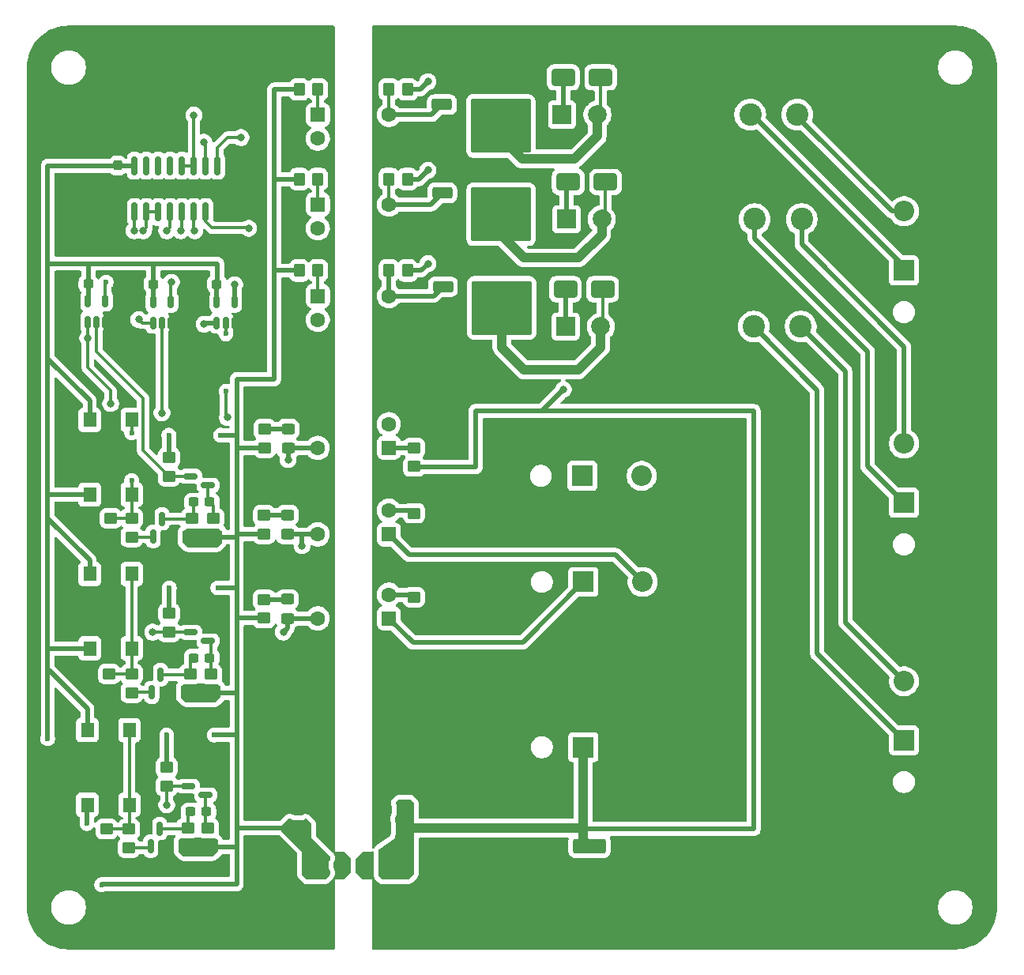
<source format=gtl>
G04 #@! TF.GenerationSoftware,KiCad,Pcbnew,9.0.0*
G04 #@! TF.CreationDate,2025-04-14T20:08:49-05:00*
G04 #@! TF.ProjectId,Fault Latch 2,4661756c-7420-44c6-9174-636820322e6b,rev?*
G04 #@! TF.SameCoordinates,Original*
G04 #@! TF.FileFunction,Copper,L1,Top*
G04 #@! TF.FilePolarity,Positive*
%FSLAX46Y46*%
G04 Gerber Fmt 4.6, Leading zero omitted, Abs format (unit mm)*
G04 Created by KiCad (PCBNEW 9.0.0) date 2025-04-14 20:08:49*
%MOMM*%
%LPD*%
G01*
G04 APERTURE LIST*
G04 Aperture macros list*
%AMRoundRect*
0 Rectangle with rounded corners*
0 $1 Rounding radius*
0 $2 $3 $4 $5 $6 $7 $8 $9 X,Y pos of 4 corners*
0 Add a 4 corners polygon primitive as box body*
4,1,4,$2,$3,$4,$5,$6,$7,$8,$9,$2,$3,0*
0 Add four circle primitives for the rounded corners*
1,1,$1+$1,$2,$3*
1,1,$1+$1,$4,$5*
1,1,$1+$1,$6,$7*
1,1,$1+$1,$8,$9*
0 Add four rect primitives between the rounded corners*
20,1,$1+$1,$2,$3,$4,$5,0*
20,1,$1+$1,$4,$5,$6,$7,0*
20,1,$1+$1,$6,$7,$8,$9,0*
20,1,$1+$1,$8,$9,$2,$3,0*%
G04 Aperture macros list end*
G04 #@! TA.AperFunction,ComponentPad*
%ADD10RoundRect,0.250000X0.550000X0.550000X-0.550000X0.550000X-0.550000X-0.550000X0.550000X-0.550000X0*%
G04 #@! TD*
G04 #@! TA.AperFunction,ComponentPad*
%ADD11C,1.600000*%
G04 #@! TD*
G04 #@! TA.AperFunction,SMDPad,CuDef*
%ADD12RoundRect,0.150000X0.587500X0.150000X-0.587500X0.150000X-0.587500X-0.150000X0.587500X-0.150000X0*%
G04 #@! TD*
G04 #@! TA.AperFunction,ComponentPad*
%ADD13C,2.400000*%
G04 #@! TD*
G04 #@! TA.AperFunction,ComponentPad*
%ADD14R,2.000000X2.000000*%
G04 #@! TD*
G04 #@! TA.AperFunction,ComponentPad*
%ADD15C,2.000000*%
G04 #@! TD*
G04 #@! TA.AperFunction,SMDPad,CuDef*
%ADD16RoundRect,0.250000X0.450000X-0.325000X0.450000X0.325000X-0.450000X0.325000X-0.450000X-0.325000X0*%
G04 #@! TD*
G04 #@! TA.AperFunction,SMDPad,CuDef*
%ADD17RoundRect,0.250000X-0.450000X0.350000X-0.450000X-0.350000X0.450000X-0.350000X0.450000X0.350000X0*%
G04 #@! TD*
G04 #@! TA.AperFunction,SMDPad,CuDef*
%ADD18RoundRect,0.250000X-0.850000X-0.350000X0.850000X-0.350000X0.850000X0.350000X-0.850000X0.350000X0*%
G04 #@! TD*
G04 #@! TA.AperFunction,SMDPad,CuDef*
%ADD19RoundRect,0.250000X-1.275000X-1.125000X1.275000X-1.125000X1.275000X1.125000X-1.275000X1.125000X0*%
G04 #@! TD*
G04 #@! TA.AperFunction,SMDPad,CuDef*
%ADD20RoundRect,0.249997X-2.950003X-2.650003X2.950003X-2.650003X2.950003X2.650003X-2.950003X2.650003X0*%
G04 #@! TD*
G04 #@! TA.AperFunction,ComponentPad*
%ADD21R,2.210000X2.210000*%
G04 #@! TD*
G04 #@! TA.AperFunction,ComponentPad*
%ADD22C,2.210000*%
G04 #@! TD*
G04 #@! TA.AperFunction,SMDPad,CuDef*
%ADD23RoundRect,0.250000X0.450000X-0.350000X0.450000X0.350000X-0.450000X0.350000X-0.450000X-0.350000X0*%
G04 #@! TD*
G04 #@! TA.AperFunction,SMDPad,CuDef*
%ADD24RoundRect,0.237500X-0.300000X-0.237500X0.300000X-0.237500X0.300000X0.237500X-0.300000X0.237500X0*%
G04 #@! TD*
G04 #@! TA.AperFunction,SMDPad,CuDef*
%ADD25RoundRect,0.250000X-1.000000X-0.650000X1.000000X-0.650000X1.000000X0.650000X-1.000000X0.650000X0*%
G04 #@! TD*
G04 #@! TA.AperFunction,ComponentPad*
%ADD26RoundRect,0.250000X-0.550000X-0.550000X0.550000X-0.550000X0.550000X0.550000X-0.550000X0.550000X0*%
G04 #@! TD*
G04 #@! TA.AperFunction,SMDPad,CuDef*
%ADD27R,1.400000X1.600000*%
G04 #@! TD*
G04 #@! TA.AperFunction,SMDPad,CuDef*
%ADD28RoundRect,0.150000X0.150000X-0.587500X0.150000X0.587500X-0.150000X0.587500X-0.150000X-0.587500X0*%
G04 #@! TD*
G04 #@! TA.AperFunction,SMDPad,CuDef*
%ADD29RoundRect,0.250000X-1.500000X-0.550000X1.500000X-0.550000X1.500000X0.550000X-1.500000X0.550000X0*%
G04 #@! TD*
G04 #@! TA.AperFunction,ComponentPad*
%ADD30C,1.725000*%
G04 #@! TD*
G04 #@! TA.AperFunction,SMDPad,CuDef*
%ADD31RoundRect,0.150000X0.150000X-0.825000X0.150000X0.825000X-0.150000X0.825000X-0.150000X-0.825000X0*%
G04 #@! TD*
G04 #@! TA.AperFunction,SMDPad,CuDef*
%ADD32RoundRect,0.237500X0.300000X0.237500X-0.300000X0.237500X-0.300000X-0.237500X0.300000X-0.237500X0*%
G04 #@! TD*
G04 #@! TA.AperFunction,SMDPad,CuDef*
%ADD33RoundRect,0.150000X0.150000X-0.512500X0.150000X0.512500X-0.150000X0.512500X-0.150000X-0.512500X0*%
G04 #@! TD*
G04 #@! TA.AperFunction,SMDPad,CuDef*
%ADD34RoundRect,0.250000X-0.350000X-0.450000X0.350000X-0.450000X0.350000X0.450000X-0.350000X0.450000X0*%
G04 #@! TD*
G04 #@! TA.AperFunction,SMDPad,CuDef*
%ADD35RoundRect,0.250000X0.350000X0.450000X-0.350000X0.450000X-0.350000X-0.450000X0.350000X-0.450000X0*%
G04 #@! TD*
G04 #@! TA.AperFunction,SMDPad,CuDef*
%ADD36RoundRect,0.237500X-0.237500X0.300000X-0.237500X-0.300000X0.237500X-0.300000X0.237500X0.300000X0*%
G04 #@! TD*
G04 #@! TA.AperFunction,SMDPad,CuDef*
%ADD37RoundRect,0.250000X-0.337500X-0.475000X0.337500X-0.475000X0.337500X0.475000X-0.337500X0.475000X0*%
G04 #@! TD*
G04 #@! TA.AperFunction,ViaPad*
%ADD38C,0.800000*%
G04 #@! TD*
G04 #@! TA.AperFunction,ViaPad*
%ADD39C,0.600000*%
G04 #@! TD*
G04 #@! TA.AperFunction,Conductor*
%ADD40C,0.300000*%
G04 #@! TD*
G04 #@! TA.AperFunction,Conductor*
%ADD41C,0.500000*%
G04 #@! TD*
G04 #@! TA.AperFunction,Conductor*
%ADD42C,1.000000*%
G04 #@! TD*
G04 APERTURE END LIST*
D10*
X114305000Y-105025000D03*
D11*
X114305000Y-102485000D03*
X106685000Y-102485000D03*
X106685000Y-105025000D03*
D12*
X94937500Y-116450000D03*
X94937500Y-114550000D03*
X93062500Y-115500000D03*
D13*
X153032500Y-60047500D03*
X158072500Y-60047500D03*
D14*
X132872500Y-60047500D03*
D15*
X136652500Y-60047500D03*
D16*
X103436535Y-114023869D03*
X103436535Y-111973869D03*
D17*
X90750000Y-113500000D03*
X90750000Y-115500000D03*
D18*
X120025000Y-68445000D03*
D19*
X124650000Y-69200000D03*
X124650000Y-72250000D03*
D20*
X126325000Y-70725000D03*
D19*
X128000000Y-69200000D03*
X128000000Y-72250000D03*
D18*
X120025000Y-73005000D03*
D21*
X135037500Y-98750000D03*
D22*
X141387500Y-98750000D03*
D23*
X86450000Y-138600000D03*
X86450000Y-136600000D03*
X95500000Y-105300000D03*
X95500000Y-103300000D03*
X100936535Y-113998869D03*
X100936535Y-111998869D03*
X86750000Y-122000000D03*
X86750000Y-120000000D03*
D24*
X93037500Y-134750000D03*
X94762500Y-134750000D03*
X114137500Y-134500000D03*
X115862500Y-134500000D03*
D21*
X135150000Y-110115000D03*
D22*
X141500000Y-110115000D03*
D25*
X133220000Y-78750000D03*
X137220000Y-78750000D03*
D16*
X103434561Y-105006854D03*
X103434561Y-102956854D03*
D26*
X106695000Y-60075000D03*
D11*
X106695000Y-62615000D03*
X114315000Y-62615000D03*
X114315000Y-60075000D03*
D10*
X114305000Y-114025000D03*
D11*
X114305000Y-111485000D03*
X106685000Y-111485000D03*
X106685000Y-114025000D03*
D27*
X86500000Y-126000000D03*
X86500000Y-134000000D03*
X82000000Y-126000000D03*
X82000000Y-134000000D03*
D16*
X103500000Y-95775000D03*
X103500000Y-93725000D03*
D23*
X94900000Y-138500000D03*
X94900000Y-136500000D03*
D10*
X114305000Y-95750000D03*
D11*
X114305000Y-93210000D03*
X106685000Y-93210000D03*
X106685000Y-95750000D03*
D28*
X88800000Y-138437500D03*
X90700000Y-138437500D03*
X89750000Y-136562500D03*
D29*
X130200000Y-138400000D03*
X135800000Y-138400000D03*
D23*
X93250000Y-105300000D03*
X93250000Y-103300000D03*
D24*
X93387500Y-101550000D03*
X95112500Y-101550000D03*
D27*
X86750000Y-109250000D03*
X86750000Y-117250000D03*
X82250000Y-109250000D03*
X82250000Y-117250000D03*
D13*
X153500000Y-71250000D03*
X158540000Y-71250000D03*
D14*
X133340000Y-71250000D03*
D15*
X137120000Y-71250000D03*
D28*
X89050000Y-105237500D03*
X90950000Y-105237500D03*
X90000000Y-103362500D03*
D30*
X114310000Y-140500000D03*
X111770000Y-140500000D03*
X109230000Y-140500000D03*
X106690000Y-140500000D03*
D31*
X87055000Y-70475000D03*
X88325000Y-70475000D03*
X89595000Y-70475000D03*
X90865000Y-70475000D03*
X92135000Y-70475000D03*
X93405000Y-70475000D03*
X94675000Y-70475000D03*
X95945000Y-70475000D03*
X95945000Y-65525000D03*
X94675000Y-65525000D03*
X93405000Y-65525000D03*
X92135000Y-65525000D03*
X90865000Y-65525000D03*
X89595000Y-65525000D03*
X88325000Y-65525000D03*
X87055000Y-65525000D03*
D32*
X95862500Y-78200000D03*
X94137500Y-78200000D03*
D33*
X82035000Y-82262500D03*
X82985000Y-82262500D03*
X83935000Y-82262500D03*
X83935000Y-79987500D03*
X82035000Y-79987500D03*
D17*
X117000000Y-111750000D03*
X117000000Y-113750000D03*
D21*
X135145563Y-127818634D03*
D22*
X141495563Y-127818634D03*
D21*
X169500000Y-101637500D03*
D22*
X169500000Y-95287500D03*
D32*
X82097500Y-78187500D03*
X80372500Y-78187500D03*
D23*
X92750000Y-138500000D03*
X92750000Y-136500000D03*
D17*
X84050000Y-136600000D03*
X84050000Y-138600000D03*
D34*
X114300000Y-57350000D03*
X116300000Y-57350000D03*
D35*
X106700000Y-57350000D03*
X104700000Y-57350000D03*
X106700000Y-76750000D03*
X104700000Y-76750000D03*
D23*
X95250000Y-122000000D03*
X95250000Y-120000000D03*
D32*
X89062500Y-78200000D03*
X87337500Y-78200000D03*
D26*
X106695000Y-79475000D03*
D11*
X106695000Y-82015000D03*
X114315000Y-82015000D03*
X114315000Y-79475000D03*
D28*
X88900000Y-121937500D03*
X90800000Y-121937500D03*
X89850000Y-120062500D03*
D35*
X106700000Y-66950000D03*
X104700000Y-66950000D03*
D25*
X133000000Y-56050000D03*
X137000000Y-56050000D03*
D17*
X90750000Y-96800000D03*
X90750000Y-98800000D03*
D21*
X169500000Y-127100000D03*
D22*
X169500000Y-120750000D03*
D17*
X84350000Y-120000000D03*
X84350000Y-122000000D03*
D36*
X104600000Y-134637500D03*
X104600000Y-136362500D03*
D24*
X93387500Y-118250000D03*
X95112500Y-118250000D03*
D13*
X153400000Y-82750000D03*
X158440000Y-82750000D03*
D14*
X133240000Y-82750000D03*
D15*
X137020000Y-82750000D03*
D36*
X85250497Y-65496594D03*
X85250497Y-67221594D03*
D33*
X95877500Y-82367500D03*
X96827500Y-82367500D03*
X97777500Y-82367500D03*
X97777500Y-80092500D03*
X95877500Y-80092500D03*
D34*
X114300000Y-66950000D03*
X116300000Y-66950000D03*
D17*
X84500000Y-103300000D03*
X84500000Y-105300000D03*
X90500000Y-130000000D03*
X90500000Y-132000000D03*
D18*
X120000000Y-58970000D03*
D19*
X124625000Y-59725000D03*
X124625000Y-62775000D03*
D20*
X126300000Y-61250000D03*
D19*
X127975000Y-59725000D03*
X127975000Y-62775000D03*
D18*
X120000000Y-63530000D03*
D27*
X86750000Y-92750000D03*
X86750000Y-100750000D03*
X82250000Y-92750000D03*
X82250000Y-100750000D03*
D25*
X133520000Y-67250000D03*
X137520000Y-67250000D03*
D23*
X93000000Y-122000000D03*
X93000000Y-120000000D03*
D17*
X117000000Y-95750000D03*
X117000000Y-97750000D03*
D21*
X169500000Y-76750000D03*
D22*
X169500000Y-70400000D03*
D26*
X106695000Y-69675000D03*
D11*
X106695000Y-72215000D03*
X114315000Y-72215000D03*
X114315000Y-69675000D03*
D18*
X120100000Y-78470000D03*
D19*
X124725000Y-79225000D03*
X124725000Y-82275000D03*
D20*
X126400000Y-80750000D03*
D19*
X128075000Y-79225000D03*
X128075000Y-82275000D03*
D18*
X120100000Y-83030000D03*
D33*
X89050000Y-82362500D03*
X90000000Y-82362500D03*
X90950000Y-82362500D03*
X90950000Y-80087500D03*
X89050000Y-80087500D03*
D23*
X86750000Y-105300000D03*
X86750000Y-103300000D03*
D37*
X113962500Y-136500000D03*
X116037500Y-136500000D03*
D34*
X114300000Y-76750000D03*
X116300000Y-76750000D03*
D23*
X100934561Y-104981854D03*
X100934561Y-102981854D03*
X101000000Y-95750000D03*
X101000000Y-93750000D03*
D12*
X94937500Y-99750000D03*
X94937500Y-97850000D03*
X93062500Y-98800000D03*
X94687500Y-132950000D03*
X94687500Y-131050000D03*
X92812500Y-132000000D03*
D23*
X117000000Y-104750000D03*
X117000000Y-102750000D03*
D38*
X118500000Y-76000000D03*
X133000000Y-89500000D03*
X118500000Y-66000000D03*
X118500000Y-56500000D03*
D39*
X90725000Y-94400000D03*
X83525000Y-142575000D03*
X77750000Y-126925000D03*
X95600000Y-126525000D03*
X95975000Y-110750000D03*
X81950000Y-136000000D03*
X90775000Y-110750000D03*
X96275000Y-94400000D03*
X90500000Y-126525000D03*
D38*
X103000000Y-115500000D03*
X87500000Y-82000000D03*
X92000000Y-72500000D03*
X105000000Y-106250000D03*
X94500000Y-63000000D03*
X94500000Y-82500000D03*
X82035000Y-83965000D03*
X84500000Y-91000000D03*
X103500000Y-97000000D03*
X87000000Y-72500000D03*
X90000000Y-92000000D03*
X89000000Y-115500000D03*
D39*
X96850000Y-83525000D03*
X96850000Y-89700000D03*
D38*
X90500000Y-134000000D03*
X97000000Y-92500000D03*
D39*
X86750000Y-99250000D03*
X86750000Y-94150000D03*
D38*
X88000000Y-72500000D03*
D39*
X84000000Y-78000000D03*
D38*
X93500000Y-72500000D03*
X91000000Y-78000000D03*
X93405000Y-60095000D03*
X97780000Y-78260000D03*
X99275000Y-72225000D03*
X98450000Y-62500000D03*
X90500000Y-72500000D03*
D40*
X87975000Y-96025000D02*
X90750000Y-98800000D01*
X87975000Y-90450000D02*
X87975000Y-96025000D01*
X82985000Y-85460000D02*
X87975000Y-90450000D01*
X82985000Y-82262500D02*
X82985000Y-85460000D01*
X93187500Y-103362500D02*
X93250000Y-103300000D01*
X90000000Y-103362500D02*
X93187500Y-103362500D01*
X93387500Y-101550000D02*
X93387500Y-103162500D01*
X93387500Y-103162500D02*
X93250000Y-103300000D01*
D41*
X163200000Y-114450000D02*
X169500000Y-120750000D01*
X163200000Y-87510000D02*
X163200000Y-114450000D01*
X158440000Y-82750000D02*
X163200000Y-87510000D01*
X133240000Y-82750000D02*
X133240000Y-78770000D01*
D42*
X116037500Y-134675000D02*
X115862500Y-134500000D01*
D41*
X130500000Y-91800000D02*
X133600000Y-91800000D01*
X135245563Y-136600000D02*
X135145563Y-136500000D01*
X116300000Y-57350000D02*
X117650000Y-57350000D01*
X153400000Y-91800000D02*
X153400000Y-136600000D01*
X133340000Y-71250000D02*
X133340000Y-67430000D01*
D40*
X131200000Y-91800000D02*
X130000000Y-91800000D01*
D42*
X116037500Y-136500000D02*
X135145563Y-136500000D01*
D41*
X133000000Y-66730000D02*
X133520000Y-67250000D01*
X130700000Y-91800000D02*
X130500000Y-91800000D01*
D42*
X135145563Y-137745563D02*
X135800000Y-138400000D01*
D41*
X153400000Y-136600000D02*
X135245563Y-136600000D01*
X116300000Y-66950000D02*
X117550000Y-66950000D01*
X133340000Y-67430000D02*
X133520000Y-67250000D01*
X117000000Y-97750000D02*
X117050000Y-97800000D01*
X116300000Y-76750000D02*
X117750000Y-76750000D01*
X117650000Y-57350000D02*
X118500000Y-56500000D01*
X133000000Y-59920000D02*
X132872500Y-60047500D01*
X133000000Y-56050000D02*
X133000000Y-59920000D01*
X117050000Y-97800000D02*
X123600000Y-97800000D01*
D42*
X135145563Y-127818634D02*
X135145563Y-137745563D01*
D41*
X117550000Y-66950000D02*
X118500000Y-66000000D01*
X133600000Y-91800000D02*
X153400000Y-91800000D01*
X130000000Y-91800000D02*
X130500000Y-91800000D01*
X123600000Y-91800000D02*
X130000000Y-91800000D01*
X133240000Y-78770000D02*
X133220000Y-78750000D01*
X123600000Y-97800000D02*
X123600000Y-91800000D01*
X133000000Y-89500000D02*
X130700000Y-91800000D01*
X117750000Y-76750000D02*
X118500000Y-76000000D01*
D42*
X116037500Y-136500000D02*
X116037500Y-134675000D01*
X137000000Y-85000000D02*
X134600000Y-87400000D01*
D40*
X137220000Y-78750000D02*
X137220000Y-82550000D01*
X137220000Y-82550000D02*
X137020000Y-82750000D01*
D42*
X134600000Y-87400000D02*
X128800000Y-87400000D01*
X128800000Y-87400000D02*
X126400000Y-85000000D01*
X137000000Y-82770000D02*
X137000000Y-85000000D01*
X126400000Y-85000000D02*
X126400000Y-80750000D01*
X137020000Y-82750000D02*
X137000000Y-82770000D01*
D40*
X94937500Y-101375000D02*
X95112500Y-101550000D01*
X94937500Y-99750000D02*
X94937500Y-101375000D01*
X95500000Y-101937500D02*
X95112500Y-101550000D01*
X95500000Y-103300000D02*
X95500000Y-101937500D01*
X93000000Y-120000000D02*
X93000000Y-118637500D01*
X93000000Y-118637500D02*
X93387500Y-118250000D01*
X89850000Y-120062500D02*
X92937500Y-120062500D01*
X92937500Y-120062500D02*
X93000000Y-120000000D01*
X94937500Y-116450000D02*
X95250000Y-116762500D01*
X95250000Y-116762500D02*
X95250000Y-120000000D01*
X92750000Y-136500000D02*
X92750000Y-135037500D01*
X92750000Y-135037500D02*
X93037500Y-134750000D01*
X92687500Y-136562500D02*
X92750000Y-136500000D01*
X89750000Y-136562500D02*
X92687500Y-136562500D01*
X94687500Y-132950000D02*
X94687500Y-136287500D01*
X94687500Y-136287500D02*
X94900000Y-136500000D01*
D41*
X95877500Y-78215000D02*
X95862500Y-78200000D01*
X98000000Y-95750000D02*
X98000000Y-94400000D01*
X90750000Y-94400000D02*
X90725000Y-94400000D01*
X81950000Y-136000000D02*
X81950000Y-134050000D01*
X77750000Y-117250000D02*
X77750000Y-103300000D01*
X82097500Y-76000000D02*
X89000000Y-76000000D01*
X95250000Y-122000000D02*
X98000000Y-122000000D01*
X90500000Y-126500000D02*
X90500000Y-126475000D01*
X98000000Y-142500000D02*
X83600000Y-142500000D01*
X98000000Y-105200000D02*
X98000000Y-105000000D01*
X102000000Y-67000000D02*
X102050000Y-66950000D01*
X98000000Y-126500000D02*
X98000000Y-122000000D01*
X82097500Y-78187500D02*
X82097500Y-79925000D01*
X77750000Y-76000000D02*
X77750000Y-65525000D01*
X102050000Y-57350000D02*
X104700000Y-57350000D01*
X82000000Y-126000000D02*
X82000000Y-123710000D01*
X82250000Y-92750000D02*
X82250000Y-90700000D01*
X82250000Y-107800000D02*
X77750000Y-103300000D01*
X82250000Y-90700000D02*
X77750000Y-86200000D01*
X83600000Y-142500000D02*
X83525000Y-142575000D01*
X90500000Y-130000000D02*
X90500000Y-126500000D01*
X89062500Y-78200000D02*
X89062500Y-76000000D01*
X104700000Y-57400000D02*
X104700000Y-57350000D01*
X77750000Y-117250000D02*
X82250000Y-117250000D01*
X98000000Y-122000000D02*
X98000000Y-114000000D01*
X82250000Y-109250000D02*
X82250000Y-107800000D01*
X95975000Y-110750000D02*
X98000000Y-110750000D01*
X82097500Y-76000000D02*
X82097500Y-78187500D01*
X82000000Y-123710000D02*
X77970000Y-119680000D01*
X77750000Y-65525000D02*
X87055000Y-65525000D01*
X98001131Y-113998869D02*
X100936535Y-113998869D01*
X77750000Y-100800000D02*
X77750000Y-95250000D01*
X98018146Y-104981854D02*
X100934561Y-104981854D01*
X98000000Y-138500000D02*
X98000000Y-137000000D01*
X98000000Y-95750000D02*
X101000000Y-95750000D01*
X77800000Y-100750000D02*
X82250000Y-100750000D01*
X102050000Y-66950000D02*
X104700000Y-66950000D01*
X95500000Y-105300000D02*
X97900000Y-105300000D01*
X98000000Y-142500000D02*
X98000000Y-138500000D01*
X82097500Y-79925000D02*
X82035000Y-79987500D01*
X81950000Y-134050000D02*
X82000000Y-134000000D01*
X95600000Y-126525000D02*
X95625000Y-126500000D01*
X98000000Y-105000000D02*
X98000000Y-95750000D01*
X98000000Y-114000000D02*
X98001131Y-113998869D01*
X89062500Y-80075000D02*
X89050000Y-80087500D01*
X77750000Y-95250000D02*
X77750000Y-86200000D01*
X98000000Y-136500000D02*
X105137500Y-136500000D01*
X90500000Y-126475000D02*
X90500000Y-126525000D01*
X102000000Y-77150000D02*
X102000000Y-67000000D01*
X98000000Y-94400000D02*
X98000000Y-88400000D01*
X89062500Y-76000000D02*
X95900000Y-76000000D01*
X98000000Y-110750000D02*
X98000000Y-105200000D01*
X102000000Y-57400000D02*
X102050000Y-57350000D01*
X90750000Y-94400000D02*
X90750000Y-96800000D01*
X77750000Y-103300000D02*
X77750000Y-100800000D01*
X77750000Y-119460000D02*
X77750000Y-126925000D01*
X102000000Y-77150000D02*
X102000000Y-76750000D01*
X77750000Y-86200000D02*
X77750000Y-76000000D01*
X77750000Y-119460000D02*
X77750000Y-117250000D01*
X102000000Y-76750000D02*
X104700000Y-76750000D01*
X95900000Y-76000000D02*
X95900000Y-78162500D01*
X95625000Y-126500000D02*
X98000000Y-126500000D01*
X98000000Y-126500000D02*
X98000000Y-137000000D01*
X90750000Y-110725000D02*
X90775000Y-110750000D01*
X95900000Y-78162500D02*
X95862500Y-78200000D01*
X90750000Y-113500000D02*
X90750000Y-110725000D01*
X95877500Y-80092500D02*
X95877500Y-78215000D01*
X102000000Y-67000000D02*
X102000000Y-57400000D01*
X96275000Y-94400000D02*
X98000000Y-94400000D01*
X97900000Y-105300000D02*
X98000000Y-105200000D01*
X77970000Y-119680000D02*
X77750000Y-119460000D01*
X98000000Y-137000000D02*
X98000000Y-136500000D01*
X98000000Y-114000000D02*
X98000000Y-110750000D01*
X77750000Y-100800000D02*
X77800000Y-100750000D01*
X102000000Y-88400000D02*
X102000000Y-77150000D01*
X89062500Y-78200000D02*
X89062500Y-80075000D01*
X77750000Y-76000000D02*
X82097500Y-76000000D01*
X98000000Y-88400000D02*
X102000000Y-88400000D01*
X94900000Y-138500000D02*
X98000000Y-138500000D01*
X98000000Y-105000000D02*
X98018146Y-104981854D01*
X106685000Y-114025000D02*
X103437666Y-114025000D01*
D40*
X87862500Y-82362500D02*
X87500000Y-82000000D01*
X89050000Y-82362500D02*
X87862500Y-82362500D01*
D41*
X103436535Y-115063465D02*
X103000000Y-115500000D01*
D40*
X92135000Y-70475000D02*
X92135000Y-72365000D01*
D41*
X103437666Y-114025000D02*
X103436535Y-114023869D01*
X103436535Y-114023869D02*
X103436535Y-115063465D01*
D40*
X92135000Y-72365000D02*
X92000000Y-72500000D01*
D41*
X100936535Y-111998869D02*
X103411535Y-111998869D01*
X103411535Y-111998869D02*
X103436535Y-111973869D01*
D40*
X94675000Y-63175000D02*
X94500000Y-63000000D01*
D41*
X105000000Y-105025000D02*
X103452707Y-105025000D01*
X95877500Y-82367500D02*
X94632500Y-82367500D01*
D40*
X94675000Y-65525000D02*
X94675000Y-63175000D01*
D41*
X106685000Y-105025000D02*
X105000000Y-105025000D01*
X105000000Y-105025000D02*
X105000000Y-106250000D01*
X103452707Y-105025000D02*
X103434561Y-105006854D01*
X94632500Y-82367500D02*
X94500000Y-82500000D01*
X103409561Y-102981854D02*
X103434561Y-102956854D01*
X100934561Y-102981854D02*
X103409561Y-102981854D01*
D40*
X106700000Y-66950000D02*
X106700000Y-69670000D01*
X106700000Y-69670000D02*
X106695000Y-69675000D01*
X114300000Y-57350000D02*
X114300000Y-60060000D01*
X114300000Y-60060000D02*
X114315000Y-60075000D01*
D41*
X118895000Y-60075000D02*
X120000000Y-58970000D01*
X114315000Y-60075000D02*
X118895000Y-60075000D01*
X103475000Y-93750000D02*
X103500000Y-93725000D01*
X101000000Y-93750000D02*
X103475000Y-93750000D01*
D40*
X87000000Y-70530000D02*
X87055000Y-70475000D01*
D41*
X103500000Y-95775000D02*
X103500000Y-97000000D01*
D40*
X82035000Y-83965000D02*
X82035000Y-87160000D01*
D41*
X103525000Y-95750000D02*
X103500000Y-95775000D01*
D40*
X82035000Y-87160000D02*
X84500000Y-89625000D01*
X82035000Y-82262500D02*
X82035000Y-83965000D01*
X82000000Y-84000000D02*
X82035000Y-83965000D01*
X87055000Y-70475000D02*
X87055000Y-72445000D01*
X84500000Y-89625000D02*
X84500000Y-91000000D01*
D41*
X106685000Y-95750000D02*
X103525000Y-95750000D01*
D40*
X87055000Y-72445000D02*
X87000000Y-72500000D01*
X114300000Y-66950000D02*
X114300000Y-69660000D01*
D41*
X118795000Y-69675000D02*
X120025000Y-68445000D01*
X114315000Y-69675000D02*
X118795000Y-69675000D01*
D40*
X114300000Y-69660000D02*
X114315000Y-69675000D01*
X137000000Y-56050000D02*
X137000000Y-59700000D01*
D42*
X136652500Y-60047500D02*
X136652500Y-62347500D01*
X134200000Y-64800000D02*
X128600000Y-64800000D01*
X126300000Y-62500000D02*
X126300000Y-61250000D01*
X128600000Y-64800000D02*
X126300000Y-62500000D01*
X136652500Y-62347500D02*
X134200000Y-64800000D01*
D40*
X137000000Y-59700000D02*
X136652500Y-60047500D01*
X84050000Y-136600000D02*
X86450000Y-136600000D01*
X86500000Y-126000000D02*
X86500000Y-134000000D01*
X86500000Y-134000000D02*
X86500000Y-136550000D01*
X86500000Y-136550000D02*
X86450000Y-136600000D01*
D42*
X128800000Y-75400000D02*
X126325000Y-72925000D01*
X134600000Y-75400000D02*
X128800000Y-75400000D01*
X137120000Y-71250000D02*
X137120000Y-72880000D01*
X126325000Y-72925000D02*
X126325000Y-70725000D01*
X137120000Y-72880000D02*
X134600000Y-75400000D01*
D40*
X137520000Y-67250000D02*
X137520000Y-70850000D01*
X137520000Y-70850000D02*
X137120000Y-71250000D01*
D41*
X153032500Y-60047500D02*
X153247500Y-60047500D01*
X169500000Y-76300000D02*
X169500000Y-76750000D01*
X153247500Y-60047500D02*
X169500000Y-76300000D01*
X158072500Y-60047500D02*
X158072500Y-60272500D01*
X168200000Y-70400000D02*
X169500000Y-70400000D01*
X158072500Y-60272500D02*
X168200000Y-70400000D01*
X169500000Y-84900000D02*
X169500000Y-95287500D01*
X158540000Y-73940000D02*
X169500000Y-84900000D01*
X158540000Y-71250000D02*
X158540000Y-73940000D01*
X165600000Y-97737500D02*
X169500000Y-101637500D01*
X165600000Y-85400000D02*
X165600000Y-97737500D01*
X153500000Y-71250000D02*
X153500000Y-73300000D01*
X153500000Y-73300000D02*
X165600000Y-85400000D01*
X160200000Y-89550000D02*
X160200000Y-117800000D01*
X153400000Y-82750000D02*
X160200000Y-89550000D01*
X160200000Y-117800000D02*
X169500000Y-127100000D01*
D40*
X88987500Y-105300000D02*
X89050000Y-105237500D01*
X86750000Y-105300000D02*
X88987500Y-105300000D01*
X90750000Y-98800000D02*
X93062500Y-98800000D01*
X86812500Y-121937500D02*
X86750000Y-122000000D01*
X88900000Y-121937500D02*
X86812500Y-121937500D01*
X90000000Y-82362500D02*
X90000000Y-92000000D01*
X89000000Y-115500000D02*
X90750000Y-115500000D01*
X93062500Y-115500000D02*
X90750000Y-115500000D01*
D41*
X114315000Y-79475000D02*
X119095000Y-79475000D01*
X119095000Y-79475000D02*
X120100000Y-78470000D01*
X114300000Y-79460000D02*
X114315000Y-79475000D01*
X114300000Y-76750000D02*
X114300000Y-79460000D01*
D40*
X88637500Y-138600000D02*
X88800000Y-138437500D01*
X86450000Y-138600000D02*
X88637500Y-138600000D01*
X96850000Y-89700000D02*
X96850000Y-92350000D01*
X96850000Y-92350000D02*
X97000000Y-92500000D01*
X90500000Y-132000000D02*
X90500000Y-134000000D01*
X96827500Y-83502500D02*
X96850000Y-83525000D01*
X96827500Y-82367500D02*
X96827500Y-83502500D01*
X90500000Y-132000000D02*
X92812500Y-132000000D01*
X84500000Y-103300000D02*
X86750000Y-103300000D01*
X86750000Y-99250000D02*
X86750000Y-100750000D01*
X86750000Y-92750000D02*
X86750000Y-94150000D01*
X86750000Y-100750000D02*
X86750000Y-103300000D01*
X84350000Y-120000000D02*
X86750000Y-120000000D01*
X86750000Y-109250000D02*
X86750000Y-117250000D01*
X86750000Y-117250000D02*
X86750000Y-120000000D01*
X106700000Y-60070000D02*
X106695000Y-60075000D01*
X106700000Y-57350000D02*
X106700000Y-60070000D01*
X106700000Y-79470000D02*
X106695000Y-79475000D01*
X106700000Y-76750000D02*
X106700000Y-79470000D01*
X88325000Y-70475000D02*
X88325000Y-72175000D01*
X83935000Y-79987500D02*
X83935000Y-78065000D01*
X83935000Y-78065000D02*
X84000000Y-78000000D01*
X88325000Y-70475000D02*
X89595000Y-70475000D01*
X88325000Y-72175000D02*
X88000000Y-72500000D01*
X93405000Y-70475000D02*
X93405000Y-72405000D01*
X93405000Y-72405000D02*
X93500000Y-72500000D01*
X90950000Y-78050000D02*
X91000000Y-78000000D01*
X90950000Y-80087500D02*
X90950000Y-78050000D01*
X93405000Y-65525000D02*
X93405000Y-60095000D01*
D41*
X97777500Y-80092500D02*
X97777500Y-78262500D01*
X97777500Y-78262500D02*
X97780000Y-78260000D01*
D40*
X92135000Y-65525000D02*
X93405000Y-65525000D01*
X93500000Y-60000000D02*
X93405000Y-60095000D01*
X95370000Y-72170000D02*
X94675000Y-71475000D01*
X99220000Y-72170000D02*
X95370000Y-72170000D01*
X94675000Y-71475000D02*
X94675000Y-70475000D01*
X99275000Y-72225000D02*
X99220000Y-72170000D01*
X95945000Y-63555000D02*
X95945000Y-65525000D01*
X97000000Y-62500000D02*
X95945000Y-63555000D01*
X98450000Y-62500000D02*
X97000000Y-62500000D01*
X90865000Y-70475000D02*
X90865000Y-72135000D01*
X90865000Y-72135000D02*
X90500000Y-72500000D01*
D41*
X128665000Y-116600000D02*
X135150000Y-110115000D01*
X114305000Y-114025000D02*
X116880000Y-116600000D01*
X116880000Y-116600000D02*
X128665000Y-116600000D01*
X114305000Y-105025000D02*
X116480000Y-107200000D01*
X138585000Y-107200000D02*
X141500000Y-110115000D01*
X116480000Y-107200000D02*
X138585000Y-107200000D01*
X114305000Y-95750000D02*
X117000000Y-95750000D01*
X114305000Y-111485000D02*
X116735000Y-111485000D01*
X116735000Y-111485000D02*
X117000000Y-111750000D01*
X116735000Y-102485000D02*
X117000000Y-102750000D01*
X114305000Y-102485000D02*
X116735000Y-102485000D01*
G04 #@! TA.AperFunction,Conductor*
G36*
X94104153Y-137518461D02*
G01*
X94130659Y-137534810D01*
X94130660Y-137534810D01*
X94130666Y-137534814D01*
X94297203Y-137589999D01*
X94399991Y-137600500D01*
X95400008Y-137600499D01*
X95400016Y-137600498D01*
X95400019Y-137600498D01*
X95429141Y-137597523D01*
X95502797Y-137589999D01*
X95560735Y-137570799D01*
X95630562Y-137568397D01*
X95655186Y-137577593D01*
X95931456Y-137715728D01*
X95982613Y-137763315D01*
X96000000Y-137826636D01*
X96000000Y-138948638D01*
X95980315Y-139015677D01*
X95963681Y-139036319D01*
X95536319Y-139463681D01*
X95474996Y-139497166D01*
X95448638Y-139500000D01*
X92301362Y-139500000D01*
X92234323Y-139480315D01*
X92213681Y-139463681D01*
X91786319Y-139036319D01*
X91752834Y-138974996D01*
X91750000Y-138948638D01*
X91750000Y-137826636D01*
X91769685Y-137759597D01*
X91818543Y-137715728D01*
X92054952Y-137597523D01*
X92123711Y-137585150D01*
X92140540Y-137588804D01*
X92140588Y-137588582D01*
X92147193Y-137589995D01*
X92147203Y-137589999D01*
X92249991Y-137600500D01*
X93250008Y-137600499D01*
X93250016Y-137600498D01*
X93250019Y-137600498D01*
X93306302Y-137594748D01*
X93352797Y-137589999D01*
X93519334Y-137534814D01*
X93545847Y-137518461D01*
X93610943Y-137500000D01*
X94039057Y-137500000D01*
X94104153Y-137518461D01*
G37*
G04 #@! TD.AperFunction*
G04 #@! TA.AperFunction,Conductor*
G36*
X92746830Y-104400410D02*
G01*
X92746834Y-104400339D01*
X92749966Y-104400497D01*
X92749991Y-104400500D01*
X93750008Y-104400499D01*
X93750014Y-104400498D01*
X93753164Y-104400338D01*
X93753167Y-104400409D01*
X93761211Y-104400000D01*
X94988777Y-104400000D01*
X94996830Y-104400410D01*
X94996834Y-104400339D01*
X94999966Y-104400497D01*
X94999991Y-104400500D01*
X95921726Y-104400499D01*
X95977180Y-104413590D01*
X96381454Y-104615727D01*
X96432613Y-104663314D01*
X96450000Y-104726636D01*
X96450000Y-105848638D01*
X96430315Y-105915677D01*
X96413681Y-105936319D01*
X95986319Y-106363681D01*
X95924996Y-106397166D01*
X95898638Y-106400000D01*
X92751362Y-106400000D01*
X92684323Y-106380315D01*
X92663681Y-106363681D01*
X92236319Y-105936319D01*
X92202834Y-105874996D01*
X92200000Y-105848638D01*
X92200000Y-104726636D01*
X92219685Y-104659597D01*
X92268546Y-104615727D01*
X92673818Y-104413091D01*
X92686407Y-104410119D01*
X92694337Y-104405023D01*
X92729272Y-104400000D01*
X92738777Y-104400000D01*
X92746830Y-104400410D01*
G37*
G04 #@! TD.AperFunction*
G04 #@! TA.AperFunction,Conductor*
G36*
X108443039Y-50520185D02*
G01*
X108488794Y-50572989D01*
X108500000Y-50624500D01*
X108500000Y-138985753D01*
X108495817Y-139000000D01*
X108500000Y-139000000D01*
X108500000Y-139473112D01*
X108499769Y-139470964D01*
X108491114Y-139417552D01*
X108440832Y-139282743D01*
X108407347Y-139221420D01*
X108390046Y-139198309D01*
X108365630Y-139132847D01*
X108371334Y-139106624D01*
X108358353Y-139108491D01*
X108294797Y-139079466D01*
X108288319Y-139073434D01*
X106541819Y-137326934D01*
X106508334Y-137265611D01*
X106505500Y-137239253D01*
X106505500Y-136051359D01*
X106502602Y-135997311D01*
X106502602Y-135997310D01*
X106499770Y-135970977D01*
X106499767Y-135970950D01*
X106493239Y-135930666D01*
X106491114Y-135917552D01*
X106440832Y-135782743D01*
X106407347Y-135721420D01*
X106321123Y-135606239D01*
X106321118Y-135606234D01*
X106321113Y-135606228D01*
X105893776Y-135178892D01*
X105893770Y-135178886D01*
X105893761Y-135178877D01*
X105893737Y-135178855D01*
X105853519Y-135142728D01*
X105853507Y-135142718D01*
X105852668Y-135142042D01*
X105832858Y-135126078D01*
X105832856Y-135126076D01*
X105788974Y-135094433D01*
X105658100Y-135034663D01*
X105649504Y-135032139D01*
X105591058Y-135014977D01*
X105591060Y-135014977D01*
X105591055Y-135014976D01*
X105519345Y-135004666D01*
X105448638Y-134994500D01*
X105366493Y-134994500D01*
X105366492Y-134994500D01*
X105294550Y-134999645D01*
X105259622Y-135004666D01*
X105189163Y-135019992D01*
X105139437Y-135042698D01*
X105137866Y-135043402D01*
X105070618Y-135072986D01*
X105058088Y-135074609D01*
X105039763Y-135085912D01*
X105039760Y-135085915D01*
X105039753Y-135085919D01*
X105039751Y-135085921D01*
X105036804Y-135087738D01*
X105031074Y-135091271D01*
X105031028Y-135091301D01*
X104982719Y-135121097D01*
X104948762Y-135142042D01*
X104922672Y-135154208D01*
X104894193Y-135163645D01*
X104867884Y-135169287D01*
X104867301Y-135169347D01*
X104854606Y-135169999D01*
X104345393Y-135169999D01*
X104332732Y-135169350D01*
X104332133Y-135169289D01*
X104305804Y-135163645D01*
X104277329Y-135154209D01*
X104251238Y-135142042D01*
X104163985Y-135088224D01*
X104163977Y-135088220D01*
X104036521Y-135032138D01*
X103971422Y-135013677D01*
X103833511Y-134994500D01*
X103833507Y-134994500D01*
X103551362Y-134994500D01*
X103551360Y-134994500D01*
X103497311Y-134997397D01*
X103497310Y-134997397D01*
X103470977Y-135000229D01*
X103470950Y-135000232D01*
X103417554Y-135008885D01*
X103417552Y-135008885D01*
X103282747Y-135059166D01*
X103221422Y-135092651D01*
X103106240Y-135178876D01*
X103106228Y-135178886D01*
X102571935Y-135713181D01*
X102510612Y-135746666D01*
X102484254Y-135749500D01*
X98874500Y-135749500D01*
X98807461Y-135729815D01*
X98761706Y-135677011D01*
X98750500Y-135625500D01*
X98750500Y-114873369D01*
X98770185Y-114806330D01*
X98822989Y-114760575D01*
X98874500Y-114749369D01*
X99782577Y-114749369D01*
X99849616Y-114769054D01*
X99888115Y-114808271D01*
X99892012Y-114814590D01*
X99893823Y-114817525D01*
X100017879Y-114941581D01*
X100167201Y-115033683D01*
X100333738Y-115088868D01*
X100436526Y-115099369D01*
X101436543Y-115099368D01*
X101436551Y-115099367D01*
X101436554Y-115099367D01*
X101532107Y-115089606D01*
X101539332Y-115088868D01*
X101705869Y-115033683D01*
X101855191Y-114941581D01*
X101979247Y-114817525D01*
X102071349Y-114668203D01*
X102071352Y-114668191D01*
X102074150Y-114662194D01*
X102081172Y-114654217D01*
X102084504Y-114644125D01*
X102103861Y-114628446D01*
X102120320Y-114609753D01*
X102130539Y-114606839D01*
X102138799Y-114600150D01*
X102163558Y-114597425D01*
X102187512Y-114590597D01*
X102197685Y-114593671D01*
X102208250Y-114592509D01*
X102230551Y-114603603D01*
X102254394Y-114610809D01*
X102262945Y-114619719D01*
X102270806Y-114623630D01*
X102283785Y-114641433D01*
X102293020Y-114651056D01*
X102299809Y-114662435D01*
X102301721Y-114668203D01*
X102348609Y-114744221D01*
X102349078Y-114745007D01*
X102357583Y-114777988D01*
X102366572Y-114810840D01*
X102366287Y-114811744D01*
X102366525Y-114812664D01*
X102355841Y-114845030D01*
X102345649Y-114877504D01*
X102344767Y-114878577D01*
X102344624Y-114879012D01*
X102343986Y-114879528D01*
X102330277Y-114896223D01*
X102300533Y-114925968D01*
X102201990Y-115073446D01*
X102201983Y-115073459D01*
X102134106Y-115237332D01*
X102134103Y-115237341D01*
X102099500Y-115411304D01*
X102099500Y-115588695D01*
X102134103Y-115762658D01*
X102134106Y-115762667D01*
X102201983Y-115926540D01*
X102201990Y-115926553D01*
X102300535Y-116074034D01*
X102300538Y-116074038D01*
X102425961Y-116199461D01*
X102425965Y-116199464D01*
X102573446Y-116298009D01*
X102573459Y-116298016D01*
X102680887Y-116342513D01*
X102737334Y-116365894D01*
X102737336Y-116365894D01*
X102737341Y-116365896D01*
X102911304Y-116400499D01*
X102911307Y-116400500D01*
X102911309Y-116400500D01*
X103088693Y-116400500D01*
X103088694Y-116400499D01*
X103147742Y-116388754D01*
X103262658Y-116365896D01*
X103262661Y-116365894D01*
X103262666Y-116365894D01*
X103426547Y-116298013D01*
X103574035Y-116199464D01*
X103699464Y-116074035D01*
X103798013Y-115926547D01*
X103865894Y-115762666D01*
X103875239Y-115715680D01*
X103907622Y-115653773D01*
X103909176Y-115652191D01*
X104019482Y-115541886D01*
X104019483Y-115541885D01*
X104019483Y-115541884D01*
X104019487Y-115541881D01*
X104093569Y-115431007D01*
X104101619Y-115418960D01*
X104125053Y-115362385D01*
X104158194Y-115282377D01*
X104187035Y-115137382D01*
X104187035Y-115114507D01*
X104206720Y-115047468D01*
X104245936Y-115008969D01*
X104355191Y-114941581D01*
X104479247Y-114817525D01*
X104479247Y-114817524D01*
X104484354Y-114812418D01*
X104486526Y-114814590D01*
X104532307Y-114782198D01*
X104572509Y-114775500D01*
X105559582Y-114775500D01*
X105626621Y-114795185D01*
X105659900Y-114826615D01*
X105693028Y-114872212D01*
X105693032Y-114872217D01*
X105837786Y-115016971D01*
X105972036Y-115114507D01*
X106003390Y-115137287D01*
X106119607Y-115196503D01*
X106185776Y-115230218D01*
X106185778Y-115230218D01*
X106185781Y-115230220D01*
X106290137Y-115264127D01*
X106380465Y-115293477D01*
X106481557Y-115309488D01*
X106582648Y-115325500D01*
X106582649Y-115325500D01*
X106787351Y-115325500D01*
X106787352Y-115325500D01*
X106989534Y-115293477D01*
X107184219Y-115230220D01*
X107366610Y-115137287D01*
X107459590Y-115069732D01*
X107532213Y-115016971D01*
X107532215Y-115016968D01*
X107532219Y-115016966D01*
X107676966Y-114872219D01*
X107676968Y-114872215D01*
X107676971Y-114872213D01*
X107736267Y-114790597D01*
X107797287Y-114706610D01*
X107890220Y-114524219D01*
X107953477Y-114329534D01*
X107985500Y-114127352D01*
X107985500Y-113922648D01*
X107953477Y-113720466D01*
X107890220Y-113525781D01*
X107890218Y-113525778D01*
X107890218Y-113525776D01*
X107830615Y-113408800D01*
X107797287Y-113343390D01*
X107747236Y-113274500D01*
X107676971Y-113177786D01*
X107532213Y-113033028D01*
X107366613Y-112912715D01*
X107366612Y-112912714D01*
X107366610Y-112912713D01*
X107309653Y-112883691D01*
X107184223Y-112819781D01*
X106989534Y-112756522D01*
X106814995Y-112728878D01*
X106787352Y-112724500D01*
X106582648Y-112724500D01*
X106558329Y-112728351D01*
X106380465Y-112756522D01*
X106185776Y-112819781D01*
X106003386Y-112912715D01*
X105837786Y-113033028D01*
X105693032Y-113177782D01*
X105693028Y-113177787D01*
X105659900Y-113223385D01*
X105604571Y-113266051D01*
X105559582Y-113274500D01*
X104574297Y-113274500D01*
X104545823Y-113266139D01*
X104516718Y-113260321D01*
X104511624Y-113256097D01*
X104507258Y-113254815D01*
X104488110Y-113239651D01*
X104480575Y-113232367D01*
X104479247Y-113230213D01*
X104355191Y-113106157D01*
X104340919Y-113097354D01*
X104331264Y-113088020D01*
X104320373Y-113068853D01*
X104305631Y-113052463D01*
X104303450Y-113039068D01*
X104296748Y-113027271D01*
X104297948Y-113005260D01*
X104294407Y-112983501D01*
X104299813Y-112971055D01*
X104300553Y-112957505D01*
X104313464Y-112939635D01*
X104322248Y-112919418D01*
X104337826Y-112905919D01*
X104341473Y-112900872D01*
X104345453Y-112899310D01*
X104352352Y-112893331D01*
X104355191Y-112891581D01*
X104479247Y-112767525D01*
X104571349Y-112618203D01*
X104626534Y-112451666D01*
X104637035Y-112348878D01*
X104637034Y-111598861D01*
X104626534Y-111496072D01*
X104571349Y-111329535D01*
X104479247Y-111180213D01*
X104355191Y-111056157D01*
X104205869Y-110964055D01*
X104039332Y-110908870D01*
X104039330Y-110908869D01*
X103936545Y-110898369D01*
X102936533Y-110898369D01*
X102936515Y-110898370D01*
X102833738Y-110908869D01*
X102833735Y-110908870D01*
X102667203Y-110964054D01*
X102667198Y-110964056D01*
X102517877Y-111056158D01*
X102393822Y-111180213D01*
X102388115Y-111189467D01*
X102380528Y-111196290D01*
X102376290Y-111205572D01*
X102354991Y-111219259D01*
X102336167Y-111236191D01*
X102324530Y-111238835D01*
X102317512Y-111243346D01*
X102282577Y-111248369D01*
X102090493Y-111248369D01*
X102023454Y-111228684D01*
X101984955Y-111189467D01*
X101979247Y-111180213D01*
X101855192Y-111056158D01*
X101855191Y-111056157D01*
X101705869Y-110964055D01*
X101539332Y-110908870D01*
X101539330Y-110908869D01*
X101436545Y-110898369D01*
X100436533Y-110898369D01*
X100436515Y-110898370D01*
X100333738Y-110908869D01*
X100333735Y-110908870D01*
X100167203Y-110964054D01*
X100167198Y-110964056D01*
X100017877Y-111056158D01*
X99893824Y-111180211D01*
X99801722Y-111329532D01*
X99801721Y-111329535D01*
X99746536Y-111496072D01*
X99746536Y-111496073D01*
X99746535Y-111496073D01*
X99736035Y-111598852D01*
X99736035Y-112398870D01*
X99736036Y-112398888D01*
X99746535Y-112501665D01*
X99746536Y-112501668D01*
X99785153Y-112618205D01*
X99801721Y-112668203D01*
X99893822Y-112817524D01*
X99893824Y-112817526D01*
X99987486Y-112911188D01*
X99990803Y-112917263D01*
X99996484Y-112921221D01*
X100007333Y-112947536D01*
X100020971Y-112972511D01*
X100020477Y-112979414D01*
X100023116Y-112985815D01*
X100018017Y-113013813D01*
X100015987Y-113042203D01*
X100011538Y-113049391D01*
X100010598Y-113054555D01*
X99994859Y-113076342D01*
X99990422Y-113083513D01*
X99988990Y-113085045D01*
X99893823Y-113180213D01*
X99881628Y-113199983D01*
X99873194Y-113209013D01*
X99853326Y-113220756D01*
X99836167Y-113236191D01*
X99821627Y-113239495D01*
X99813047Y-113244567D01*
X99801247Y-113244126D01*
X99782577Y-113248369D01*
X98874500Y-113248369D01*
X98807461Y-113228684D01*
X98761706Y-113175880D01*
X98750500Y-113124369D01*
X98750500Y-105856354D01*
X98770185Y-105789315D01*
X98822989Y-105743560D01*
X98874500Y-105732354D01*
X99780603Y-105732354D01*
X99847642Y-105752039D01*
X99886141Y-105791256D01*
X99891849Y-105800510D01*
X100015905Y-105924566D01*
X100165227Y-106016668D01*
X100331764Y-106071853D01*
X100434552Y-106082354D01*
X101434569Y-106082353D01*
X101434577Y-106082352D01*
X101434580Y-106082352D01*
X101490863Y-106076602D01*
X101537358Y-106071853D01*
X101703895Y-106016668D01*
X101853217Y-105924566D01*
X101977273Y-105800510D01*
X102069375Y-105651188D01*
X102069378Y-105651176D01*
X102072176Y-105645179D01*
X102118346Y-105592738D01*
X102185538Y-105573582D01*
X102252420Y-105593794D01*
X102296946Y-105645179D01*
X102299745Y-105651184D01*
X102299747Y-105651188D01*
X102391849Y-105800510D01*
X102515905Y-105924566D01*
X102665227Y-106016668D01*
X102831764Y-106071853D01*
X102934552Y-106082354D01*
X103934569Y-106082353D01*
X103962898Y-106079459D01*
X104031591Y-106092228D01*
X104082475Y-106140109D01*
X104099500Y-106202817D01*
X104099500Y-106338695D01*
X104134103Y-106512658D01*
X104134106Y-106512667D01*
X104201983Y-106676540D01*
X104201990Y-106676553D01*
X104300535Y-106824034D01*
X104300538Y-106824038D01*
X104425961Y-106949461D01*
X104425965Y-106949464D01*
X104573446Y-107048009D01*
X104573459Y-107048016D01*
X104696363Y-107098923D01*
X104737334Y-107115894D01*
X104737336Y-107115894D01*
X104737341Y-107115896D01*
X104911304Y-107150499D01*
X104911307Y-107150500D01*
X104911309Y-107150500D01*
X105088693Y-107150500D01*
X105088694Y-107150499D01*
X105146682Y-107138964D01*
X105262658Y-107115896D01*
X105262661Y-107115894D01*
X105262666Y-107115894D01*
X105426547Y-107048013D01*
X105574035Y-106949464D01*
X105699464Y-106824035D01*
X105798013Y-106676547D01*
X105865894Y-106512666D01*
X105873865Y-106472597D01*
X105890294Y-106389998D01*
X105900500Y-106338691D01*
X105900500Y-106287211D01*
X105920185Y-106220172D01*
X105972989Y-106174417D01*
X106042147Y-106164473D01*
X106080793Y-106176726D01*
X106123457Y-106198464D01*
X106185774Y-106230217D01*
X106185777Y-106230217D01*
X106185781Y-106230220D01*
X106320245Y-106273910D01*
X106380465Y-106293477D01*
X106481557Y-106309488D01*
X106582648Y-106325500D01*
X106582649Y-106325500D01*
X106787351Y-106325500D01*
X106787352Y-106325500D01*
X106989534Y-106293477D01*
X107184219Y-106230220D01*
X107366610Y-106137287D01*
X107475607Y-106058097D01*
X107532213Y-106016971D01*
X107532215Y-106016968D01*
X107532219Y-106016966D01*
X107676966Y-105872219D01*
X107676968Y-105872215D01*
X107676971Y-105872213D01*
X107770441Y-105743560D01*
X107797287Y-105706610D01*
X107890220Y-105524219D01*
X107953477Y-105329534D01*
X107985500Y-105127352D01*
X107985500Y-104922648D01*
X107965631Y-104797203D01*
X107953477Y-104720465D01*
X107909207Y-104584216D01*
X107890220Y-104525781D01*
X107890218Y-104525778D01*
X107890218Y-104525776D01*
X107839124Y-104425500D01*
X107797287Y-104343390D01*
X107760809Y-104293182D01*
X107676971Y-104177786D01*
X107532213Y-104033028D01*
X107366613Y-103912715D01*
X107366612Y-103912714D01*
X107366610Y-103912713D01*
X107295171Y-103876313D01*
X107184223Y-103819781D01*
X106989534Y-103756522D01*
X106814995Y-103728878D01*
X106787352Y-103724500D01*
X106582648Y-103724500D01*
X106558329Y-103728351D01*
X106380465Y-103756522D01*
X106185776Y-103819781D01*
X106003386Y-103912715D01*
X105837786Y-104033028D01*
X105693032Y-104177782D01*
X105693028Y-104177787D01*
X105659900Y-104223385D01*
X105604571Y-104266051D01*
X105559582Y-104274500D01*
X104584291Y-104274500D01*
X104517252Y-104254815D01*
X104496653Y-104238225D01*
X104486378Y-104227961D01*
X104477273Y-104213198D01*
X104353217Y-104089142D01*
X104338068Y-104079798D01*
X104327839Y-104069579D01*
X104317738Y-104051103D01*
X104303657Y-104035448D01*
X104301315Y-104021060D01*
X104294324Y-104008272D01*
X104295815Y-103987269D01*
X104292433Y-103966486D01*
X104298241Y-103953116D01*
X104299274Y-103938578D01*
X104311883Y-103921716D01*
X104320274Y-103902403D01*
X104337466Y-103887505D01*
X104341117Y-103882624D01*
X104344602Y-103881322D01*
X104350378Y-103876316D01*
X104353217Y-103874566D01*
X104477273Y-103750510D01*
X104569375Y-103601188D01*
X104624560Y-103434651D01*
X104635061Y-103331863D01*
X104635060Y-102581846D01*
X104624560Y-102479057D01*
X104569375Y-102312520D01*
X104477273Y-102163198D01*
X104353217Y-102039142D01*
X104203895Y-101947040D01*
X104037358Y-101891855D01*
X104037356Y-101891854D01*
X103934571Y-101881354D01*
X102934559Y-101881354D01*
X102934541Y-101881355D01*
X102831764Y-101891854D01*
X102831761Y-101891855D01*
X102665229Y-101947039D01*
X102665224Y-101947041D01*
X102515903Y-102039143D01*
X102391848Y-102163198D01*
X102386141Y-102172452D01*
X102378554Y-102179275D01*
X102374316Y-102188557D01*
X102353017Y-102202244D01*
X102334193Y-102219176D01*
X102322556Y-102221820D01*
X102315538Y-102226331D01*
X102280603Y-102231354D01*
X102088519Y-102231354D01*
X102021480Y-102211669D01*
X101982981Y-102172452D01*
X101977273Y-102163198D01*
X101853218Y-102039143D01*
X101853217Y-102039142D01*
X101703895Y-101947040D01*
X101537358Y-101891855D01*
X101537356Y-101891854D01*
X101434571Y-101881354D01*
X100434559Y-101881354D01*
X100434541Y-101881355D01*
X100331764Y-101891854D01*
X100331761Y-101891855D01*
X100165229Y-101947039D01*
X100165224Y-101947041D01*
X100015903Y-102039143D01*
X99891850Y-102163196D01*
X99799748Y-102312517D01*
X99799746Y-102312522D01*
X99784912Y-102357288D01*
X99744562Y-102479057D01*
X99744562Y-102479058D01*
X99744561Y-102479058D01*
X99734061Y-102581837D01*
X99734061Y-103381855D01*
X99734062Y-103381873D01*
X99744561Y-103484650D01*
X99744562Y-103484653D01*
X99783179Y-103601190D01*
X99799747Y-103651188D01*
X99891848Y-103800509D01*
X99891850Y-103800511D01*
X99985512Y-103894173D01*
X99988829Y-103900248D01*
X99994510Y-103904206D01*
X100005359Y-103930521D01*
X100018997Y-103955496D01*
X100018503Y-103962399D01*
X100021142Y-103968800D01*
X100016043Y-103996798D01*
X100014013Y-104025188D01*
X100009564Y-104032376D01*
X100008624Y-104037540D01*
X99992885Y-104059327D01*
X99988448Y-104066498D01*
X99987016Y-104068030D01*
X99891849Y-104163198D01*
X99879654Y-104182968D01*
X99871220Y-104191998D01*
X99851352Y-104203741D01*
X99834193Y-104219176D01*
X99819653Y-104222480D01*
X99811073Y-104227552D01*
X99799273Y-104227111D01*
X99780603Y-104231354D01*
X98874500Y-104231354D01*
X98807461Y-104211669D01*
X98761706Y-104158865D01*
X98750500Y-104107354D01*
X98750500Y-96624500D01*
X98770185Y-96557461D01*
X98822989Y-96511706D01*
X98874500Y-96500500D01*
X99846042Y-96500500D01*
X99913081Y-96520185D01*
X99951580Y-96559402D01*
X99957288Y-96568656D01*
X100081344Y-96692712D01*
X100230666Y-96784814D01*
X100397203Y-96839999D01*
X100499991Y-96850500D01*
X101500008Y-96850499D01*
X101500016Y-96850498D01*
X101500019Y-96850498D01*
X101556302Y-96844748D01*
X101602797Y-96839999D01*
X101769334Y-96784814D01*
X101918656Y-96692712D01*
X102042712Y-96568656D01*
X102134814Y-96419334D01*
X102134817Y-96419322D01*
X102137615Y-96413325D01*
X102183785Y-96360884D01*
X102250977Y-96341728D01*
X102317859Y-96361940D01*
X102362385Y-96413325D01*
X102365184Y-96419330D01*
X102365186Y-96419334D01*
X102457288Y-96568655D01*
X102457289Y-96568657D01*
X102585888Y-96697256D01*
X102619373Y-96758579D01*
X102619824Y-96809128D01*
X102599500Y-96911304D01*
X102599500Y-97088695D01*
X102634103Y-97262658D01*
X102634106Y-97262667D01*
X102701983Y-97426540D01*
X102701990Y-97426553D01*
X102800535Y-97574034D01*
X102800538Y-97574038D01*
X102925961Y-97699461D01*
X102925965Y-97699464D01*
X103073446Y-97798009D01*
X103073459Y-97798016D01*
X103196363Y-97848923D01*
X103237334Y-97865894D01*
X103237336Y-97865894D01*
X103237341Y-97865896D01*
X103411304Y-97900499D01*
X103411307Y-97900500D01*
X103411309Y-97900500D01*
X103588693Y-97900500D01*
X103588694Y-97900499D01*
X103653136Y-97887681D01*
X103762658Y-97865896D01*
X103762661Y-97865894D01*
X103762666Y-97865894D01*
X103926547Y-97798013D01*
X104074035Y-97699464D01*
X104199464Y-97574035D01*
X104298013Y-97426547D01*
X104365894Y-97262666D01*
X104378358Y-97200009D01*
X104400499Y-97088695D01*
X104400500Y-97088693D01*
X104400500Y-96911306D01*
X104380175Y-96809129D01*
X104380734Y-96802875D01*
X104378385Y-96797051D01*
X104383811Y-96768488D01*
X104386402Y-96739537D01*
X104390549Y-96733021D01*
X104391426Y-96728409D01*
X104407809Y-96705909D01*
X104411822Y-96699606D01*
X104417944Y-96693151D01*
X104418656Y-96692712D01*
X104542712Y-96568656D01*
X104555156Y-96548481D01*
X104563988Y-96539169D01*
X104583548Y-96527806D01*
X104600368Y-96512678D01*
X104615517Y-96509235D01*
X104624404Y-96504073D01*
X104635949Y-96504592D01*
X104653958Y-96500500D01*
X105559582Y-96500500D01*
X105626621Y-96520185D01*
X105659900Y-96551615D01*
X105693028Y-96597212D01*
X105693032Y-96597217D01*
X105837786Y-96741971D01*
X105972713Y-96839999D01*
X106003390Y-96862287D01*
X106099591Y-96911304D01*
X106185776Y-96955218D01*
X106185778Y-96955218D01*
X106185781Y-96955220D01*
X106290137Y-96989127D01*
X106380465Y-97018477D01*
X106481557Y-97034488D01*
X106582648Y-97050500D01*
X106582649Y-97050500D01*
X106787351Y-97050500D01*
X106787352Y-97050500D01*
X106989534Y-97018477D01*
X107184219Y-96955220D01*
X107366610Y-96862287D01*
X107473246Y-96784812D01*
X107532213Y-96741971D01*
X107532215Y-96741968D01*
X107532219Y-96741966D01*
X107676966Y-96597219D01*
X107676968Y-96597215D01*
X107676971Y-96597213D01*
X107739094Y-96511706D01*
X107797287Y-96431610D01*
X107890220Y-96249219D01*
X107953477Y-96054534D01*
X107985500Y-95852352D01*
X107985500Y-95647648D01*
X107953477Y-95445466D01*
X107890220Y-95250781D01*
X107890218Y-95250778D01*
X107890218Y-95250776D01*
X107843933Y-95159938D01*
X107797287Y-95068390D01*
X107763430Y-95021789D01*
X107676971Y-94902786D01*
X107532213Y-94758028D01*
X107366613Y-94637715D01*
X107366612Y-94637714D01*
X107366610Y-94637713D01*
X107301473Y-94604524D01*
X107184223Y-94544781D01*
X106989534Y-94481522D01*
X106814995Y-94453878D01*
X106787352Y-94449500D01*
X106582648Y-94449500D01*
X106558329Y-94453351D01*
X106380465Y-94481522D01*
X106185776Y-94544781D01*
X106003386Y-94637715D01*
X105837786Y-94758028D01*
X105693032Y-94902782D01*
X105693028Y-94902787D01*
X105659900Y-94948385D01*
X105604571Y-94991051D01*
X105559582Y-94999500D01*
X104612231Y-94999500D01*
X104584087Y-94991235D01*
X104555283Y-94985650D01*
X104548717Y-94980850D01*
X104545192Y-94979815D01*
X104526557Y-94965144D01*
X104525540Y-94964172D01*
X104418656Y-94857288D01*
X104404690Y-94848674D01*
X104395242Y-94839644D01*
X104384070Y-94820241D01*
X104369096Y-94803594D01*
X104366972Y-94790547D01*
X104360378Y-94779094D01*
X104361469Y-94756732D01*
X104357872Y-94734632D01*
X104363138Y-94722508D01*
X104363783Y-94709308D01*
X104376790Y-94691086D01*
X104385713Y-94670549D01*
X104400755Y-94657514D01*
X104404378Y-94652440D01*
X104408517Y-94650788D01*
X104415817Y-94644462D01*
X104418656Y-94642712D01*
X104542712Y-94518656D01*
X104634814Y-94369334D01*
X104689999Y-94202797D01*
X104700500Y-94100009D01*
X104700499Y-93349992D01*
X104689999Y-93247203D01*
X104634814Y-93080666D01*
X104542712Y-92931344D01*
X104418656Y-92807288D01*
X104269334Y-92715186D01*
X104102797Y-92660001D01*
X104102795Y-92660000D01*
X104000010Y-92649500D01*
X102999998Y-92649500D01*
X102999980Y-92649501D01*
X102897203Y-92660000D01*
X102897200Y-92660001D01*
X102730668Y-92715185D01*
X102730663Y-92715187D01*
X102581342Y-92807289D01*
X102457287Y-92931344D01*
X102451580Y-92940598D01*
X102443993Y-92947421D01*
X102439755Y-92956703D01*
X102418456Y-92970390D01*
X102399632Y-92987322D01*
X102387995Y-92989966D01*
X102380977Y-92994477D01*
X102346042Y-92999500D01*
X102153958Y-92999500D01*
X102086919Y-92979815D01*
X102048420Y-92940598D01*
X102042712Y-92931344D01*
X101918657Y-92807289D01*
X101918656Y-92807288D01*
X101769334Y-92715186D01*
X101602797Y-92660001D01*
X101602795Y-92660000D01*
X101500010Y-92649500D01*
X100499998Y-92649500D01*
X100499980Y-92649501D01*
X100397203Y-92660000D01*
X100397200Y-92660001D01*
X100230668Y-92715185D01*
X100230663Y-92715187D01*
X100081342Y-92807289D01*
X99957289Y-92931342D01*
X99865187Y-93080663D01*
X99865186Y-93080666D01*
X99810001Y-93247203D01*
X99810001Y-93247204D01*
X99810000Y-93247204D01*
X99799500Y-93349983D01*
X99799500Y-94150001D01*
X99799501Y-94150019D01*
X99810000Y-94252796D01*
X99810001Y-94252799D01*
X99848618Y-94369336D01*
X99865186Y-94419334D01*
X99957287Y-94568655D01*
X99957289Y-94568657D01*
X100050951Y-94662319D01*
X100054268Y-94668394D01*
X100059949Y-94672352D01*
X100070798Y-94698667D01*
X100084436Y-94723642D01*
X100083942Y-94730545D01*
X100086581Y-94736946D01*
X100081482Y-94764944D01*
X100079452Y-94793334D01*
X100075003Y-94800522D01*
X100074063Y-94805686D01*
X100058324Y-94827473D01*
X100053887Y-94834644D01*
X100052455Y-94836176D01*
X99957288Y-94931344D01*
X99945093Y-94951114D01*
X99936659Y-94960144D01*
X99916791Y-94971887D01*
X99899632Y-94987322D01*
X99885092Y-94990626D01*
X99876512Y-94995698D01*
X99864712Y-94995257D01*
X99846042Y-94999500D01*
X98874500Y-94999500D01*
X98807461Y-94979815D01*
X98761706Y-94927011D01*
X98750500Y-94875500D01*
X98750500Y-89274500D01*
X98770185Y-89207461D01*
X98822989Y-89161706D01*
X98874500Y-89150500D01*
X102073920Y-89150500D01*
X102171462Y-89131096D01*
X102218913Y-89121658D01*
X102355495Y-89065084D01*
X102478416Y-88982951D01*
X102582951Y-88878416D01*
X102665084Y-88755495D01*
X102721658Y-88618913D01*
X102750500Y-88473918D01*
X102750500Y-77624500D01*
X102770185Y-77557461D01*
X102822989Y-77511706D01*
X102874500Y-77500500D01*
X103584362Y-77500500D01*
X103651401Y-77520185D01*
X103689899Y-77559401D01*
X103757288Y-77668656D01*
X103881344Y-77792712D01*
X104030666Y-77884814D01*
X104197203Y-77939999D01*
X104299991Y-77950500D01*
X105100008Y-77950499D01*
X105100016Y-77950498D01*
X105100019Y-77950498D01*
X105156302Y-77944748D01*
X105202797Y-77939999D01*
X105369334Y-77884814D01*
X105518656Y-77792712D01*
X105612319Y-77699049D01*
X105673642Y-77665564D01*
X105743334Y-77670548D01*
X105787681Y-77699049D01*
X105881344Y-77792712D01*
X105990597Y-77860099D01*
X105997421Y-77867686D01*
X106006703Y-77871925D01*
X106020391Y-77893224D01*
X106037321Y-77912047D01*
X106039965Y-77923682D01*
X106044477Y-77930703D01*
X106049500Y-77965638D01*
X106049500Y-78076473D01*
X106029815Y-78143512D01*
X105977011Y-78189267D01*
X105964505Y-78194179D01*
X105825666Y-78240186D01*
X105825663Y-78240187D01*
X105676342Y-78332289D01*
X105552289Y-78456342D01*
X105460187Y-78605663D01*
X105460186Y-78605666D01*
X105405001Y-78772203D01*
X105405001Y-78772204D01*
X105405000Y-78772204D01*
X105394500Y-78874983D01*
X105394500Y-80075001D01*
X105394501Y-80075018D01*
X105405000Y-80177796D01*
X105405001Y-80177799D01*
X105460185Y-80344331D01*
X105460186Y-80344334D01*
X105552288Y-80493656D01*
X105676344Y-80617712D01*
X105825666Y-80709814D01*
X105907570Y-80736954D01*
X105965015Y-80776727D01*
X105991838Y-80841243D01*
X105979523Y-80910018D01*
X105941451Y-80954978D01*
X105847787Y-81023028D01*
X105847782Y-81023032D01*
X105703028Y-81167786D01*
X105582715Y-81333386D01*
X105489781Y-81515776D01*
X105426522Y-81710465D01*
X105394500Y-81912648D01*
X105394500Y-82117351D01*
X105426522Y-82319534D01*
X105489781Y-82514223D01*
X105582715Y-82696613D01*
X105703028Y-82862213D01*
X105847786Y-83006971D01*
X106002749Y-83119556D01*
X106013390Y-83127287D01*
X106129607Y-83186503D01*
X106195776Y-83220218D01*
X106195778Y-83220218D01*
X106195781Y-83220220D01*
X106258243Y-83240515D01*
X106390465Y-83283477D01*
X106459720Y-83294446D01*
X106592648Y-83315500D01*
X106592649Y-83315500D01*
X106797351Y-83315500D01*
X106797352Y-83315500D01*
X106999534Y-83283477D01*
X107194219Y-83220220D01*
X107376610Y-83127287D01*
X107469590Y-83059732D01*
X107542213Y-83006971D01*
X107542215Y-83006968D01*
X107542219Y-83006966D01*
X107686966Y-82862219D01*
X107686968Y-82862215D01*
X107686971Y-82862213D01*
X107759295Y-82762666D01*
X107807287Y-82696610D01*
X107900220Y-82514219D01*
X107963477Y-82319534D01*
X107995500Y-82117352D01*
X107995500Y-81912648D01*
X107975963Y-81789298D01*
X107963477Y-81710465D01*
X107900218Y-81515776D01*
X107864879Y-81446420D01*
X107807287Y-81333390D01*
X107783419Y-81300538D01*
X107686971Y-81167786D01*
X107542219Y-81023034D01*
X107523595Y-81009503D01*
X107448547Y-80954978D01*
X107405882Y-80899649D01*
X107399903Y-80830036D01*
X107432508Y-80768240D01*
X107482426Y-80736955D01*
X107564334Y-80709814D01*
X107713656Y-80617712D01*
X107837712Y-80493656D01*
X107929814Y-80344334D01*
X107984999Y-80177797D01*
X107995500Y-80075009D01*
X107995499Y-78874992D01*
X107987106Y-78792834D01*
X107984999Y-78772203D01*
X107984998Y-78772200D01*
X107978143Y-78751513D01*
X107929814Y-78605666D01*
X107837712Y-78456344D01*
X107713656Y-78332288D01*
X107564334Y-78240186D01*
X107435494Y-78197492D01*
X107415461Y-78183622D01*
X107393297Y-78173500D01*
X107387248Y-78164088D01*
X107378051Y-78157720D01*
X107368697Y-78135221D01*
X107355523Y-78114722D01*
X107353064Y-78097620D01*
X107351228Y-78093204D01*
X107350500Y-78079787D01*
X107350500Y-77965638D01*
X107370185Y-77898599D01*
X107409401Y-77860100D01*
X107518656Y-77792712D01*
X107642712Y-77668656D01*
X107734814Y-77519334D01*
X107789999Y-77352797D01*
X107800500Y-77250009D01*
X107800499Y-76249992D01*
X107789999Y-76147203D01*
X107734814Y-75980666D01*
X107642712Y-75831344D01*
X107518656Y-75707288D01*
X107369334Y-75615186D01*
X107202797Y-75560001D01*
X107202795Y-75560000D01*
X107100010Y-75549500D01*
X106299998Y-75549500D01*
X106299980Y-75549501D01*
X106197203Y-75560000D01*
X106197200Y-75560001D01*
X106030668Y-75615185D01*
X106030663Y-75615187D01*
X105881342Y-75707289D01*
X105787681Y-75800951D01*
X105726358Y-75834436D01*
X105656666Y-75829452D01*
X105612319Y-75800951D01*
X105518657Y-75707289D01*
X105518656Y-75707288D01*
X105369334Y-75615186D01*
X105202797Y-75560001D01*
X105202795Y-75560000D01*
X105100010Y-75549500D01*
X104299998Y-75549500D01*
X104299980Y-75549501D01*
X104197203Y-75560000D01*
X104197200Y-75560001D01*
X104030668Y-75615185D01*
X104030663Y-75615187D01*
X103881342Y-75707289D01*
X103757289Y-75831342D01*
X103757288Y-75831344D01*
X103698281Y-75927011D01*
X103689901Y-75940597D01*
X103637953Y-75987321D01*
X103584362Y-75999500D01*
X102874500Y-75999500D01*
X102807461Y-75979815D01*
X102761706Y-75927011D01*
X102750500Y-75875500D01*
X102750500Y-67824500D01*
X102770185Y-67757461D01*
X102822989Y-67711706D01*
X102874500Y-67700500D01*
X103584362Y-67700500D01*
X103651401Y-67720185D01*
X103689899Y-67759401D01*
X103757288Y-67868656D01*
X103881344Y-67992712D01*
X104030666Y-68084814D01*
X104197203Y-68139999D01*
X104299991Y-68150500D01*
X105100008Y-68150499D01*
X105100016Y-68150498D01*
X105100019Y-68150498D01*
X105156302Y-68144748D01*
X105202797Y-68139999D01*
X105369334Y-68084814D01*
X105518656Y-67992712D01*
X105612319Y-67899049D01*
X105673642Y-67865564D01*
X105743334Y-67870548D01*
X105787681Y-67899049D01*
X105881344Y-67992712D01*
X105990597Y-68060099D01*
X105997421Y-68067686D01*
X106006703Y-68071925D01*
X106020391Y-68093224D01*
X106037321Y-68112047D01*
X106039965Y-68123682D01*
X106044477Y-68130703D01*
X106049500Y-68165638D01*
X106049500Y-68276473D01*
X106029815Y-68343512D01*
X105977011Y-68389267D01*
X105964505Y-68394179D01*
X105825666Y-68440186D01*
X105825663Y-68440187D01*
X105676342Y-68532289D01*
X105552289Y-68656342D01*
X105460187Y-68805663D01*
X105460186Y-68805666D01*
X105405001Y-68972203D01*
X105405001Y-68972204D01*
X105405000Y-68972204D01*
X105394500Y-69074983D01*
X105394500Y-70275001D01*
X105394501Y-70275018D01*
X105405000Y-70377796D01*
X105405001Y-70377799D01*
X105460185Y-70544331D01*
X105460186Y-70544334D01*
X105552288Y-70693656D01*
X105676344Y-70817712D01*
X105825666Y-70909814D01*
X105907570Y-70936954D01*
X105965015Y-70976727D01*
X105991838Y-71041243D01*
X105979523Y-71110018D01*
X105941451Y-71154978D01*
X105847787Y-71223028D01*
X105847782Y-71223032D01*
X105703028Y-71367786D01*
X105582715Y-71533386D01*
X105489781Y-71715776D01*
X105426522Y-71910465D01*
X105394500Y-72112648D01*
X105394500Y-72317351D01*
X105426522Y-72519534D01*
X105489781Y-72714223D01*
X105543933Y-72820500D01*
X105562438Y-72856819D01*
X105582715Y-72896613D01*
X105703028Y-73062213D01*
X105847786Y-73206971D01*
X106002749Y-73319556D01*
X106013390Y-73327287D01*
X106129607Y-73386503D01*
X106195776Y-73420218D01*
X106195778Y-73420218D01*
X106195781Y-73420220D01*
X106300137Y-73454127D01*
X106390465Y-73483477D01*
X106491557Y-73499488D01*
X106592648Y-73515500D01*
X106592649Y-73515500D01*
X106797351Y-73515500D01*
X106797352Y-73515500D01*
X106999534Y-73483477D01*
X107194219Y-73420220D01*
X107376610Y-73327287D01*
X107484457Y-73248932D01*
X107542213Y-73206971D01*
X107542215Y-73206968D01*
X107542219Y-73206966D01*
X107686966Y-73062219D01*
X107686968Y-73062215D01*
X107686971Y-73062213D01*
X107785532Y-72926553D01*
X107807287Y-72896610D01*
X107900220Y-72714219D01*
X107963477Y-72519534D01*
X107995500Y-72317352D01*
X107995500Y-72112648D01*
X107981299Y-72022989D01*
X107963477Y-71910465D01*
X107918044Y-71770638D01*
X107900220Y-71715781D01*
X107900218Y-71715778D01*
X107900218Y-71715776D01*
X107821047Y-71560396D01*
X107807287Y-71533390D01*
X107797181Y-71519480D01*
X107686971Y-71367786D01*
X107542219Y-71223034D01*
X107542211Y-71223028D01*
X107448547Y-71154978D01*
X107405882Y-71099649D01*
X107399903Y-71030036D01*
X107432508Y-70968240D01*
X107482426Y-70936955D01*
X107564334Y-70909814D01*
X107713656Y-70817712D01*
X107837712Y-70693656D01*
X107929814Y-70544334D01*
X107984999Y-70377797D01*
X107995500Y-70275009D01*
X107995499Y-69074992D01*
X107984999Y-68972203D01*
X107929814Y-68805666D01*
X107837712Y-68656344D01*
X107713656Y-68532288D01*
X107564334Y-68440186D01*
X107435494Y-68397492D01*
X107415461Y-68383622D01*
X107393297Y-68373500D01*
X107387248Y-68364088D01*
X107378051Y-68357720D01*
X107368697Y-68335221D01*
X107355523Y-68314722D01*
X107353064Y-68297620D01*
X107351228Y-68293204D01*
X107350500Y-68279787D01*
X107350500Y-68165638D01*
X107370185Y-68098599D01*
X107409401Y-68060100D01*
X107518656Y-67992712D01*
X107642712Y-67868656D01*
X107734814Y-67719334D01*
X107789999Y-67552797D01*
X107800500Y-67450009D01*
X107800499Y-66449992D01*
X107796995Y-66415694D01*
X107789999Y-66347203D01*
X107789998Y-66347200D01*
X107766239Y-66275500D01*
X107734814Y-66180666D01*
X107642712Y-66031344D01*
X107518656Y-65907288D01*
X107369334Y-65815186D01*
X107202797Y-65760001D01*
X107202795Y-65760000D01*
X107100010Y-65749500D01*
X106299998Y-65749500D01*
X106299980Y-65749501D01*
X106197203Y-65760000D01*
X106197200Y-65760001D01*
X106030668Y-65815185D01*
X106030663Y-65815187D01*
X105881342Y-65907289D01*
X105787681Y-66000951D01*
X105726358Y-66034436D01*
X105656666Y-66029452D01*
X105612319Y-66000951D01*
X105518657Y-65907289D01*
X105518656Y-65907288D01*
X105369334Y-65815186D01*
X105202797Y-65760001D01*
X105202795Y-65760000D01*
X105100010Y-65749500D01*
X104299998Y-65749500D01*
X104299980Y-65749501D01*
X104197203Y-65760000D01*
X104197200Y-65760001D01*
X104030668Y-65815185D01*
X104030663Y-65815187D01*
X103881342Y-65907289D01*
X103757289Y-66031342D01*
X103757288Y-66031344D01*
X103698281Y-66127011D01*
X103689901Y-66140597D01*
X103637953Y-66187321D01*
X103584362Y-66199500D01*
X102874500Y-66199500D01*
X102807461Y-66179815D01*
X102761706Y-66127011D01*
X102750500Y-66075500D01*
X102750500Y-58224500D01*
X102770185Y-58157461D01*
X102822989Y-58111706D01*
X102874500Y-58100500D01*
X103584362Y-58100500D01*
X103651401Y-58120185D01*
X103689899Y-58159401D01*
X103757288Y-58268656D01*
X103881344Y-58392712D01*
X104030666Y-58484814D01*
X104197203Y-58539999D01*
X104299991Y-58550500D01*
X105100008Y-58550499D01*
X105100016Y-58550498D01*
X105100019Y-58550498D01*
X105156302Y-58544748D01*
X105202797Y-58539999D01*
X105369334Y-58484814D01*
X105518656Y-58392712D01*
X105612319Y-58299049D01*
X105673642Y-58265564D01*
X105743334Y-58270548D01*
X105787681Y-58299049D01*
X105881344Y-58392712D01*
X105990597Y-58460099D01*
X105997421Y-58467686D01*
X106006703Y-58471925D01*
X106020391Y-58493224D01*
X106037321Y-58512047D01*
X106039965Y-58523682D01*
X106044477Y-58530703D01*
X106049500Y-58565638D01*
X106049500Y-58676473D01*
X106029815Y-58743512D01*
X105977011Y-58789267D01*
X105964505Y-58794179D01*
X105825666Y-58840186D01*
X105825663Y-58840187D01*
X105676342Y-58932289D01*
X105552289Y-59056342D01*
X105460187Y-59205663D01*
X105460185Y-59205668D01*
X105432349Y-59289670D01*
X105405001Y-59372203D01*
X105405001Y-59372204D01*
X105405000Y-59372204D01*
X105394500Y-59474983D01*
X105394500Y-60675001D01*
X105394501Y-60675018D01*
X105405000Y-60777796D01*
X105405001Y-60777799D01*
X105460185Y-60944331D01*
X105460186Y-60944334D01*
X105552288Y-61093656D01*
X105676344Y-61217712D01*
X105825666Y-61309814D01*
X105907570Y-61336954D01*
X105965015Y-61376727D01*
X105991838Y-61441243D01*
X105979523Y-61510018D01*
X105941451Y-61554978D01*
X105847787Y-61623028D01*
X105847782Y-61623032D01*
X105703028Y-61767786D01*
X105582715Y-61933386D01*
X105489781Y-62115776D01*
X105426522Y-62310465D01*
X105394500Y-62512648D01*
X105394500Y-62717351D01*
X105426522Y-62919534D01*
X105489781Y-63114223D01*
X105582715Y-63296613D01*
X105703028Y-63462213D01*
X105847786Y-63606971D01*
X106002749Y-63719556D01*
X106013390Y-63727287D01*
X106129607Y-63786503D01*
X106195776Y-63820218D01*
X106195778Y-63820218D01*
X106195781Y-63820220D01*
X106300137Y-63854127D01*
X106390465Y-63883477D01*
X106491557Y-63899488D01*
X106592648Y-63915500D01*
X106592649Y-63915500D01*
X106797351Y-63915500D01*
X106797352Y-63915500D01*
X106999534Y-63883477D01*
X107194219Y-63820220D01*
X107376610Y-63727287D01*
X107469590Y-63659732D01*
X107542213Y-63606971D01*
X107542215Y-63606968D01*
X107542219Y-63606966D01*
X107686966Y-63462219D01*
X107686968Y-63462215D01*
X107686971Y-63462213D01*
X107756948Y-63365896D01*
X107807287Y-63296610D01*
X107900220Y-63114219D01*
X107963477Y-62919534D01*
X107995500Y-62717352D01*
X107995500Y-62512648D01*
X107979449Y-62411306D01*
X107963477Y-62310465D01*
X107909998Y-62145874D01*
X107900220Y-62115781D01*
X107900218Y-62115778D01*
X107900218Y-62115776D01*
X107838537Y-61994722D01*
X107807287Y-61933390D01*
X107764501Y-61874499D01*
X107686971Y-61767786D01*
X107542219Y-61623034D01*
X107509827Y-61599500D01*
X107448547Y-61554978D01*
X107405882Y-61499649D01*
X107399903Y-61430036D01*
X107432508Y-61368240D01*
X107482426Y-61336955D01*
X107564334Y-61309814D01*
X107713656Y-61217712D01*
X107837712Y-61093656D01*
X107929814Y-60944334D01*
X107984999Y-60777797D01*
X107995500Y-60675009D01*
X107995499Y-59474992D01*
X107987382Y-59395536D01*
X107984999Y-59372203D01*
X107984998Y-59372200D01*
X107960075Y-59296987D01*
X107929814Y-59205666D01*
X107837712Y-59056344D01*
X107713656Y-58932288D01*
X107564334Y-58840186D01*
X107435494Y-58797492D01*
X107415461Y-58783622D01*
X107393297Y-58773500D01*
X107387248Y-58764088D01*
X107378051Y-58757720D01*
X107368697Y-58735221D01*
X107355523Y-58714722D01*
X107353064Y-58697620D01*
X107351228Y-58693204D01*
X107350500Y-58679787D01*
X107350500Y-58565638D01*
X107370185Y-58498599D01*
X107409401Y-58460100D01*
X107518656Y-58392712D01*
X107642712Y-58268656D01*
X107734814Y-58119334D01*
X107789999Y-57952797D01*
X107800500Y-57850009D01*
X107800499Y-56849992D01*
X107789999Y-56747203D01*
X107734814Y-56580666D01*
X107642712Y-56431344D01*
X107518656Y-56307288D01*
X107369334Y-56215186D01*
X107202797Y-56160001D01*
X107202795Y-56160000D01*
X107100010Y-56149500D01*
X106299998Y-56149500D01*
X106299980Y-56149501D01*
X106197203Y-56160000D01*
X106197200Y-56160001D01*
X106030668Y-56215185D01*
X106030663Y-56215187D01*
X105881342Y-56307289D01*
X105787681Y-56400951D01*
X105726358Y-56434436D01*
X105656666Y-56429452D01*
X105612319Y-56400951D01*
X105518657Y-56307289D01*
X105518656Y-56307288D01*
X105369334Y-56215186D01*
X105202797Y-56160001D01*
X105202795Y-56160000D01*
X105100010Y-56149500D01*
X104299998Y-56149500D01*
X104299980Y-56149501D01*
X104197203Y-56160000D01*
X104197200Y-56160001D01*
X104030668Y-56215185D01*
X104030663Y-56215187D01*
X103881342Y-56307289D01*
X103757289Y-56431342D01*
X103689901Y-56540597D01*
X103637953Y-56587321D01*
X103584362Y-56599500D01*
X101976076Y-56599500D01*
X101947242Y-56605234D01*
X101947243Y-56605235D01*
X101831093Y-56628339D01*
X101831083Y-56628342D01*
X101751081Y-56661479D01*
X101751082Y-56661480D01*
X101694506Y-56684915D01*
X101635265Y-56724499D01*
X101571586Y-56767047D01*
X101417050Y-56921581D01*
X101417048Y-56921584D01*
X101368325Y-56994505D01*
X101351620Y-57019505D01*
X101334916Y-57044504D01*
X101334912Y-57044511D01*
X101278343Y-57181082D01*
X101278340Y-57181092D01*
X101249500Y-57326079D01*
X101249500Y-87525500D01*
X101229815Y-87592539D01*
X101177011Y-87638294D01*
X101125500Y-87649500D01*
X97926080Y-87649500D01*
X97781092Y-87678340D01*
X97781082Y-87678343D01*
X97644511Y-87734912D01*
X97644498Y-87734919D01*
X97521584Y-87817048D01*
X97521580Y-87817051D01*
X97417051Y-87921580D01*
X97417048Y-87921584D01*
X97334919Y-88044498D01*
X97334912Y-88044511D01*
X97278343Y-88181082D01*
X97278340Y-88181092D01*
X97249500Y-88326079D01*
X97249500Y-88813444D01*
X97229815Y-88880483D01*
X97177011Y-88926238D01*
X97107853Y-88936182D01*
X97089575Y-88931202D01*
X97089324Y-88932031D01*
X97083500Y-88930264D01*
X97083497Y-88930263D01*
X97083492Y-88930262D01*
X97083489Y-88930261D01*
X96928845Y-88899500D01*
X96928842Y-88899500D01*
X96771158Y-88899500D01*
X96771155Y-88899500D01*
X96616510Y-88930261D01*
X96616498Y-88930264D01*
X96470827Y-88990602D01*
X96470814Y-88990609D01*
X96339711Y-89078210D01*
X96339707Y-89078213D01*
X96228213Y-89189707D01*
X96228210Y-89189711D01*
X96140609Y-89320814D01*
X96140602Y-89320827D01*
X96080264Y-89466498D01*
X96080261Y-89466510D01*
X96049500Y-89621153D01*
X96049500Y-89778846D01*
X96080261Y-89933489D01*
X96080264Y-89933501D01*
X96140602Y-90079172D01*
X96140606Y-90079179D01*
X96178602Y-90136044D01*
X96199480Y-90202721D01*
X96199500Y-90204935D01*
X96199500Y-92054793D01*
X96190061Y-92102245D01*
X96134106Y-92237332D01*
X96134103Y-92237341D01*
X96099500Y-92411304D01*
X96099500Y-92588695D01*
X96134103Y-92762658D01*
X96134106Y-92762667D01*
X96201983Y-92926540D01*
X96201990Y-92926553D01*
X96300535Y-93074034D01*
X96300538Y-93074038D01*
X96425961Y-93199461D01*
X96425965Y-93199464D01*
X96573446Y-93298009D01*
X96573459Y-93298016D01*
X96696363Y-93348923D01*
X96737334Y-93365894D01*
X96737336Y-93365894D01*
X96737341Y-93365896D01*
X96911304Y-93400499D01*
X96911307Y-93400500D01*
X96911309Y-93400500D01*
X97088692Y-93400500D01*
X97101304Y-93397991D01*
X97170895Y-93404215D01*
X97226075Y-93447076D01*
X97249322Y-93512965D01*
X97249500Y-93519607D01*
X97249500Y-93525500D01*
X97229815Y-93592539D01*
X97177011Y-93638294D01*
X97125500Y-93649500D01*
X96579604Y-93649500D01*
X96532155Y-93640062D01*
X96508497Y-93630263D01*
X96508493Y-93630262D01*
X96508488Y-93630260D01*
X96353845Y-93599500D01*
X96353842Y-93599500D01*
X96196158Y-93599500D01*
X96196155Y-93599500D01*
X96041510Y-93630261D01*
X96041498Y-93630264D01*
X95895827Y-93690602D01*
X95895814Y-93690609D01*
X95764711Y-93778210D01*
X95764707Y-93778213D01*
X95653213Y-93889707D01*
X95653210Y-93889711D01*
X95565609Y-94020814D01*
X95565602Y-94020827D01*
X95505264Y-94166498D01*
X95505261Y-94166510D01*
X95474500Y-94321153D01*
X95474500Y-94478846D01*
X95505261Y-94633489D01*
X95505264Y-94633501D01*
X95565602Y-94779172D01*
X95565609Y-94779185D01*
X95653210Y-94910288D01*
X95653213Y-94910292D01*
X95764707Y-95021786D01*
X95764711Y-95021789D01*
X95895814Y-95109390D01*
X95895827Y-95109397D01*
X95995060Y-95150500D01*
X96041503Y-95169737D01*
X96132186Y-95187775D01*
X96196153Y-95200499D01*
X96196156Y-95200500D01*
X96196158Y-95200500D01*
X96353844Y-95200500D01*
X96353845Y-95200499D01*
X96430152Y-95185320D01*
X96508488Y-95169739D01*
X96508489Y-95169738D01*
X96508497Y-95169737D01*
X96532155Y-95159937D01*
X96579604Y-95150500D01*
X97125500Y-95150500D01*
X97192539Y-95170185D01*
X97238294Y-95222989D01*
X97249500Y-95274500D01*
X97249500Y-104425500D01*
X97246949Y-104434185D01*
X97248238Y-104443147D01*
X97237259Y-104467187D01*
X97229815Y-104492539D01*
X97222974Y-104498466D01*
X97219213Y-104506703D01*
X97196978Y-104520992D01*
X97177011Y-104538294D01*
X97166496Y-104540581D01*
X97160435Y-104544477D01*
X97125500Y-104549500D01*
X97010613Y-104549500D01*
X96943574Y-104529815D01*
X96897819Y-104477011D01*
X96896497Y-104474012D01*
X96867234Y-104405177D01*
X96867233Y-104405176D01*
X96867232Y-104405173D01*
X96776900Y-104293184D01*
X96776898Y-104293182D01*
X96725745Y-104245600D01*
X96725737Y-104245594D01*
X96639270Y-104185617D01*
X96595404Y-104131234D01*
X96587904Y-104061768D01*
X96604403Y-104018637D01*
X96634814Y-103969334D01*
X96689999Y-103802797D01*
X96700500Y-103700009D01*
X96700499Y-102899992D01*
X96689999Y-102797203D01*
X96634814Y-102630666D01*
X96542712Y-102481344D01*
X96418656Y-102357288D01*
X96290662Y-102278341D01*
X96269336Y-102265187D01*
X96269335Y-102265186D01*
X96269334Y-102265186D01*
X96266319Y-102264187D01*
X96235494Y-102253972D01*
X96178050Y-102214199D01*
X96151228Y-102149683D01*
X96150500Y-102136267D01*
X96150500Y-101873427D01*
X96149903Y-101867364D01*
X96151099Y-101867246D01*
X96149913Y-101842424D01*
X96150499Y-101836689D01*
X96150499Y-101836686D01*
X96150500Y-101836677D01*
X96150499Y-101263324D01*
X96140174Y-101162247D01*
X96085908Y-100998484D01*
X95995340Y-100851650D01*
X95873350Y-100729660D01*
X95873346Y-100729657D01*
X95816382Y-100694521D01*
X95769657Y-100642573D01*
X95758436Y-100573611D01*
X95786279Y-100509529D01*
X95818359Y-100482251D01*
X95926859Y-100418085D01*
X95926860Y-100418083D01*
X95926865Y-100418081D01*
X96043081Y-100301865D01*
X96126744Y-100160398D01*
X96172598Y-100002569D01*
X96175500Y-99965694D01*
X96175500Y-99534306D01*
X96172598Y-99497431D01*
X96160534Y-99455908D01*
X96136810Y-99374248D01*
X96126744Y-99339602D01*
X96043081Y-99198135D01*
X96043079Y-99198133D01*
X96043076Y-99198129D01*
X95926870Y-99081923D01*
X95926862Y-99081917D01*
X95785396Y-98998255D01*
X95785393Y-98998254D01*
X95627573Y-98952402D01*
X95627567Y-98952401D01*
X95590701Y-98949500D01*
X95590694Y-98949500D01*
X94424500Y-98949500D01*
X94357461Y-98929815D01*
X94311706Y-98877011D01*
X94300500Y-98825500D01*
X94300500Y-98584313D01*
X94300499Y-98584298D01*
X94299437Y-98570808D01*
X94297598Y-98547431D01*
X94295615Y-98540606D01*
X94251745Y-98389606D01*
X94251744Y-98389603D01*
X94251744Y-98389602D01*
X94168081Y-98248135D01*
X94168079Y-98248133D01*
X94168076Y-98248129D01*
X94051870Y-98131923D01*
X94051862Y-98131917D01*
X93910396Y-98048255D01*
X93910393Y-98048254D01*
X93752573Y-98002402D01*
X93752567Y-98002401D01*
X93715701Y-97999500D01*
X93715694Y-97999500D01*
X92409306Y-97999500D01*
X92409298Y-97999500D01*
X92372432Y-98002401D01*
X92372426Y-98002402D01*
X92214606Y-98048254D01*
X92214603Y-98048255D01*
X92072605Y-98132232D01*
X92056703Y-98136582D01*
X92044419Y-98144477D01*
X92009484Y-98149500D01*
X91965638Y-98149500D01*
X91898599Y-98129815D01*
X91860099Y-98090597D01*
X91833983Y-98048256D01*
X91792712Y-97981344D01*
X91699049Y-97887681D01*
X91665564Y-97826358D01*
X91670548Y-97756666D01*
X91699049Y-97712319D01*
X91711907Y-97699461D01*
X91792712Y-97618656D01*
X91884814Y-97469334D01*
X91939999Y-97302797D01*
X91950500Y-97200009D01*
X91950499Y-96399992D01*
X91949891Y-96394044D01*
X91939999Y-96297203D01*
X91939998Y-96297200D01*
X91924100Y-96249223D01*
X91884814Y-96130666D01*
X91792712Y-95981344D01*
X91668656Y-95857288D01*
X91559402Y-95789900D01*
X91512679Y-95737953D01*
X91500500Y-95684362D01*
X91500500Y-94616735D01*
X91502883Y-94592543D01*
X91525500Y-94478844D01*
X91525500Y-94321155D01*
X91525499Y-94321153D01*
X91494738Y-94166510D01*
X91494737Y-94166503D01*
X91477108Y-94123942D01*
X91434397Y-94020827D01*
X91434390Y-94020814D01*
X91346789Y-93889711D01*
X91346786Y-93889707D01*
X91235292Y-93778213D01*
X91235288Y-93778210D01*
X91104185Y-93690609D01*
X91104172Y-93690602D01*
X90958501Y-93630264D01*
X90958489Y-93630261D01*
X90803845Y-93599500D01*
X90803842Y-93599500D01*
X90646158Y-93599500D01*
X90646155Y-93599500D01*
X90491510Y-93630261D01*
X90491498Y-93630264D01*
X90345827Y-93690602D01*
X90345814Y-93690609D01*
X90214711Y-93778210D01*
X90214707Y-93778213D01*
X90103213Y-93889707D01*
X90103210Y-93889711D01*
X90015609Y-94020814D01*
X90015602Y-94020827D01*
X89955264Y-94166498D01*
X89955261Y-94166510D01*
X89924500Y-94321153D01*
X89924500Y-94478846D01*
X89955261Y-94633489D01*
X89955264Y-94633501D01*
X89990061Y-94717508D01*
X89999500Y-94764960D01*
X89999500Y-95684362D01*
X89979815Y-95751401D01*
X89940598Y-95789899D01*
X89872288Y-95832033D01*
X89831342Y-95857289D01*
X89707289Y-95981342D01*
X89615187Y-96130663D01*
X89615185Y-96130668D01*
X89560001Y-96297204D01*
X89560000Y-96297205D01*
X89550107Y-96394044D01*
X89523710Y-96458736D01*
X89466529Y-96498887D01*
X89396718Y-96501750D01*
X89339068Y-96469122D01*
X88661819Y-95791873D01*
X88628334Y-95730550D01*
X88625500Y-95704192D01*
X88625500Y-90385928D01*
X88600502Y-90260261D01*
X88600501Y-90260260D01*
X88600501Y-90260256D01*
X88551465Y-90141873D01*
X88551465Y-90141872D01*
X88533289Y-90114671D01*
X88533287Y-90114667D01*
X88480278Y-90035332D01*
X88480272Y-90035325D01*
X83671819Y-85226872D01*
X83638334Y-85165549D01*
X83635500Y-85139191D01*
X83635500Y-83240515D01*
X83652768Y-83177394D01*
X83653081Y-83176865D01*
X83736744Y-83035398D01*
X83782598Y-82877569D01*
X83785500Y-82840694D01*
X83785500Y-81684306D01*
X83782598Y-81647431D01*
X83763934Y-81583191D01*
X83736745Y-81489606D01*
X83736744Y-81489603D01*
X83736744Y-81489602D01*
X83653081Y-81348135D01*
X83649110Y-81341420D01*
X83650928Y-81340344D01*
X83629381Y-81285468D01*
X83643059Y-81216950D01*
X83691609Y-81166704D01*
X83752895Y-81150500D01*
X84150686Y-81150500D01*
X84150694Y-81150500D01*
X84187569Y-81147598D01*
X84187571Y-81147597D01*
X84187573Y-81147597D01*
X84252368Y-81128772D01*
X84345398Y-81101744D01*
X84486865Y-81018081D01*
X84603081Y-80901865D01*
X84686744Y-80760398D01*
X84732598Y-80602569D01*
X84735500Y-80565694D01*
X84735500Y-79409306D01*
X84732598Y-79372431D01*
X84731977Y-79370294D01*
X84686745Y-79214606D01*
X84686744Y-79214603D01*
X84686744Y-79214602D01*
X84623000Y-79106816D01*
X84602768Y-79072605D01*
X84585500Y-79009484D01*
X84585500Y-78597940D01*
X84605185Y-78530901D01*
X84617970Y-78515036D01*
X84617924Y-78514999D01*
X84621784Y-78510293D01*
X84621789Y-78510289D01*
X84709394Y-78379179D01*
X84769737Y-78233497D01*
X84800500Y-78078842D01*
X84800500Y-77921158D01*
X84800500Y-77921155D01*
X84800499Y-77921153D01*
X84798942Y-77913324D01*
X84769737Y-77766503D01*
X84740292Y-77695416D01*
X84709397Y-77620827D01*
X84709390Y-77620814D01*
X84621789Y-77489711D01*
X84621786Y-77489707D01*
X84510292Y-77378213D01*
X84510288Y-77378210D01*
X84379185Y-77290609D01*
X84379172Y-77290602D01*
X84233501Y-77230264D01*
X84233489Y-77230261D01*
X84078845Y-77199500D01*
X84078842Y-77199500D01*
X83921158Y-77199500D01*
X83921155Y-77199500D01*
X83766510Y-77230261D01*
X83766498Y-77230264D01*
X83620827Y-77290602D01*
X83620814Y-77290609D01*
X83489711Y-77378210D01*
X83489707Y-77378213D01*
X83378213Y-77489707D01*
X83378210Y-77489711D01*
X83290609Y-77620814D01*
X83287736Y-77626191D01*
X83286209Y-77625374D01*
X83247516Y-77673367D01*
X83181216Y-77695416D01*
X83113521Y-77678121D01*
X83071281Y-77636590D01*
X83070908Y-77635986D01*
X83070908Y-77635984D01*
X82980340Y-77489150D01*
X82884319Y-77393129D01*
X82850834Y-77331806D01*
X82848000Y-77305448D01*
X82848000Y-76874500D01*
X82867685Y-76807461D01*
X82920489Y-76761706D01*
X82972000Y-76750500D01*
X88188000Y-76750500D01*
X88255039Y-76770185D01*
X88300794Y-76822989D01*
X88312000Y-76874500D01*
X88312000Y-77317948D01*
X88292315Y-77384987D01*
X88275681Y-77405629D01*
X88179661Y-77501648D01*
X88089093Y-77648481D01*
X88089091Y-77648486D01*
X88076672Y-77685965D01*
X88034826Y-77812247D01*
X88034826Y-77812248D01*
X88034825Y-77812248D01*
X88024500Y-77913315D01*
X88024500Y-78486669D01*
X88024501Y-78486687D01*
X88034825Y-78587752D01*
X88063074Y-78672999D01*
X88089092Y-78751516D01*
X88179659Y-78898349D01*
X88179661Y-78898351D01*
X88275681Y-78994371D01*
X88290384Y-79021298D01*
X88306977Y-79047117D01*
X88307868Y-79053317D01*
X88309166Y-79055694D01*
X88312000Y-79082052D01*
X88312000Y-79257440D01*
X88298643Y-79306273D01*
X88301353Y-79307446D01*
X88298254Y-79314606D01*
X88252402Y-79472426D01*
X88252401Y-79472432D01*
X88249500Y-79509298D01*
X88249500Y-80665701D01*
X88252401Y-80702567D01*
X88252402Y-80702573D01*
X88298254Y-80860393D01*
X88298255Y-80860396D01*
X88298256Y-80860398D01*
X88327386Y-80909655D01*
X88381917Y-81001862D01*
X88381923Y-81001870D01*
X88498129Y-81118076D01*
X88498140Y-81118085D01*
X88498455Y-81118271D01*
X88498650Y-81118480D01*
X88504298Y-81122861D01*
X88503591Y-81123772D01*
X88546136Y-81169343D01*
X88558637Y-81238085D01*
X88531988Y-81302673D01*
X88521117Y-81314535D01*
X88510776Y-81324443D01*
X88498135Y-81331919D01*
X88387350Y-81442703D01*
X88386371Y-81443642D01*
X88356481Y-81459143D01*
X88326941Y-81475273D01*
X88325568Y-81475174D01*
X88324346Y-81475809D01*
X88290830Y-81472690D01*
X88257249Y-81470289D01*
X88256146Y-81469463D01*
X88254777Y-81469336D01*
X88228280Y-81448602D01*
X88203805Y-81430280D01*
X88203328Y-81430673D01*
X88201732Y-81428728D01*
X88201316Y-81428417D01*
X88200312Y-81426998D01*
X88199461Y-81425961D01*
X88074038Y-81300538D01*
X88074034Y-81300535D01*
X87926553Y-81201990D01*
X87926540Y-81201983D01*
X87762667Y-81134106D01*
X87762658Y-81134103D01*
X87588694Y-81099500D01*
X87588691Y-81099500D01*
X87411309Y-81099500D01*
X87411306Y-81099500D01*
X87237341Y-81134103D01*
X87237332Y-81134106D01*
X87073459Y-81201983D01*
X87073446Y-81201990D01*
X86925965Y-81300535D01*
X86925961Y-81300538D01*
X86800538Y-81425961D01*
X86800535Y-81425965D01*
X86701990Y-81573446D01*
X86701983Y-81573459D01*
X86634106Y-81737332D01*
X86634103Y-81737341D01*
X86599500Y-81911304D01*
X86599500Y-82088695D01*
X86634103Y-82262658D01*
X86634106Y-82262667D01*
X86701983Y-82426540D01*
X86701990Y-82426553D01*
X86800535Y-82574034D01*
X86800538Y-82574038D01*
X86925961Y-82699461D01*
X86925965Y-82699464D01*
X87073446Y-82798009D01*
X87073459Y-82798016D01*
X87176476Y-82840686D01*
X87237334Y-82865894D01*
X87237336Y-82865894D01*
X87237341Y-82865896D01*
X87411304Y-82900499D01*
X87411307Y-82900500D01*
X87411309Y-82900500D01*
X87459191Y-82900500D01*
X87526230Y-82920185D01*
X87528079Y-82921396D01*
X87554373Y-82938965D01*
X87672756Y-82988001D01*
X87672760Y-82988001D01*
X87672761Y-82988002D01*
X87798428Y-83013000D01*
X87798431Y-83013000D01*
X88169594Y-83013000D01*
X88236633Y-83032685D01*
X88282388Y-83085489D01*
X88288670Y-83102405D01*
X88298254Y-83135393D01*
X88298255Y-83135396D01*
X88381917Y-83276862D01*
X88381923Y-83276870D01*
X88498129Y-83393076D01*
X88498133Y-83393079D01*
X88498135Y-83393081D01*
X88639602Y-83476744D01*
X88681224Y-83488836D01*
X88797426Y-83522597D01*
X88797429Y-83522597D01*
X88797431Y-83522598D01*
X88834306Y-83525500D01*
X88834314Y-83525500D01*
X89225500Y-83525500D01*
X89292539Y-83545185D01*
X89338294Y-83597989D01*
X89349500Y-83649500D01*
X89349500Y-91325638D01*
X89329815Y-91392677D01*
X89313181Y-91413319D01*
X89300538Y-91425961D01*
X89300535Y-91425965D01*
X89201990Y-91573446D01*
X89201983Y-91573459D01*
X89134106Y-91737332D01*
X89134103Y-91737341D01*
X89099500Y-91911304D01*
X89099500Y-92088695D01*
X89134103Y-92262658D01*
X89134106Y-92262667D01*
X89201983Y-92426540D01*
X89201990Y-92426553D01*
X89300535Y-92574034D01*
X89300538Y-92574038D01*
X89425961Y-92699461D01*
X89425965Y-92699464D01*
X89573446Y-92798009D01*
X89573459Y-92798016D01*
X89696363Y-92848923D01*
X89737334Y-92865894D01*
X89737336Y-92865894D01*
X89737341Y-92865896D01*
X89911304Y-92900499D01*
X89911307Y-92900500D01*
X89911309Y-92900500D01*
X90088693Y-92900500D01*
X90088694Y-92900499D01*
X90146682Y-92888964D01*
X90262658Y-92865896D01*
X90262661Y-92865894D01*
X90262666Y-92865894D01*
X90426547Y-92798013D01*
X90574035Y-92699464D01*
X90699464Y-92574035D01*
X90798013Y-92426547D01*
X90865894Y-92262666D01*
X90870932Y-92237341D01*
X90900499Y-92088695D01*
X90900500Y-92088693D01*
X90900500Y-91911306D01*
X90900499Y-91911304D01*
X90865896Y-91737341D01*
X90865893Y-91737332D01*
X90798016Y-91573459D01*
X90798009Y-91573446D01*
X90699464Y-91425965D01*
X90699461Y-91425961D01*
X90686819Y-91413319D01*
X90653334Y-91351996D01*
X90650500Y-91325638D01*
X90650500Y-83340515D01*
X90667768Y-83277394D01*
X90689578Y-83240515D01*
X90751744Y-83135398D01*
X90794567Y-82988001D01*
X90797597Y-82977573D01*
X90797598Y-82977567D01*
X90800106Y-82945701D01*
X90800500Y-82940694D01*
X90800500Y-81784306D01*
X90797598Y-81747431D01*
X90786858Y-81710465D01*
X90751745Y-81589606D01*
X90751744Y-81589603D01*
X90751744Y-81589602D01*
X90671038Y-81453135D01*
X90664110Y-81441420D01*
X90665928Y-81440344D01*
X90644381Y-81385468D01*
X90658059Y-81316950D01*
X90706609Y-81266704D01*
X90767895Y-81250500D01*
X91165686Y-81250500D01*
X91165694Y-81250500D01*
X91202569Y-81247598D01*
X91202571Y-81247597D01*
X91202573Y-81247597D01*
X91263141Y-81230000D01*
X91360398Y-81201744D01*
X91501865Y-81118081D01*
X91618081Y-81001865D01*
X91701744Y-80860398D01*
X91747598Y-80702569D01*
X91750500Y-80665694D01*
X91750500Y-79509306D01*
X91747598Y-79472431D01*
X91747597Y-79472429D01*
X91747597Y-79472426D01*
X91701745Y-79314606D01*
X91701744Y-79314603D01*
X91701744Y-79314602D01*
X91642605Y-79214603D01*
X91617768Y-79172605D01*
X91600500Y-79109484D01*
X91600500Y-78724361D01*
X91620185Y-78657322D01*
X91636814Y-78636684D01*
X91699464Y-78574035D01*
X91798013Y-78426547D01*
X91865894Y-78262666D01*
X91870366Y-78240187D01*
X91900499Y-78088695D01*
X91900500Y-78088693D01*
X91900500Y-77911306D01*
X91900499Y-77911304D01*
X91865896Y-77737341D01*
X91865893Y-77737332D01*
X91798016Y-77573459D01*
X91798009Y-77573446D01*
X91699464Y-77425965D01*
X91699461Y-77425961D01*
X91574038Y-77300538D01*
X91574034Y-77300535D01*
X91426553Y-77201990D01*
X91426540Y-77201983D01*
X91262667Y-77134106D01*
X91262658Y-77134103D01*
X91088694Y-77099500D01*
X91088691Y-77099500D01*
X90911309Y-77099500D01*
X90911306Y-77099500D01*
X90737341Y-77134103D01*
X90737332Y-77134106D01*
X90573459Y-77201983D01*
X90573446Y-77201990D01*
X90425965Y-77300535D01*
X90425961Y-77300538D01*
X90300538Y-77425961D01*
X90300535Y-77425965D01*
X90198836Y-77578167D01*
X90178397Y-77595247D01*
X90160522Y-77615005D01*
X90151997Y-77617310D01*
X90145223Y-77622972D01*
X90118790Y-77626291D01*
X90093075Y-77633247D01*
X90084659Y-77630578D01*
X90075898Y-77631679D01*
X90051867Y-77620181D01*
X90026473Y-77612130D01*
X90019185Y-77604545D01*
X90012871Y-77601524D01*
X90000302Y-77588451D01*
X89994756Y-77581766D01*
X89945340Y-77501650D01*
X89845244Y-77401554D01*
X89841568Y-77397123D01*
X89829927Y-77370116D01*
X89815834Y-77344306D01*
X89814847Y-77335128D01*
X89813912Y-77332959D01*
X89814337Y-77330390D01*
X89813000Y-77317948D01*
X89813000Y-76874500D01*
X89832685Y-76807461D01*
X89885489Y-76761706D01*
X89937000Y-76750500D01*
X95025500Y-76750500D01*
X95092539Y-76770185D01*
X95138294Y-76822989D01*
X95149500Y-76874500D01*
X95149500Y-77281792D01*
X95129815Y-77348831D01*
X95106619Y-77374415D01*
X95106757Y-77374553D01*
X95103941Y-77377368D01*
X95102407Y-77379061D01*
X95101652Y-77379657D01*
X94979659Y-77501651D01*
X94889093Y-77648481D01*
X94889091Y-77648486D01*
X94876672Y-77685965D01*
X94834826Y-77812247D01*
X94834826Y-77812248D01*
X94834825Y-77812248D01*
X94824500Y-77913315D01*
X94824500Y-78486669D01*
X94824501Y-78486687D01*
X94834825Y-78587752D01*
X94863074Y-78672999D01*
X94889092Y-78751516D01*
X94979659Y-78898349D01*
X94979661Y-78898351D01*
X95090681Y-79009371D01*
X95105384Y-79036298D01*
X95121977Y-79062117D01*
X95122868Y-79068317D01*
X95124166Y-79070694D01*
X95127000Y-79097052D01*
X95127000Y-79297670D01*
X95122076Y-79332265D01*
X95079902Y-79477426D01*
X95079901Y-79477432D01*
X95077000Y-79514298D01*
X95077000Y-80670701D01*
X95079901Y-80707567D01*
X95079902Y-80707573D01*
X95125754Y-80865393D01*
X95125755Y-80865396D01*
X95125756Y-80865398D01*
X95147325Y-80901870D01*
X95209417Y-81006862D01*
X95209423Y-81006870D01*
X95325629Y-81123076D01*
X95325640Y-81123085D01*
X95325955Y-81123271D01*
X95326150Y-81123480D01*
X95331798Y-81127861D01*
X95331091Y-81128772D01*
X95373636Y-81174343D01*
X95386137Y-81243085D01*
X95359488Y-81307673D01*
X95331578Y-81331856D01*
X95331798Y-81332139D01*
X95326592Y-81336176D01*
X95325955Y-81336729D01*
X95325640Y-81336914D01*
X95325629Y-81336923D01*
X95209423Y-81453129D01*
X95209414Y-81453141D01*
X95148514Y-81556120D01*
X95097446Y-81603804D01*
X95041782Y-81617000D01*
X94688880Y-81617000D01*
X94664689Y-81614617D01*
X94640922Y-81609889D01*
X94588693Y-81599500D01*
X94588691Y-81599500D01*
X94411309Y-81599500D01*
X94411306Y-81599500D01*
X94237341Y-81634103D01*
X94237332Y-81634106D01*
X94073459Y-81701983D01*
X94073446Y-81701990D01*
X93925965Y-81800535D01*
X93925961Y-81800538D01*
X93800538Y-81925961D01*
X93800535Y-81925965D01*
X93701990Y-82073446D01*
X93701983Y-82073459D01*
X93634106Y-82237332D01*
X93634103Y-82237341D01*
X93599500Y-82411304D01*
X93599500Y-82588695D01*
X93634103Y-82762658D01*
X93634106Y-82762667D01*
X93701983Y-82926540D01*
X93701990Y-82926553D01*
X93800535Y-83074034D01*
X93800538Y-83074038D01*
X93925961Y-83199461D01*
X93925965Y-83199464D01*
X94073446Y-83298009D01*
X94073459Y-83298016D01*
X94196363Y-83348923D01*
X94237334Y-83365894D01*
X94237336Y-83365894D01*
X94237341Y-83365896D01*
X94411304Y-83400499D01*
X94411307Y-83400500D01*
X94411309Y-83400500D01*
X94588693Y-83400500D01*
X94588694Y-83400499D01*
X94646682Y-83388964D01*
X94762658Y-83365896D01*
X94762661Y-83365894D01*
X94762666Y-83365894D01*
X94926547Y-83298013D01*
X95027211Y-83230750D01*
X95093887Y-83209872D01*
X95161267Y-83228356D01*
X95202833Y-83270729D01*
X95209419Y-83281865D01*
X95209421Y-83281867D01*
X95209423Y-83281870D01*
X95325629Y-83398076D01*
X95325633Y-83398079D01*
X95325635Y-83398081D01*
X95467102Y-83481744D01*
X95508724Y-83493836D01*
X95624926Y-83527597D01*
X95624929Y-83527597D01*
X95624931Y-83527598D01*
X95661806Y-83530500D01*
X95933147Y-83530500D01*
X96000186Y-83550185D01*
X96045941Y-83602989D01*
X96054764Y-83630309D01*
X96080261Y-83758489D01*
X96080264Y-83758501D01*
X96140602Y-83904172D01*
X96140609Y-83904185D01*
X96228210Y-84035288D01*
X96228213Y-84035292D01*
X96339707Y-84146786D01*
X96339711Y-84146789D01*
X96470814Y-84234390D01*
X96470827Y-84234397D01*
X96616498Y-84294735D01*
X96616503Y-84294737D01*
X96771153Y-84325499D01*
X96771156Y-84325500D01*
X96771158Y-84325500D01*
X96928844Y-84325500D01*
X96928845Y-84325499D01*
X97083497Y-84294737D01*
X97229179Y-84234394D01*
X97360289Y-84146789D01*
X97471789Y-84035289D01*
X97559394Y-83904179D01*
X97619737Y-83758497D01*
X97650500Y-83603842D01*
X97650500Y-83446158D01*
X97650500Y-83446155D01*
X97650499Y-83446153D01*
X97639521Y-83390965D01*
X97619737Y-83291503D01*
X97615745Y-83281865D01*
X97586799Y-83211982D01*
X97579330Y-83142513D01*
X97582284Y-83129935D01*
X97625097Y-82982573D01*
X97625098Y-82982567D01*
X97625491Y-82977569D01*
X97628000Y-82945694D01*
X97628000Y-81789306D01*
X97625098Y-81752431D01*
X97623645Y-81747431D01*
X97579245Y-81594606D01*
X97579244Y-81594603D01*
X97579244Y-81594602D01*
X97495581Y-81453135D01*
X97491610Y-81446420D01*
X97493428Y-81445344D01*
X97471881Y-81390468D01*
X97485559Y-81321950D01*
X97534109Y-81271704D01*
X97595395Y-81255500D01*
X97993186Y-81255500D01*
X97993194Y-81255500D01*
X98030069Y-81252598D01*
X98030071Y-81252597D01*
X98030073Y-81252597D01*
X98071691Y-81240505D01*
X98187898Y-81206744D01*
X98329365Y-81123081D01*
X98445581Y-81006865D01*
X98529244Y-80865398D01*
X98575098Y-80707569D01*
X98578000Y-80670694D01*
X98578000Y-79514306D01*
X98575098Y-79477431D01*
X98573646Y-79472432D01*
X98532924Y-79332265D01*
X98528000Y-79297670D01*
X98528000Y-78799011D01*
X98547685Y-78731972D01*
X98548898Y-78730120D01*
X98578013Y-78686547D01*
X98645894Y-78522666D01*
X98648357Y-78510288D01*
X98674434Y-78379185D01*
X98680500Y-78348691D01*
X98680500Y-78171309D01*
X98680500Y-78171306D01*
X98680499Y-78171304D01*
X98645896Y-77997341D01*
X98645893Y-77997332D01*
X98578016Y-77833459D01*
X98578009Y-77833446D01*
X98479464Y-77685965D01*
X98479461Y-77685961D01*
X98354038Y-77560538D01*
X98354034Y-77560535D01*
X98206553Y-77461990D01*
X98206540Y-77461983D01*
X98042667Y-77394106D01*
X98042658Y-77394103D01*
X97868694Y-77359500D01*
X97868691Y-77359500D01*
X97691309Y-77359500D01*
X97691306Y-77359500D01*
X97517341Y-77394103D01*
X97517332Y-77394106D01*
X97353459Y-77461983D01*
X97353446Y-77461990D01*
X97205965Y-77560535D01*
X97205961Y-77560538D01*
X97080536Y-77685963D01*
X97066293Y-77707280D01*
X97012680Y-77752084D01*
X96943355Y-77760790D01*
X96880328Y-77730634D01*
X96845487Y-77677391D01*
X96835908Y-77648484D01*
X96745340Y-77501650D01*
X96686819Y-77443129D01*
X96653334Y-77381806D01*
X96650500Y-77355448D01*
X96650500Y-75926079D01*
X96621659Y-75781092D01*
X96621658Y-75781091D01*
X96621658Y-75781087D01*
X96591090Y-75707288D01*
X96565087Y-75644511D01*
X96565080Y-75644498D01*
X96482951Y-75521584D01*
X96482948Y-75521580D01*
X96378419Y-75417051D01*
X96378415Y-75417048D01*
X96255501Y-75334919D01*
X96255488Y-75334912D01*
X96118917Y-75278343D01*
X96118907Y-75278340D01*
X95973920Y-75249500D01*
X95973918Y-75249500D01*
X89136418Y-75249500D01*
X89073918Y-75249500D01*
X82171418Y-75249500D01*
X78624500Y-75249500D01*
X78557461Y-75229815D01*
X78511706Y-75177011D01*
X78500500Y-75125500D01*
X78500500Y-72411304D01*
X86099500Y-72411304D01*
X86099500Y-72588695D01*
X86134103Y-72762658D01*
X86134106Y-72762667D01*
X86201983Y-72926540D01*
X86201990Y-72926553D01*
X86300535Y-73074034D01*
X86300538Y-73074038D01*
X86425961Y-73199461D01*
X86425965Y-73199464D01*
X86573446Y-73298009D01*
X86573459Y-73298016D01*
X86644120Y-73327284D01*
X86737334Y-73365894D01*
X86737336Y-73365894D01*
X86737341Y-73365896D01*
X86911304Y-73400499D01*
X86911307Y-73400500D01*
X86911309Y-73400500D01*
X87088693Y-73400500D01*
X87088694Y-73400499D01*
X87146682Y-73388964D01*
X87262658Y-73365896D01*
X87262661Y-73365894D01*
X87262666Y-73365894D01*
X87426547Y-73298013D01*
X87431107Y-73294965D01*
X87497783Y-73274086D01*
X87565163Y-73292569D01*
X87568867Y-73294948D01*
X87573453Y-73298013D01*
X87573455Y-73298014D01*
X87573457Y-73298015D01*
X87644120Y-73327284D01*
X87737334Y-73365894D01*
X87737336Y-73365894D01*
X87737341Y-73365896D01*
X87911304Y-73400499D01*
X87911307Y-73400500D01*
X87911309Y-73400500D01*
X88088693Y-73400500D01*
X88088694Y-73400499D01*
X88146682Y-73388964D01*
X88262658Y-73365896D01*
X88262661Y-73365894D01*
X88262666Y-73365894D01*
X88426547Y-73298013D01*
X88574035Y-73199464D01*
X88699464Y-73074035D01*
X88798013Y-72926547D01*
X88865894Y-72762666D01*
X88869117Y-72746466D01*
X88900499Y-72588695D01*
X88900500Y-72588693D01*
X88900500Y-72510121D01*
X88901347Y-72505276D01*
X88900730Y-72502573D01*
X88905244Y-72483008D01*
X88907870Y-72468009D01*
X88908840Y-72465320D01*
X88950501Y-72364744D01*
X88955238Y-72340931D01*
X88975500Y-72239069D01*
X88975500Y-71995476D01*
X88995185Y-71928437D01*
X89047989Y-71882682D01*
X89117147Y-71872738D01*
X89162617Y-71888742D01*
X89184602Y-71901744D01*
X89184605Y-71901744D01*
X89184607Y-71901746D01*
X89342426Y-71947597D01*
X89342429Y-71947597D01*
X89342431Y-71947598D01*
X89379306Y-71950500D01*
X89567337Y-71950500D01*
X89634376Y-71970185D01*
X89680131Y-72022989D01*
X89690075Y-72092147D01*
X89681898Y-72121952D01*
X89634106Y-72237332D01*
X89634103Y-72237341D01*
X89599500Y-72411304D01*
X89599500Y-72588695D01*
X89634103Y-72762658D01*
X89634106Y-72762667D01*
X89701983Y-72926540D01*
X89701990Y-72926553D01*
X89800535Y-73074034D01*
X89800538Y-73074038D01*
X89925961Y-73199461D01*
X89925965Y-73199464D01*
X90073446Y-73298009D01*
X90073459Y-73298016D01*
X90144120Y-73327284D01*
X90237334Y-73365894D01*
X90237336Y-73365894D01*
X90237341Y-73365896D01*
X90411304Y-73400499D01*
X90411307Y-73400500D01*
X90411309Y-73400500D01*
X90588693Y-73400500D01*
X90588694Y-73400499D01*
X90646682Y-73388964D01*
X90762658Y-73365896D01*
X90762661Y-73365894D01*
X90762666Y-73365894D01*
X90926547Y-73298013D01*
X91074035Y-73199464D01*
X91074038Y-73199461D01*
X91162319Y-73111181D01*
X91223642Y-73077696D01*
X91293334Y-73082680D01*
X91337681Y-73111181D01*
X91425961Y-73199461D01*
X91425965Y-73199464D01*
X91573446Y-73298009D01*
X91573459Y-73298016D01*
X91644120Y-73327284D01*
X91737334Y-73365894D01*
X91737336Y-73365894D01*
X91737341Y-73365896D01*
X91911304Y-73400499D01*
X91911307Y-73400500D01*
X91911309Y-73400500D01*
X92088693Y-73400500D01*
X92088694Y-73400499D01*
X92146682Y-73388964D01*
X92262658Y-73365896D01*
X92262661Y-73365894D01*
X92262666Y-73365894D01*
X92426547Y-73298013D01*
X92574035Y-73199464D01*
X92574038Y-73199461D01*
X92662319Y-73111181D01*
X92723642Y-73077696D01*
X92793334Y-73082680D01*
X92837681Y-73111181D01*
X92925961Y-73199461D01*
X92925965Y-73199464D01*
X93073446Y-73298009D01*
X93073459Y-73298016D01*
X93144120Y-73327284D01*
X93237334Y-73365894D01*
X93237336Y-73365894D01*
X93237341Y-73365896D01*
X93411304Y-73400499D01*
X93411307Y-73400500D01*
X93411309Y-73400500D01*
X93588693Y-73400500D01*
X93588694Y-73400499D01*
X93646682Y-73388964D01*
X93762658Y-73365896D01*
X93762661Y-73365894D01*
X93762666Y-73365894D01*
X93926547Y-73298013D01*
X94074035Y-73199464D01*
X94199464Y-73074035D01*
X94298013Y-72926547D01*
X94365894Y-72762666D01*
X94369117Y-72746466D01*
X94400499Y-72588695D01*
X94400500Y-72588693D01*
X94400500Y-72419809D01*
X94420185Y-72352770D01*
X94472989Y-72307015D01*
X94542147Y-72297071D01*
X94605703Y-72326096D01*
X94612181Y-72332128D01*
X94955327Y-72675274D01*
X95011980Y-72713128D01*
X95061866Y-72746461D01*
X95061872Y-72746464D01*
X95061873Y-72746465D01*
X95180256Y-72795501D01*
X95180260Y-72795501D01*
X95180261Y-72795502D01*
X95305928Y-72820500D01*
X95305931Y-72820500D01*
X98545639Y-72820500D01*
X98612678Y-72840185D01*
X98633315Y-72856814D01*
X98673111Y-72896610D01*
X98700966Y-72924465D01*
X98848446Y-73023009D01*
X98848459Y-73023016D01*
X98971363Y-73073923D01*
X99012334Y-73090894D01*
X99012336Y-73090894D01*
X99012341Y-73090896D01*
X99186304Y-73125499D01*
X99186307Y-73125500D01*
X99186309Y-73125500D01*
X99363693Y-73125500D01*
X99363694Y-73125499D01*
X99435677Y-73111181D01*
X99537658Y-73090896D01*
X99537661Y-73090894D01*
X99537666Y-73090894D01*
X99701547Y-73023013D01*
X99849035Y-72924464D01*
X99974464Y-72799035D01*
X100073013Y-72651547D01*
X100140894Y-72487666D01*
X100156083Y-72411309D01*
X100167727Y-72352770D01*
X100175500Y-72313691D01*
X100175500Y-72136309D01*
X100175500Y-72136306D01*
X100175499Y-72136304D01*
X100140896Y-71962341D01*
X100140893Y-71962332D01*
X100073016Y-71798459D01*
X100073009Y-71798446D01*
X99974464Y-71650965D01*
X99974461Y-71650961D01*
X99849038Y-71525538D01*
X99849034Y-71525535D01*
X99701553Y-71426990D01*
X99701540Y-71426983D01*
X99537667Y-71359106D01*
X99537658Y-71359103D01*
X99363694Y-71324500D01*
X99363691Y-71324500D01*
X99186309Y-71324500D01*
X99186306Y-71324500D01*
X99012341Y-71359103D01*
X99012332Y-71359106D01*
X98848452Y-71426987D01*
X98848450Y-71426988D01*
X98741274Y-71498602D01*
X98674597Y-71519480D01*
X98672383Y-71519500D01*
X95690808Y-71519500D01*
X95661367Y-71510855D01*
X95631381Y-71504332D01*
X95626365Y-71500577D01*
X95623769Y-71499815D01*
X95603127Y-71483181D01*
X95511819Y-71391873D01*
X95478334Y-71330550D01*
X95475500Y-71304192D01*
X95475500Y-69584313D01*
X95475499Y-69584298D01*
X95472598Y-69547432D01*
X95472597Y-69547426D01*
X95426745Y-69389606D01*
X95426744Y-69389603D01*
X95426744Y-69389602D01*
X95343081Y-69248135D01*
X95343079Y-69248133D01*
X95343076Y-69248129D01*
X95226870Y-69131923D01*
X95226862Y-69131917D01*
X95085396Y-69048255D01*
X95085393Y-69048254D01*
X94927573Y-69002402D01*
X94927567Y-69002401D01*
X94890701Y-68999500D01*
X94890694Y-68999500D01*
X94459306Y-68999500D01*
X94459298Y-68999500D01*
X94422432Y-69002401D01*
X94422426Y-69002402D01*
X94264606Y-69048254D01*
X94264603Y-69048255D01*
X94123137Y-69131917D01*
X94116969Y-69136702D01*
X94115072Y-69134256D01*
X94066358Y-69160857D01*
X93996666Y-69155873D01*
X93964296Y-69135069D01*
X93963031Y-69136702D01*
X93956862Y-69131917D01*
X93815396Y-69048255D01*
X93815393Y-69048254D01*
X93657573Y-69002402D01*
X93657567Y-69002401D01*
X93620701Y-68999500D01*
X93620694Y-68999500D01*
X93189306Y-68999500D01*
X93189298Y-68999500D01*
X93152432Y-69002401D01*
X93152426Y-69002402D01*
X92994606Y-69048254D01*
X92994603Y-69048255D01*
X92853137Y-69131917D01*
X92846969Y-69136702D01*
X92845072Y-69134256D01*
X92796358Y-69160857D01*
X92726666Y-69155873D01*
X92694296Y-69135069D01*
X92693031Y-69136702D01*
X92686862Y-69131917D01*
X92545396Y-69048255D01*
X92545393Y-69048254D01*
X92387573Y-69002402D01*
X92387567Y-69002401D01*
X92350701Y-68999500D01*
X92350694Y-68999500D01*
X91919306Y-68999500D01*
X91919298Y-68999500D01*
X91882432Y-69002401D01*
X91882426Y-69002402D01*
X91724606Y-69048254D01*
X91724603Y-69048255D01*
X91583137Y-69131917D01*
X91576969Y-69136702D01*
X91575072Y-69134256D01*
X91526358Y-69160857D01*
X91456666Y-69155873D01*
X91424296Y-69135069D01*
X91423031Y-69136702D01*
X91416862Y-69131917D01*
X91275396Y-69048255D01*
X91275393Y-69048254D01*
X91117573Y-69002402D01*
X91117567Y-69002401D01*
X91080701Y-68999500D01*
X91080694Y-68999500D01*
X90649306Y-68999500D01*
X90649298Y-68999500D01*
X90612432Y-69002401D01*
X90612426Y-69002402D01*
X90454606Y-69048254D01*
X90454603Y-69048255D01*
X90313137Y-69131917D01*
X90306969Y-69136702D01*
X90305072Y-69134256D01*
X90256358Y-69160857D01*
X90186666Y-69155873D01*
X90154296Y-69135069D01*
X90153031Y-69136702D01*
X90146862Y-69131917D01*
X90005396Y-69048255D01*
X90005393Y-69048254D01*
X89847573Y-69002402D01*
X89847567Y-69002401D01*
X89810701Y-68999500D01*
X89810694Y-68999500D01*
X89379306Y-68999500D01*
X89379298Y-68999500D01*
X89342432Y-69002401D01*
X89342426Y-69002402D01*
X89184606Y-69048254D01*
X89184603Y-69048255D01*
X89043137Y-69131917D01*
X89036969Y-69136702D01*
X89035072Y-69134256D01*
X88986358Y-69160857D01*
X88916666Y-69155873D01*
X88884296Y-69135069D01*
X88883031Y-69136702D01*
X88876862Y-69131917D01*
X88735396Y-69048255D01*
X88735393Y-69048254D01*
X88577573Y-69002402D01*
X88577567Y-69002401D01*
X88540701Y-68999500D01*
X88540694Y-68999500D01*
X88109306Y-68999500D01*
X88109298Y-68999500D01*
X88072432Y-69002401D01*
X88072426Y-69002402D01*
X87914606Y-69048254D01*
X87914603Y-69048255D01*
X87773137Y-69131917D01*
X87766969Y-69136702D01*
X87765072Y-69134256D01*
X87716358Y-69160857D01*
X87646666Y-69155873D01*
X87614296Y-69135069D01*
X87613031Y-69136702D01*
X87606862Y-69131917D01*
X87465396Y-69048255D01*
X87465393Y-69048254D01*
X87307573Y-69002402D01*
X87307567Y-69002401D01*
X87270701Y-68999500D01*
X87270694Y-68999500D01*
X86839306Y-68999500D01*
X86839298Y-68999500D01*
X86802432Y-69002401D01*
X86802426Y-69002402D01*
X86644606Y-69048254D01*
X86644603Y-69048255D01*
X86503137Y-69131917D01*
X86503129Y-69131923D01*
X86386923Y-69248129D01*
X86386917Y-69248137D01*
X86303255Y-69389603D01*
X86303254Y-69389606D01*
X86257402Y-69547426D01*
X86257401Y-69547432D01*
X86254500Y-69584298D01*
X86254500Y-71365701D01*
X86257401Y-71402567D01*
X86257402Y-71402573D01*
X86303254Y-71560393D01*
X86303255Y-71560396D01*
X86387232Y-71702394D01*
X86391582Y-71718295D01*
X86399477Y-71730580D01*
X86404500Y-71765515D01*
X86404500Y-71770638D01*
X86384815Y-71837677D01*
X86368181Y-71858319D01*
X86300538Y-71925961D01*
X86300535Y-71925965D01*
X86201990Y-72073446D01*
X86201983Y-72073459D01*
X86134106Y-72237332D01*
X86134103Y-72237341D01*
X86099500Y-72411304D01*
X78500500Y-72411304D01*
X78500500Y-66399500D01*
X78520185Y-66332461D01*
X78572989Y-66286706D01*
X78624500Y-66275500D01*
X84396851Y-66275500D01*
X84463890Y-66295185D01*
X84484532Y-66311819D01*
X84552147Y-66379434D01*
X84698981Y-66470002D01*
X84862744Y-66524268D01*
X84963820Y-66534594D01*
X85537173Y-66534593D01*
X85537181Y-66534592D01*
X85537184Y-66534592D01*
X85592527Y-66528938D01*
X85638250Y-66524268D01*
X85802013Y-66470002D01*
X85948847Y-66379434D01*
X86016462Y-66311819D01*
X86043389Y-66297115D01*
X86069208Y-66280523D01*
X86075408Y-66279631D01*
X86077785Y-66278334D01*
X86104143Y-66275500D01*
X86130500Y-66275500D01*
X86197539Y-66295185D01*
X86243294Y-66347989D01*
X86254500Y-66399500D01*
X86254500Y-66415701D01*
X86257401Y-66452567D01*
X86257402Y-66452573D01*
X86303254Y-66610393D01*
X86303255Y-66610396D01*
X86386917Y-66751862D01*
X86386923Y-66751870D01*
X86503129Y-66868076D01*
X86503133Y-66868079D01*
X86503135Y-66868081D01*
X86644602Y-66951744D01*
X86686224Y-66963836D01*
X86802426Y-66997597D01*
X86802429Y-66997597D01*
X86802431Y-66997598D01*
X86839306Y-67000500D01*
X86839314Y-67000500D01*
X87270686Y-67000500D01*
X87270694Y-67000500D01*
X87307569Y-66997598D01*
X87307571Y-66997597D01*
X87307573Y-66997597D01*
X87349191Y-66985505D01*
X87465398Y-66951744D01*
X87606865Y-66868081D01*
X87606870Y-66868075D01*
X87613031Y-66863298D01*
X87614933Y-66865750D01*
X87663579Y-66839155D01*
X87733274Y-66844104D01*
X87765695Y-66864940D01*
X87766969Y-66863298D01*
X87773132Y-66868078D01*
X87773135Y-66868081D01*
X87914602Y-66951744D01*
X87956224Y-66963836D01*
X88072426Y-66997597D01*
X88072429Y-66997597D01*
X88072431Y-66997598D01*
X88109306Y-67000500D01*
X88109314Y-67000500D01*
X88540686Y-67000500D01*
X88540694Y-67000500D01*
X88577569Y-66997598D01*
X88577571Y-66997597D01*
X88577573Y-66997597D01*
X88619191Y-66985505D01*
X88735398Y-66951744D01*
X88876865Y-66868081D01*
X88876870Y-66868075D01*
X88883031Y-66863298D01*
X88884933Y-66865750D01*
X88933579Y-66839155D01*
X89003274Y-66844104D01*
X89035695Y-66864940D01*
X89036969Y-66863298D01*
X89043132Y-66868078D01*
X89043135Y-66868081D01*
X89184602Y-66951744D01*
X89226224Y-66963836D01*
X89342426Y-66997597D01*
X89342429Y-66997597D01*
X89342431Y-66997598D01*
X89379306Y-67000500D01*
X89379314Y-67000500D01*
X89810686Y-67000500D01*
X89810694Y-67000500D01*
X89847569Y-66997598D01*
X89847571Y-66997597D01*
X89847573Y-66997597D01*
X89889191Y-66985505D01*
X90005398Y-66951744D01*
X90146865Y-66868081D01*
X90146870Y-66868075D01*
X90153031Y-66863298D01*
X90154933Y-66865750D01*
X90203579Y-66839155D01*
X90273274Y-66844104D01*
X90305695Y-66864940D01*
X90306969Y-66863298D01*
X90313132Y-66868078D01*
X90313135Y-66868081D01*
X90454602Y-66951744D01*
X90496224Y-66963836D01*
X90612426Y-66997597D01*
X90612429Y-66997597D01*
X90612431Y-66997598D01*
X90649306Y-67000500D01*
X90649314Y-67000500D01*
X91080686Y-67000500D01*
X91080694Y-67000500D01*
X91117569Y-66997598D01*
X91117571Y-66997597D01*
X91117573Y-66997597D01*
X91159191Y-66985505D01*
X91275398Y-66951744D01*
X91416865Y-66868081D01*
X91416870Y-66868075D01*
X91423031Y-66863298D01*
X91424933Y-66865750D01*
X91473579Y-66839155D01*
X91543274Y-66844104D01*
X91575695Y-66864940D01*
X91576969Y-66863298D01*
X91583132Y-66868078D01*
X91583135Y-66868081D01*
X91724602Y-66951744D01*
X91766224Y-66963836D01*
X91882426Y-66997597D01*
X91882429Y-66997597D01*
X91882431Y-66997598D01*
X91919306Y-67000500D01*
X91919314Y-67000500D01*
X92350686Y-67000500D01*
X92350694Y-67000500D01*
X92387569Y-66997598D01*
X92387571Y-66997597D01*
X92387573Y-66997597D01*
X92429191Y-66985505D01*
X92545398Y-66951744D01*
X92686865Y-66868081D01*
X92686870Y-66868075D01*
X92693031Y-66863298D01*
X92694933Y-66865750D01*
X92743579Y-66839155D01*
X92813274Y-66844104D01*
X92845695Y-66864940D01*
X92846969Y-66863298D01*
X92853132Y-66868078D01*
X92853135Y-66868081D01*
X92994602Y-66951744D01*
X93036224Y-66963836D01*
X93152426Y-66997597D01*
X93152429Y-66997597D01*
X93152431Y-66997598D01*
X93189306Y-67000500D01*
X93189314Y-67000500D01*
X93620686Y-67000500D01*
X93620694Y-67000500D01*
X93657569Y-66997598D01*
X93657571Y-66997597D01*
X93657573Y-66997597D01*
X93699191Y-66985505D01*
X93815398Y-66951744D01*
X93956865Y-66868081D01*
X93956870Y-66868075D01*
X93963031Y-66863298D01*
X93964933Y-66865750D01*
X94013579Y-66839155D01*
X94083274Y-66844104D01*
X94115695Y-66864940D01*
X94116969Y-66863298D01*
X94123132Y-66868078D01*
X94123135Y-66868081D01*
X94264602Y-66951744D01*
X94306224Y-66963836D01*
X94422426Y-66997597D01*
X94422429Y-66997597D01*
X94422431Y-66997598D01*
X94459306Y-67000500D01*
X94459314Y-67000500D01*
X94890686Y-67000500D01*
X94890694Y-67000500D01*
X94927569Y-66997598D01*
X94927571Y-66997597D01*
X94927573Y-66997597D01*
X94969191Y-66985505D01*
X95085398Y-66951744D01*
X95226865Y-66868081D01*
X95226870Y-66868075D01*
X95233031Y-66863298D01*
X95234933Y-66865750D01*
X95283579Y-66839155D01*
X95353274Y-66844104D01*
X95385695Y-66864940D01*
X95386969Y-66863298D01*
X95393132Y-66868078D01*
X95393135Y-66868081D01*
X95534602Y-66951744D01*
X95576224Y-66963836D01*
X95692426Y-66997597D01*
X95692429Y-66997597D01*
X95692431Y-66997598D01*
X95729306Y-67000500D01*
X95729314Y-67000500D01*
X96160686Y-67000500D01*
X96160694Y-67000500D01*
X96197569Y-66997598D01*
X96197571Y-66997597D01*
X96197573Y-66997597D01*
X96239191Y-66985505D01*
X96355398Y-66951744D01*
X96496865Y-66868081D01*
X96613081Y-66751865D01*
X96696744Y-66610398D01*
X96737533Y-66470002D01*
X96742597Y-66452573D01*
X96742598Y-66452567D01*
X96745499Y-66415701D01*
X96745500Y-66415694D01*
X96745500Y-64634306D01*
X96742598Y-64597431D01*
X96721027Y-64523185D01*
X96696745Y-64439606D01*
X96696744Y-64439603D01*
X96696744Y-64439602D01*
X96648583Y-64358167D01*
X96612768Y-64297605D01*
X96595500Y-64234484D01*
X96595500Y-63875808D01*
X96615185Y-63808769D01*
X96631819Y-63788127D01*
X97233127Y-63186819D01*
X97294450Y-63153334D01*
X97320808Y-63150500D01*
X97775638Y-63150500D01*
X97842677Y-63170185D01*
X97863319Y-63186819D01*
X97875961Y-63199461D01*
X97875965Y-63199464D01*
X98023446Y-63298009D01*
X98023459Y-63298016D01*
X98146363Y-63348923D01*
X98187334Y-63365894D01*
X98187336Y-63365894D01*
X98187341Y-63365896D01*
X98361304Y-63400499D01*
X98361307Y-63400500D01*
X98361309Y-63400500D01*
X98538693Y-63400500D01*
X98538694Y-63400499D01*
X98596682Y-63388964D01*
X98712658Y-63365896D01*
X98712661Y-63365894D01*
X98712666Y-63365894D01*
X98876547Y-63298013D01*
X99024035Y-63199464D01*
X99149464Y-63074035D01*
X99248013Y-62926547D01*
X99315894Y-62762666D01*
X99320932Y-62737341D01*
X99350499Y-62588695D01*
X99350500Y-62588693D01*
X99350500Y-62411306D01*
X99350499Y-62411304D01*
X99315896Y-62237341D01*
X99315893Y-62237332D01*
X99248016Y-62073459D01*
X99248009Y-62073446D01*
X99149464Y-61925965D01*
X99149461Y-61925961D01*
X99024038Y-61800538D01*
X99024034Y-61800535D01*
X98876553Y-61701990D01*
X98876540Y-61701983D01*
X98712667Y-61634106D01*
X98712658Y-61634103D01*
X98538694Y-61599500D01*
X98538691Y-61599500D01*
X98361309Y-61599500D01*
X98361306Y-61599500D01*
X98187341Y-61634103D01*
X98187332Y-61634106D01*
X98023459Y-61701983D01*
X98023446Y-61701990D01*
X97875965Y-61800535D01*
X97875961Y-61800538D01*
X97863319Y-61813181D01*
X97801996Y-61846666D01*
X97775638Y-61849500D01*
X96935929Y-61849500D01*
X96810261Y-61874497D01*
X96810255Y-61874499D01*
X96691870Y-61923535D01*
X96585331Y-61994722D01*
X96585324Y-61994728D01*
X95609044Y-62971008D01*
X95547721Y-63004493D01*
X95478029Y-62999509D01*
X95422096Y-62957637D01*
X95399746Y-62907518D01*
X95365896Y-62737341D01*
X95365893Y-62737332D01*
X95298016Y-62573459D01*
X95298009Y-62573446D01*
X95199464Y-62425965D01*
X95199461Y-62425961D01*
X95074038Y-62300538D01*
X95074034Y-62300535D01*
X94926553Y-62201990D01*
X94926540Y-62201983D01*
X94762667Y-62134106D01*
X94762658Y-62134103D01*
X94588694Y-62099500D01*
X94588691Y-62099500D01*
X94411309Y-62099500D01*
X94411306Y-62099500D01*
X94237341Y-62134103D01*
X94237328Y-62134107D01*
X94226949Y-62138407D01*
X94157480Y-62145874D01*
X94095001Y-62114597D01*
X94059351Y-62054507D01*
X94055500Y-62023845D01*
X94055500Y-60769361D01*
X94075185Y-60702322D01*
X94091816Y-60681682D01*
X94104464Y-60669035D01*
X94203013Y-60521547D01*
X94270894Y-60357666D01*
X94305500Y-60183691D01*
X94305500Y-60006309D01*
X94305500Y-60006306D01*
X94305499Y-60006304D01*
X94270896Y-59832341D01*
X94270893Y-59832332D01*
X94203016Y-59668459D01*
X94203009Y-59668446D01*
X94104464Y-59520965D01*
X94104461Y-59520961D01*
X93979038Y-59395538D01*
X93979034Y-59395535D01*
X93831553Y-59296990D01*
X93831540Y-59296983D01*
X93667667Y-59229106D01*
X93667658Y-59229103D01*
X93493694Y-59194500D01*
X93493691Y-59194500D01*
X93316309Y-59194500D01*
X93316306Y-59194500D01*
X93142341Y-59229103D01*
X93142332Y-59229106D01*
X92978459Y-59296983D01*
X92978446Y-59296990D01*
X92830965Y-59395535D01*
X92830961Y-59395538D01*
X92705538Y-59520961D01*
X92705535Y-59520965D01*
X92606990Y-59668446D01*
X92606983Y-59668459D01*
X92539106Y-59832332D01*
X92539103Y-59832341D01*
X92504500Y-60006304D01*
X92504500Y-60183695D01*
X92539103Y-60357658D01*
X92539106Y-60357667D01*
X92606983Y-60521540D01*
X92606990Y-60521553D01*
X92705534Y-60669033D01*
X92705535Y-60669034D01*
X92705536Y-60669035D01*
X92718180Y-60681679D01*
X92751665Y-60742999D01*
X92754500Y-60769361D01*
X92754500Y-64004523D01*
X92734815Y-64071562D01*
X92682011Y-64117317D01*
X92612853Y-64127261D01*
X92567381Y-64111256D01*
X92545398Y-64098256D01*
X92545393Y-64098254D01*
X92387573Y-64052402D01*
X92387567Y-64052401D01*
X92350701Y-64049500D01*
X92350694Y-64049500D01*
X91919306Y-64049500D01*
X91919298Y-64049500D01*
X91882432Y-64052401D01*
X91882426Y-64052402D01*
X91724606Y-64098254D01*
X91724603Y-64098255D01*
X91583137Y-64181917D01*
X91576969Y-64186702D01*
X91575072Y-64184256D01*
X91526358Y-64210857D01*
X91456666Y-64205873D01*
X91424296Y-64185069D01*
X91423031Y-64186702D01*
X91416862Y-64181917D01*
X91324443Y-64127261D01*
X91275398Y-64098256D01*
X91275397Y-64098255D01*
X91275396Y-64098255D01*
X91275393Y-64098254D01*
X91117573Y-64052402D01*
X91117567Y-64052401D01*
X91080701Y-64049500D01*
X91080694Y-64049500D01*
X90649306Y-64049500D01*
X90649298Y-64049500D01*
X90612432Y-64052401D01*
X90612426Y-64052402D01*
X90454606Y-64098254D01*
X90454603Y-64098255D01*
X90313137Y-64181917D01*
X90306969Y-64186702D01*
X90305072Y-64184256D01*
X90256358Y-64210857D01*
X90186666Y-64205873D01*
X90154296Y-64185069D01*
X90153031Y-64186702D01*
X90146862Y-64181917D01*
X90054443Y-64127261D01*
X90005398Y-64098256D01*
X90005397Y-64098255D01*
X90005396Y-64098255D01*
X90005393Y-64098254D01*
X89847573Y-64052402D01*
X89847567Y-64052401D01*
X89810701Y-64049500D01*
X89810694Y-64049500D01*
X89379306Y-64049500D01*
X89379298Y-64049500D01*
X89342432Y-64052401D01*
X89342426Y-64052402D01*
X89184606Y-64098254D01*
X89184603Y-64098255D01*
X89043137Y-64181917D01*
X89036969Y-64186702D01*
X89035072Y-64184256D01*
X88986358Y-64210857D01*
X88916666Y-64205873D01*
X88884296Y-64185069D01*
X88883031Y-64186702D01*
X88876862Y-64181917D01*
X88784443Y-64127261D01*
X88735398Y-64098256D01*
X88735397Y-64098255D01*
X88735396Y-64098255D01*
X88735393Y-64098254D01*
X88577573Y-64052402D01*
X88577567Y-64052401D01*
X88540701Y-64049500D01*
X88540694Y-64049500D01*
X88109306Y-64049500D01*
X88109298Y-64049500D01*
X88072432Y-64052401D01*
X88072426Y-64052402D01*
X87914606Y-64098254D01*
X87914603Y-64098255D01*
X87773137Y-64181917D01*
X87766969Y-64186702D01*
X87765072Y-64184256D01*
X87716358Y-64210857D01*
X87646666Y-64205873D01*
X87614296Y-64185069D01*
X87613031Y-64186702D01*
X87606862Y-64181917D01*
X87514443Y-64127261D01*
X87465398Y-64098256D01*
X87465397Y-64098255D01*
X87465396Y-64098255D01*
X87465393Y-64098254D01*
X87307573Y-64052402D01*
X87307567Y-64052401D01*
X87270701Y-64049500D01*
X87270694Y-64049500D01*
X86839306Y-64049500D01*
X86839298Y-64049500D01*
X86802432Y-64052401D01*
X86802426Y-64052402D01*
X86644606Y-64098254D01*
X86644603Y-64098255D01*
X86503137Y-64181917D01*
X86503129Y-64181923D01*
X86386923Y-64298129D01*
X86386917Y-64298137D01*
X86303255Y-64439603D01*
X86303254Y-64439606D01*
X86257402Y-64597426D01*
X86257401Y-64597431D01*
X86254802Y-64630460D01*
X86229917Y-64695748D01*
X86173685Y-64737218D01*
X86103960Y-64741703D01*
X86043503Y-64708410D01*
X85948848Y-64613755D01*
X85948847Y-64613754D01*
X85802013Y-64523186D01*
X85638250Y-64468920D01*
X85638248Y-64468919D01*
X85537175Y-64458594D01*
X84963827Y-64458594D01*
X84963809Y-64458595D01*
X84862744Y-64468919D01*
X84698981Y-64523186D01*
X84698978Y-64523187D01*
X84552145Y-64613755D01*
X84427720Y-64738181D01*
X84366397Y-64771666D01*
X84340039Y-64774500D01*
X77676080Y-64774500D01*
X77531092Y-64803340D01*
X77531082Y-64803343D01*
X77394511Y-64859912D01*
X77394498Y-64859919D01*
X77271584Y-64942048D01*
X77271580Y-64942051D01*
X77167051Y-65046580D01*
X77167048Y-65046584D01*
X77084919Y-65169498D01*
X77084912Y-65169511D01*
X77028343Y-65306082D01*
X77028340Y-65306092D01*
X76999500Y-65451079D01*
X76999500Y-126620396D01*
X76990062Y-126667844D01*
X76980263Y-126691503D01*
X76980262Y-126691506D01*
X76980260Y-126691511D01*
X76949500Y-126846153D01*
X76949500Y-127003846D01*
X76980261Y-127158489D01*
X76980264Y-127158501D01*
X77040602Y-127304172D01*
X77040609Y-127304185D01*
X77128210Y-127435288D01*
X77128213Y-127435292D01*
X77239707Y-127546786D01*
X77239711Y-127546789D01*
X77370814Y-127634390D01*
X77370827Y-127634397D01*
X77516498Y-127694735D01*
X77516503Y-127694737D01*
X77671153Y-127725499D01*
X77671156Y-127725500D01*
X77671158Y-127725500D01*
X77828844Y-127725500D01*
X77828845Y-127725499D01*
X77983497Y-127694737D01*
X78129179Y-127634394D01*
X78260289Y-127546789D01*
X78371789Y-127435289D01*
X78459394Y-127304179D01*
X78519737Y-127158497D01*
X78550500Y-127003842D01*
X78550500Y-126846158D01*
X78550500Y-126846155D01*
X78550499Y-126846153D01*
X78519739Y-126691511D01*
X78519738Y-126691508D01*
X78519737Y-126691503D01*
X78509937Y-126667844D01*
X78500500Y-126620396D01*
X78500500Y-121571229D01*
X78520185Y-121504190D01*
X78572989Y-121458435D01*
X78642147Y-121448491D01*
X78705703Y-121477516D01*
X78712181Y-121483548D01*
X81213181Y-123984548D01*
X81246666Y-124045871D01*
X81249500Y-124072229D01*
X81249500Y-124598560D01*
X81229815Y-124665599D01*
X81177011Y-124711354D01*
X81168833Y-124714742D01*
X81057671Y-124756202D01*
X81057664Y-124756206D01*
X80942455Y-124842452D01*
X80942452Y-124842455D01*
X80856206Y-124957664D01*
X80856202Y-124957671D01*
X80805908Y-125092517D01*
X80799501Y-125152116D01*
X80799501Y-125152123D01*
X80799500Y-125152135D01*
X80799500Y-126847870D01*
X80799501Y-126847876D01*
X80805908Y-126907483D01*
X80856202Y-127042328D01*
X80856206Y-127042335D01*
X80942452Y-127157544D01*
X80942455Y-127157547D01*
X81057664Y-127243793D01*
X81057671Y-127243797D01*
X81192517Y-127294091D01*
X81192516Y-127294091D01*
X81198507Y-127294735D01*
X81252127Y-127300500D01*
X82747872Y-127300499D01*
X82807483Y-127294091D01*
X82942331Y-127243796D01*
X83057546Y-127157546D01*
X83143796Y-127042331D01*
X83194091Y-126907483D01*
X83200500Y-126847873D01*
X83200499Y-125152128D01*
X83194091Y-125092517D01*
X83143796Y-124957669D01*
X83143795Y-124957668D01*
X83143793Y-124957664D01*
X83057547Y-124842455D01*
X83057544Y-124842452D01*
X82942335Y-124756206D01*
X82942329Y-124756203D01*
X82831166Y-124714741D01*
X82775233Y-124672869D01*
X82750816Y-124607405D01*
X82750500Y-124598559D01*
X82750500Y-123636081D01*
X82749476Y-123630936D01*
X82744763Y-123607241D01*
X82721659Y-123491088D01*
X82686972Y-123407347D01*
X82665084Y-123354505D01*
X82665083Y-123354504D01*
X82665080Y-123354498D01*
X82582952Y-123231585D01*
X82582951Y-123231584D01*
X82478416Y-123127049D01*
X78536819Y-119185451D01*
X78503334Y-119124128D01*
X78500500Y-119097770D01*
X78500500Y-118124500D01*
X78520185Y-118057461D01*
X78572989Y-118011706D01*
X78624500Y-118000500D01*
X80927649Y-118000500D01*
X80994688Y-118020185D01*
X81040443Y-118072989D01*
X81050939Y-118111248D01*
X81055908Y-118157483D01*
X81106202Y-118292328D01*
X81106206Y-118292335D01*
X81192452Y-118407544D01*
X81192455Y-118407547D01*
X81307664Y-118493793D01*
X81307671Y-118493797D01*
X81442517Y-118544091D01*
X81442516Y-118544091D01*
X81449444Y-118544835D01*
X81502127Y-118550500D01*
X82997872Y-118550499D01*
X83057483Y-118544091D01*
X83192331Y-118493796D01*
X83307546Y-118407546D01*
X83393796Y-118292331D01*
X83444091Y-118157483D01*
X83450500Y-118097873D01*
X83450499Y-116402128D01*
X83444091Y-116342517D01*
X83435191Y-116318656D01*
X83393797Y-116207671D01*
X83393793Y-116207664D01*
X83307547Y-116092455D01*
X83307544Y-116092452D01*
X83192335Y-116006206D01*
X83192328Y-116006202D01*
X83057482Y-115955908D01*
X83057483Y-115955908D01*
X82997883Y-115949501D01*
X82997881Y-115949500D01*
X82997873Y-115949500D01*
X82997864Y-115949500D01*
X81502129Y-115949500D01*
X81502123Y-115949501D01*
X81442516Y-115955908D01*
X81307671Y-116006202D01*
X81307664Y-116006206D01*
X81192455Y-116092452D01*
X81192452Y-116092455D01*
X81106206Y-116207664D01*
X81106202Y-116207671D01*
X81064808Y-116318657D01*
X81055909Y-116342517D01*
X81050937Y-116388757D01*
X81024201Y-116453306D01*
X80966809Y-116493154D01*
X80927649Y-116499500D01*
X78624500Y-116499500D01*
X78557461Y-116479815D01*
X78511706Y-116427011D01*
X78500500Y-116375500D01*
X78500500Y-105411230D01*
X78520185Y-105344191D01*
X78572989Y-105298436D01*
X78642147Y-105288492D01*
X78705703Y-105317517D01*
X78712181Y-105323549D01*
X81256330Y-107867698D01*
X81289815Y-107929021D01*
X81284831Y-107998713D01*
X81242961Y-108054644D01*
X81192454Y-108092454D01*
X81192453Y-108092455D01*
X81192452Y-108092456D01*
X81106206Y-108207664D01*
X81106202Y-108207671D01*
X81055908Y-108342517D01*
X81049501Y-108402116D01*
X81049501Y-108402123D01*
X81049500Y-108402135D01*
X81049500Y-110097870D01*
X81049501Y-110097876D01*
X81055908Y-110157483D01*
X81106202Y-110292328D01*
X81106206Y-110292335D01*
X81192452Y-110407544D01*
X81192455Y-110407547D01*
X81307664Y-110493793D01*
X81307671Y-110493797D01*
X81442517Y-110544091D01*
X81442516Y-110544091D01*
X81449444Y-110544835D01*
X81502127Y-110550500D01*
X82997872Y-110550499D01*
X83057483Y-110544091D01*
X83192331Y-110493796D01*
X83307546Y-110407546D01*
X83393796Y-110292331D01*
X83444091Y-110157483D01*
X83450500Y-110097873D01*
X83450499Y-108402128D01*
X83444091Y-108342517D01*
X83393796Y-108207669D01*
X83393795Y-108207668D01*
X83393793Y-108207664D01*
X83307547Y-108092455D01*
X83307544Y-108092452D01*
X83192335Y-108006206D01*
X83192329Y-108006203D01*
X83081166Y-107964741D01*
X83025233Y-107922869D01*
X83000816Y-107857405D01*
X83000500Y-107848559D01*
X83000500Y-107726079D01*
X82971659Y-107581092D01*
X82971658Y-107581091D01*
X82971658Y-107581087D01*
X82915084Y-107444505D01*
X82882186Y-107395270D01*
X82882185Y-107395268D01*
X82832956Y-107321589D01*
X82832952Y-107321584D01*
X78536819Y-103025451D01*
X78503334Y-102964128D01*
X78500500Y-102937770D01*
X78500500Y-101624500D01*
X78520185Y-101557461D01*
X78572989Y-101511706D01*
X78624500Y-101500500D01*
X80927649Y-101500500D01*
X80994688Y-101520185D01*
X81040443Y-101572989D01*
X81050939Y-101611248D01*
X81055908Y-101657483D01*
X81106202Y-101792328D01*
X81106206Y-101792335D01*
X81192452Y-101907544D01*
X81192455Y-101907547D01*
X81307664Y-101993793D01*
X81307671Y-101993797D01*
X81442517Y-102044091D01*
X81442516Y-102044091D01*
X81449093Y-102044798D01*
X81502127Y-102050500D01*
X82997872Y-102050499D01*
X83057483Y-102044091D01*
X83192331Y-101993796D01*
X83307546Y-101907546D01*
X83393796Y-101792331D01*
X83444091Y-101657483D01*
X83450500Y-101597873D01*
X83450499Y-99902128D01*
X83444091Y-99842517D01*
X83441217Y-99834812D01*
X83393797Y-99707671D01*
X83393793Y-99707664D01*
X83307547Y-99592455D01*
X83307544Y-99592452D01*
X83192335Y-99506206D01*
X83192328Y-99506202D01*
X83057482Y-99455908D01*
X83057483Y-99455908D01*
X82997883Y-99449501D01*
X82997881Y-99449500D01*
X82997873Y-99449500D01*
X82997864Y-99449500D01*
X81502129Y-99449500D01*
X81502123Y-99449501D01*
X81442516Y-99455908D01*
X81307671Y-99506202D01*
X81307664Y-99506206D01*
X81192455Y-99592452D01*
X81192452Y-99592455D01*
X81106206Y-99707664D01*
X81106202Y-99707671D01*
X81055910Y-99842513D01*
X81055909Y-99842517D01*
X81050937Y-99888757D01*
X81024201Y-99953306D01*
X80966809Y-99993154D01*
X80927649Y-99999500D01*
X78624500Y-99999500D01*
X78557461Y-99979815D01*
X78511706Y-99927011D01*
X78500500Y-99875500D01*
X78500500Y-88311230D01*
X78520185Y-88244191D01*
X78572989Y-88198436D01*
X78642147Y-88188492D01*
X78705703Y-88217517D01*
X78712181Y-88223549D01*
X81463181Y-90974549D01*
X81496666Y-91035872D01*
X81499500Y-91062230D01*
X81499500Y-91348560D01*
X81479815Y-91415599D01*
X81427011Y-91461354D01*
X81418833Y-91464742D01*
X81307671Y-91506202D01*
X81307664Y-91506206D01*
X81192455Y-91592452D01*
X81192452Y-91592455D01*
X81106206Y-91707664D01*
X81106202Y-91707671D01*
X81055908Y-91842517D01*
X81053395Y-91865896D01*
X81049501Y-91902123D01*
X81049500Y-91902135D01*
X81049500Y-93597870D01*
X81049501Y-93597876D01*
X81055908Y-93657483D01*
X81106202Y-93792328D01*
X81106206Y-93792335D01*
X81192452Y-93907544D01*
X81192455Y-93907547D01*
X81307664Y-93993793D01*
X81307671Y-93993797D01*
X81442517Y-94044091D01*
X81442516Y-94044091D01*
X81449444Y-94044835D01*
X81502127Y-94050500D01*
X82997872Y-94050499D01*
X83057483Y-94044091D01*
X83192331Y-93993796D01*
X83307546Y-93907546D01*
X83393796Y-93792331D01*
X83444091Y-93657483D01*
X83450500Y-93597873D01*
X83450499Y-91902128D01*
X83444091Y-91842517D01*
X83427493Y-91798016D01*
X83393797Y-91707671D01*
X83393793Y-91707664D01*
X83307547Y-91592455D01*
X83307544Y-91592452D01*
X83192335Y-91506206D01*
X83192329Y-91506203D01*
X83081166Y-91464741D01*
X83025233Y-91422869D01*
X83000816Y-91357405D01*
X83000500Y-91348559D01*
X83000500Y-90626079D01*
X82971659Y-90481092D01*
X82971658Y-90481091D01*
X82971658Y-90481087D01*
X82943588Y-90413319D01*
X82915085Y-90344507D01*
X82915084Y-90344505D01*
X82868976Y-90275499D01*
X82868975Y-90275497D01*
X82868974Y-90275495D01*
X82832955Y-90221589D01*
X82832952Y-90221584D01*
X78536819Y-85925451D01*
X78503334Y-85864128D01*
X78500500Y-85837770D01*
X78500500Y-76874500D01*
X78520185Y-76807461D01*
X78572989Y-76761706D01*
X78624500Y-76750500D01*
X81223000Y-76750500D01*
X81290039Y-76770185D01*
X81335794Y-76822989D01*
X81347000Y-76874500D01*
X81347000Y-77305448D01*
X81327315Y-77372487D01*
X81310681Y-77393129D01*
X81214661Y-77489148D01*
X81124093Y-77635981D01*
X81124091Y-77635986D01*
X81107530Y-77685965D01*
X81069826Y-77799747D01*
X81069826Y-77799748D01*
X81069825Y-77799748D01*
X81059500Y-77900815D01*
X81059500Y-78474169D01*
X81059501Y-78474187D01*
X81069825Y-78575252D01*
X81124092Y-78739015D01*
X81124093Y-78739018D01*
X81151680Y-78783744D01*
X81210400Y-78878944D01*
X81214661Y-78885851D01*
X81310681Y-78981871D01*
X81325384Y-79008798D01*
X81341977Y-79034617D01*
X81342868Y-79040817D01*
X81344166Y-79043194D01*
X81347000Y-79069552D01*
X81347000Y-79072893D01*
X81329733Y-79136013D01*
X81283254Y-79214605D01*
X81283254Y-79214606D01*
X81237402Y-79372426D01*
X81237401Y-79372432D01*
X81234500Y-79409298D01*
X81234500Y-80565701D01*
X81237401Y-80602567D01*
X81237402Y-80602573D01*
X81283254Y-80760393D01*
X81283255Y-80760396D01*
X81366917Y-80901862D01*
X81366923Y-80901870D01*
X81483129Y-81018076D01*
X81483140Y-81018085D01*
X81483455Y-81018271D01*
X81483650Y-81018480D01*
X81489298Y-81022861D01*
X81488591Y-81023772D01*
X81531136Y-81069343D01*
X81543637Y-81138085D01*
X81516988Y-81202673D01*
X81489078Y-81226856D01*
X81489298Y-81227139D01*
X81484092Y-81231176D01*
X81483455Y-81231729D01*
X81483140Y-81231914D01*
X81483129Y-81231923D01*
X81366923Y-81348129D01*
X81366917Y-81348137D01*
X81283255Y-81489603D01*
X81283254Y-81489606D01*
X81237402Y-81647426D01*
X81237401Y-81647432D01*
X81234500Y-81684298D01*
X81234500Y-82840701D01*
X81237401Y-82877567D01*
X81237402Y-82877573D01*
X81283254Y-83035393D01*
X81283255Y-83035396D01*
X81283256Y-83035398D01*
X81348082Y-83145013D01*
X81367232Y-83177394D01*
X81371582Y-83193295D01*
X81379477Y-83205580D01*
X81384500Y-83240515D01*
X81384500Y-83290638D01*
X81364815Y-83357677D01*
X81348181Y-83378319D01*
X81335538Y-83390961D01*
X81335535Y-83390965D01*
X81236990Y-83538446D01*
X81236983Y-83538459D01*
X81169106Y-83702332D01*
X81169103Y-83702341D01*
X81134500Y-83876304D01*
X81134500Y-84053695D01*
X81169103Y-84227658D01*
X81169106Y-84227667D01*
X81236983Y-84391540D01*
X81236990Y-84391553D01*
X81335534Y-84539033D01*
X81335535Y-84539034D01*
X81335536Y-84539035D01*
X81348180Y-84551679D01*
X81381665Y-84612999D01*
X81384500Y-84639361D01*
X81384500Y-87224069D01*
X81384500Y-87224071D01*
X81384499Y-87224071D01*
X81409497Y-87349738D01*
X81409499Y-87349744D01*
X81458534Y-87468125D01*
X81529726Y-87574673D01*
X81529727Y-87574674D01*
X83813181Y-89858127D01*
X83846666Y-89919450D01*
X83849500Y-89945808D01*
X83849500Y-90325638D01*
X83829815Y-90392677D01*
X83813181Y-90413319D01*
X83800538Y-90425961D01*
X83800535Y-90425965D01*
X83701990Y-90573446D01*
X83701983Y-90573459D01*
X83634106Y-90737332D01*
X83634103Y-90737341D01*
X83599500Y-90911304D01*
X83599500Y-91088695D01*
X83634103Y-91262658D01*
X83634106Y-91262667D01*
X83701983Y-91426540D01*
X83701990Y-91426553D01*
X83800535Y-91574034D01*
X83800538Y-91574038D01*
X83925961Y-91699461D01*
X83925965Y-91699464D01*
X84073446Y-91798009D01*
X84073459Y-91798016D01*
X84180894Y-91842516D01*
X84237334Y-91865894D01*
X84237336Y-91865894D01*
X84237341Y-91865896D01*
X84411304Y-91900499D01*
X84411307Y-91900500D01*
X84411309Y-91900500D01*
X84588693Y-91900500D01*
X84588694Y-91900499D01*
X84646682Y-91888964D01*
X84762658Y-91865896D01*
X84762661Y-91865894D01*
X84762666Y-91865894D01*
X84926547Y-91798013D01*
X85074035Y-91699464D01*
X85199464Y-91574035D01*
X85298013Y-91426547D01*
X85299537Y-91422869D01*
X85326652Y-91357405D01*
X85365894Y-91262666D01*
X85400500Y-91088691D01*
X85400500Y-90911309D01*
X85400500Y-90911306D01*
X85400499Y-90911304D01*
X85365896Y-90737341D01*
X85365893Y-90737332D01*
X85298016Y-90573459D01*
X85298009Y-90573446D01*
X85199464Y-90425965D01*
X85199461Y-90425961D01*
X85186819Y-90413319D01*
X85153334Y-90351996D01*
X85150500Y-90325638D01*
X85150500Y-89560928D01*
X85125502Y-89435261D01*
X85125501Y-89435260D01*
X85125501Y-89435256D01*
X85078103Y-89320827D01*
X85076464Y-89316870D01*
X85005277Y-89210331D01*
X85005271Y-89210324D01*
X82721819Y-86926872D01*
X82688334Y-86865549D01*
X82685500Y-86839191D01*
X82685500Y-86379808D01*
X82705185Y-86312769D01*
X82757989Y-86267014D01*
X82827147Y-86257070D01*
X82890703Y-86286095D01*
X82897181Y-86292127D01*
X87288181Y-90683127D01*
X87321666Y-90744450D01*
X87324500Y-90770808D01*
X87324500Y-91325500D01*
X87304815Y-91392539D01*
X87252011Y-91438294D01*
X87200500Y-91449500D01*
X86002129Y-91449500D01*
X86002123Y-91449501D01*
X85942516Y-91455908D01*
X85807671Y-91506202D01*
X85807664Y-91506206D01*
X85692455Y-91592452D01*
X85692452Y-91592455D01*
X85606206Y-91707664D01*
X85606202Y-91707671D01*
X85555908Y-91842517D01*
X85553395Y-91865896D01*
X85549501Y-91902123D01*
X85549500Y-91902135D01*
X85549500Y-93597870D01*
X85549501Y-93597876D01*
X85555908Y-93657483D01*
X85606202Y-93792328D01*
X85606206Y-93792335D01*
X85692452Y-93907544D01*
X85692455Y-93907547D01*
X85807664Y-93993793D01*
X85807669Y-93993796D01*
X85868833Y-94016608D01*
X85924766Y-94058478D01*
X85949184Y-94123942D01*
X85949500Y-94132790D01*
X85949500Y-94228846D01*
X85980261Y-94383489D01*
X85980264Y-94383501D01*
X86040602Y-94529172D01*
X86040609Y-94529185D01*
X86128210Y-94660288D01*
X86128213Y-94660292D01*
X86239707Y-94771786D01*
X86239711Y-94771789D01*
X86370814Y-94859390D01*
X86370827Y-94859397D01*
X86516498Y-94919735D01*
X86516503Y-94919737D01*
X86660525Y-94948385D01*
X86671153Y-94950499D01*
X86671156Y-94950500D01*
X86671158Y-94950500D01*
X86828844Y-94950500D01*
X86828845Y-94950499D01*
X86983497Y-94919737D01*
X87129179Y-94859394D01*
X87131600Y-94857775D01*
X87133063Y-94857317D01*
X87134554Y-94856521D01*
X87134704Y-94856803D01*
X87198275Y-94836892D01*
X87265657Y-94855371D01*
X87312352Y-94907345D01*
X87324500Y-94960872D01*
X87324500Y-96089069D01*
X87324500Y-96089071D01*
X87324499Y-96089071D01*
X87349497Y-96214738D01*
X87349499Y-96214744D01*
X87383655Y-96297205D01*
X87398535Y-96333127D01*
X87469723Y-96439669D01*
X87469726Y-96439673D01*
X87469727Y-96439674D01*
X89513181Y-98483127D01*
X89546666Y-98544450D01*
X89549500Y-98570808D01*
X89549500Y-99200001D01*
X89549501Y-99200019D01*
X89560000Y-99302796D01*
X89560001Y-99302799D01*
X89605370Y-99439712D01*
X89615186Y-99469334D01*
X89707288Y-99618656D01*
X89831344Y-99742712D01*
X89980666Y-99834814D01*
X90147203Y-99889999D01*
X90249991Y-99900500D01*
X91250008Y-99900499D01*
X91250016Y-99900498D01*
X91250019Y-99900498D01*
X91306302Y-99894748D01*
X91352797Y-99889999D01*
X91519334Y-99834814D01*
X91668656Y-99742712D01*
X91792712Y-99618656D01*
X91860099Y-99509402D01*
X91867686Y-99502578D01*
X91871925Y-99493297D01*
X91893224Y-99479608D01*
X91912047Y-99462679D01*
X91923682Y-99460034D01*
X91930703Y-99455523D01*
X91965638Y-99450500D01*
X92009484Y-99450500D01*
X92072605Y-99467768D01*
X92095967Y-99481584D01*
X92214602Y-99551744D01*
X92256224Y-99563836D01*
X92372426Y-99597597D01*
X92372429Y-99597597D01*
X92372431Y-99597598D01*
X92409306Y-99600500D01*
X93575500Y-99600500D01*
X93642539Y-99620185D01*
X93688294Y-99672989D01*
X93699500Y-99724500D01*
X93699500Y-99965701D01*
X93702401Y-100002567D01*
X93702402Y-100002573D01*
X93748254Y-100160393D01*
X93748255Y-100160396D01*
X93831917Y-100301862D01*
X93831923Y-100301870D01*
X93899948Y-100369895D01*
X93933433Y-100431218D01*
X93928449Y-100500910D01*
X93886577Y-100556843D01*
X93821113Y-100581260D01*
X93799666Y-100580934D01*
X93736680Y-100574500D01*
X93038330Y-100574500D01*
X93038312Y-100574501D01*
X92937247Y-100584825D01*
X92773484Y-100639092D01*
X92773481Y-100639093D01*
X92626648Y-100729661D01*
X92504661Y-100851648D01*
X92414093Y-100998481D01*
X92414092Y-100998484D01*
X92359826Y-101162247D01*
X92359826Y-101162248D01*
X92359825Y-101162248D01*
X92349500Y-101263315D01*
X92349500Y-101836669D01*
X92349501Y-101836687D01*
X92359825Y-101937752D01*
X92395063Y-102044091D01*
X92406135Y-102077505D01*
X92414092Y-102101515D01*
X92414096Y-102101524D01*
X92440472Y-102144285D01*
X92458913Y-102211677D01*
X92437991Y-102278341D01*
X92400032Y-102314920D01*
X92331344Y-102357287D01*
X92207289Y-102481342D01*
X92115182Y-102630671D01*
X92112131Y-102637216D01*
X92110012Y-102636228D01*
X92076628Y-102684448D01*
X92012113Y-102711272D01*
X91998693Y-102712000D01*
X90902196Y-102712000D01*
X90835157Y-102692315D01*
X90789402Y-102639511D01*
X90783120Y-102622595D01*
X90751746Y-102514606D01*
X90751744Y-102514603D01*
X90751744Y-102514602D01*
X90668081Y-102373135D01*
X90668079Y-102373133D01*
X90668076Y-102373129D01*
X90551870Y-102256923D01*
X90551862Y-102256917D01*
X90472529Y-102210000D01*
X90410398Y-102173256D01*
X90410397Y-102173255D01*
X90410396Y-102173255D01*
X90410393Y-102173254D01*
X90252573Y-102127402D01*
X90252567Y-102127401D01*
X90215701Y-102124500D01*
X90215694Y-102124500D01*
X89784306Y-102124500D01*
X89784298Y-102124500D01*
X89747432Y-102127401D01*
X89747426Y-102127402D01*
X89589606Y-102173254D01*
X89589603Y-102173255D01*
X89448137Y-102256917D01*
X89448129Y-102256923D01*
X89331923Y-102373129D01*
X89331917Y-102373137D01*
X89248255Y-102514603D01*
X89248254Y-102514606D01*
X89202402Y-102672426D01*
X89202401Y-102672432D01*
X89199500Y-102709298D01*
X89199500Y-103875500D01*
X89179815Y-103942539D01*
X89127011Y-103988294D01*
X89075500Y-103999500D01*
X88834298Y-103999500D01*
X88797432Y-104002401D01*
X88797426Y-104002402D01*
X88639606Y-104048254D01*
X88639603Y-104048255D01*
X88498137Y-104131917D01*
X88498129Y-104131923D01*
X88381923Y-104248129D01*
X88381917Y-104248137D01*
X88298255Y-104389603D01*
X88298254Y-104389606D01*
X88252400Y-104547433D01*
X88252337Y-104547783D01*
X88252247Y-104547960D01*
X88250634Y-104553515D01*
X88249602Y-104553215D01*
X88237649Y-104576966D01*
X88224069Y-104606703D01*
X88222020Y-104608019D01*
X88220926Y-104610194D01*
X88192782Y-104626809D01*
X88165291Y-104644477D01*
X88162073Y-104644939D01*
X88160760Y-104645715D01*
X88130356Y-104649500D01*
X87965638Y-104649500D01*
X87898599Y-104629815D01*
X87860099Y-104590597D01*
X87856166Y-104584220D01*
X87792712Y-104481344D01*
X87699049Y-104387681D01*
X87665564Y-104326358D01*
X87670548Y-104256666D01*
X87699049Y-104212319D01*
X87733587Y-104177781D01*
X87792712Y-104118656D01*
X87884814Y-103969334D01*
X87939999Y-103802797D01*
X87950500Y-103700009D01*
X87950499Y-102899992D01*
X87939999Y-102797203D01*
X87884814Y-102630666D01*
X87792712Y-102481344D01*
X87668656Y-102357288D01*
X87525769Y-102269155D01*
X87479046Y-102217208D01*
X87467823Y-102148245D01*
X87495667Y-102084163D01*
X87550471Y-102047490D01*
X87550215Y-102046802D01*
X87553120Y-102045718D01*
X87553735Y-102045307D01*
X87555586Y-102044798D01*
X87557481Y-102044091D01*
X87557483Y-102044091D01*
X87692331Y-101993796D01*
X87807546Y-101907546D01*
X87893796Y-101792331D01*
X87944091Y-101657483D01*
X87950500Y-101597873D01*
X87950499Y-99902128D01*
X87944091Y-99842517D01*
X87941217Y-99834812D01*
X87893797Y-99707671D01*
X87893793Y-99707664D01*
X87807547Y-99592455D01*
X87807544Y-99592452D01*
X87692335Y-99506206D01*
X87692330Y-99506203D01*
X87626323Y-99481584D01*
X87570390Y-99439712D01*
X87545973Y-99374248D01*
X87548040Y-99341209D01*
X87550500Y-99328842D01*
X87550500Y-99171155D01*
X87550499Y-99171153D01*
X87519738Y-99016510D01*
X87519737Y-99016503D01*
X87512179Y-98998256D01*
X87459397Y-98870827D01*
X87459390Y-98870814D01*
X87371789Y-98739711D01*
X87371786Y-98739707D01*
X87260292Y-98628213D01*
X87260288Y-98628210D01*
X87129185Y-98540609D01*
X87129172Y-98540602D01*
X86983501Y-98480264D01*
X86983489Y-98480261D01*
X86828845Y-98449500D01*
X86828842Y-98449500D01*
X86671158Y-98449500D01*
X86671155Y-98449500D01*
X86516510Y-98480261D01*
X86516498Y-98480264D01*
X86370827Y-98540602D01*
X86370814Y-98540609D01*
X86239711Y-98628210D01*
X86239707Y-98628213D01*
X86128213Y-98739707D01*
X86128210Y-98739711D01*
X86040609Y-98870814D01*
X86040602Y-98870827D01*
X85980264Y-99016498D01*
X85980261Y-99016510D01*
X85949500Y-99171153D01*
X85949500Y-99328846D01*
X85951960Y-99341215D01*
X85945730Y-99410806D01*
X85902865Y-99465982D01*
X85873676Y-99481583D01*
X85807675Y-99506200D01*
X85807664Y-99506206D01*
X85692455Y-99592452D01*
X85692452Y-99592455D01*
X85606206Y-99707664D01*
X85606202Y-99707671D01*
X85555908Y-99842517D01*
X85550804Y-99889998D01*
X85549501Y-99902123D01*
X85549500Y-99902135D01*
X85549500Y-101597870D01*
X85549501Y-101597876D01*
X85555908Y-101657483D01*
X85606202Y-101792328D01*
X85606206Y-101792335D01*
X85692452Y-101907544D01*
X85692455Y-101907547D01*
X85807664Y-101993793D01*
X85807671Y-101993797D01*
X85949785Y-102046802D01*
X85948845Y-102049319D01*
X85998355Y-102077505D01*
X86030747Y-102139413D01*
X86024527Y-102209005D01*
X85981669Y-102264187D01*
X85974229Y-102269156D01*
X85831342Y-102357289D01*
X85712681Y-102475951D01*
X85651358Y-102509436D01*
X85581666Y-102504452D01*
X85537319Y-102475951D01*
X85418657Y-102357289D01*
X85418656Y-102357288D01*
X85290662Y-102278341D01*
X85269336Y-102265187D01*
X85269331Y-102265185D01*
X85218526Y-102248350D01*
X85102797Y-102210001D01*
X85102795Y-102210000D01*
X85000010Y-102199500D01*
X83999998Y-102199500D01*
X83999980Y-102199501D01*
X83897203Y-102210000D01*
X83897200Y-102210001D01*
X83730668Y-102265185D01*
X83730663Y-102265187D01*
X83581342Y-102357289D01*
X83457289Y-102481342D01*
X83365187Y-102630663D01*
X83365185Y-102630668D01*
X83339130Y-102709298D01*
X83310001Y-102797203D01*
X83310001Y-102797204D01*
X83310000Y-102797204D01*
X83299500Y-102899983D01*
X83299500Y-103700001D01*
X83299501Y-103700019D01*
X83310000Y-103802796D01*
X83310001Y-103802799D01*
X83365185Y-103969331D01*
X83365187Y-103969336D01*
X83382126Y-103996798D01*
X83457288Y-104118656D01*
X83581344Y-104242712D01*
X83730666Y-104334814D01*
X83897203Y-104389999D01*
X83999991Y-104400500D01*
X85000008Y-104400499D01*
X85000016Y-104400498D01*
X85000019Y-104400498D01*
X85056302Y-104394748D01*
X85102797Y-104389999D01*
X85269334Y-104334814D01*
X85418656Y-104242712D01*
X85537319Y-104124049D01*
X85545264Y-104119710D01*
X85550690Y-104112463D01*
X85575449Y-104103228D01*
X85598642Y-104090564D01*
X85607671Y-104091209D01*
X85616154Y-104088046D01*
X85641974Y-104093662D01*
X85668334Y-104095548D01*
X85677387Y-104101366D01*
X85684427Y-104102898D01*
X85712681Y-104124049D01*
X85800951Y-104212319D01*
X85834436Y-104273642D01*
X85829452Y-104343334D01*
X85800951Y-104387681D01*
X85707289Y-104481342D01*
X85615187Y-104630663D01*
X85615186Y-104630666D01*
X85560001Y-104797203D01*
X85560001Y-104797204D01*
X85560000Y-104797204D01*
X85549500Y-104899983D01*
X85549500Y-105700001D01*
X85549501Y-105700019D01*
X85560000Y-105802796D01*
X85560001Y-105802799D01*
X85601836Y-105929047D01*
X85615186Y-105969334D01*
X85707288Y-106118656D01*
X85831344Y-106242712D01*
X85980666Y-106334814D01*
X86147203Y-106389999D01*
X86249991Y-106400500D01*
X87250008Y-106400499D01*
X87250016Y-106400498D01*
X87250019Y-106400498D01*
X87306302Y-106394748D01*
X87352797Y-106389999D01*
X87519334Y-106334814D01*
X87668656Y-106242712D01*
X87792712Y-106118656D01*
X87860099Y-106009402D01*
X87867686Y-106002578D01*
X87871925Y-105993297D01*
X87893224Y-105979608D01*
X87912047Y-105962679D01*
X87923682Y-105960034D01*
X87930703Y-105955523D01*
X87965638Y-105950500D01*
X88165962Y-105950500D01*
X88233001Y-105970185D01*
X88278756Y-106022989D01*
X88285038Y-106039904D01*
X88298254Y-106085395D01*
X88298255Y-106085396D01*
X88298256Y-106085398D01*
X88312518Y-106109514D01*
X88381917Y-106226862D01*
X88381923Y-106226870D01*
X88498129Y-106343076D01*
X88498133Y-106343079D01*
X88498135Y-106343081D01*
X88639602Y-106426744D01*
X88681224Y-106438836D01*
X88797426Y-106472597D01*
X88797429Y-106472597D01*
X88797431Y-106472598D01*
X88834306Y-106475500D01*
X88834314Y-106475500D01*
X89265686Y-106475500D01*
X89265694Y-106475500D01*
X89302569Y-106472598D01*
X89302571Y-106472597D01*
X89302573Y-106472597D01*
X89344191Y-106460505D01*
X89460398Y-106426744D01*
X89601865Y-106343081D01*
X89718081Y-106226865D01*
X89801744Y-106085398D01*
X89847598Y-105927569D01*
X89850500Y-105890694D01*
X89850500Y-104724500D01*
X89870185Y-104657461D01*
X89922989Y-104611706D01*
X89974500Y-104600500D01*
X90215686Y-104600500D01*
X90215694Y-104600500D01*
X90252569Y-104597598D01*
X90252571Y-104597597D01*
X90252573Y-104597597D01*
X90323584Y-104576966D01*
X90410398Y-104551744D01*
X90551865Y-104468081D01*
X90668081Y-104351865D01*
X90751744Y-104210398D01*
X90751745Y-104210394D01*
X90751746Y-104210393D01*
X90783120Y-104102405D01*
X90820726Y-104043519D01*
X90884199Y-104014313D01*
X90902196Y-104013000D01*
X91861182Y-104013000D01*
X91928221Y-104032685D01*
X91973976Y-104085489D01*
X91983920Y-104154647D01*
X91954895Y-104218203D01*
X91933950Y-104236840D01*
X91934099Y-104237030D01*
X91931076Y-104239398D01*
X91930953Y-104239507D01*
X91930831Y-104239591D01*
X91930830Y-104239592D01*
X91881980Y-104283451D01*
X91881974Y-104283457D01*
X91881970Y-104283461D01*
X91873694Y-104293184D01*
X91794432Y-104386300D01*
X91734663Y-104517173D01*
X91714976Y-104584218D01*
X91694500Y-104726637D01*
X91694500Y-105848640D01*
X91697397Y-105902688D01*
X91697397Y-105902689D01*
X91700229Y-105929022D01*
X91700232Y-105929047D01*
X91708885Y-105982445D01*
X91708885Y-105982447D01*
X91750231Y-106093297D01*
X91759168Y-106117257D01*
X91792653Y-106178580D01*
X91878877Y-106293761D01*
X91878881Y-106293765D01*
X91878886Y-106293771D01*
X92097774Y-106512658D01*
X92306239Y-106721123D01*
X92306255Y-106721137D01*
X92306262Y-106721144D01*
X92346480Y-106757271D01*
X92346492Y-106757281D01*
X92346500Y-106757288D01*
X92367142Y-106773922D01*
X92411026Y-106805567D01*
X92541903Y-106865338D01*
X92608942Y-106885023D01*
X92608946Y-106885024D01*
X92751362Y-106905500D01*
X92751365Y-106905500D01*
X95898640Y-106905500D01*
X95908786Y-106904955D01*
X95952678Y-106902603D01*
X95952686Y-106902602D01*
X95952688Y-106902602D01*
X95952689Y-106902602D01*
X95959682Y-106901849D01*
X95979036Y-106899769D01*
X95979046Y-106899767D01*
X95979049Y-106899767D01*
X95988648Y-106898211D01*
X96032448Y-106891114D01*
X96167257Y-106840832D01*
X96228580Y-106807347D01*
X96343761Y-106721123D01*
X96771123Y-106293761D01*
X96807288Y-106253500D01*
X96823922Y-106232858D01*
X96855567Y-106188974D01*
X96885703Y-106122986D01*
X96897376Y-106109514D01*
X96904783Y-106093297D01*
X96919781Y-106083658D01*
X96931457Y-106070184D01*
X96948563Y-106065161D01*
X96963561Y-106055523D01*
X96998496Y-106050500D01*
X97125500Y-106050500D01*
X97192539Y-106070185D01*
X97238294Y-106122989D01*
X97249500Y-106174500D01*
X97249500Y-109875500D01*
X97229815Y-109942539D01*
X97177011Y-109988294D01*
X97125500Y-109999500D01*
X96279604Y-109999500D01*
X96232155Y-109990062D01*
X96208497Y-109980263D01*
X96208493Y-109980262D01*
X96208488Y-109980260D01*
X96053845Y-109949500D01*
X96053842Y-109949500D01*
X95896158Y-109949500D01*
X95896155Y-109949500D01*
X95741510Y-109980261D01*
X95741498Y-109980264D01*
X95595827Y-110040602D01*
X95595814Y-110040609D01*
X95464711Y-110128210D01*
X95464707Y-110128213D01*
X95353213Y-110239707D01*
X95353210Y-110239711D01*
X95265609Y-110370814D01*
X95265602Y-110370827D01*
X95205264Y-110516498D01*
X95205261Y-110516510D01*
X95174500Y-110671153D01*
X95174500Y-110828846D01*
X95205261Y-110983489D01*
X95205264Y-110983501D01*
X95265602Y-111129172D01*
X95265609Y-111129185D01*
X95353210Y-111260288D01*
X95353213Y-111260292D01*
X95464707Y-111371786D01*
X95464711Y-111371789D01*
X95595814Y-111459390D01*
X95595827Y-111459397D01*
X95695060Y-111500500D01*
X95741503Y-111519737D01*
X95896153Y-111550499D01*
X95896156Y-111550500D01*
X95896158Y-111550500D01*
X96053844Y-111550500D01*
X96053845Y-111550499D01*
X96130152Y-111535320D01*
X96208488Y-111519739D01*
X96208489Y-111519738D01*
X96208497Y-111519737D01*
X96232155Y-111509937D01*
X96279604Y-111500500D01*
X97125500Y-111500500D01*
X97192539Y-111520185D01*
X97238294Y-111572989D01*
X97249500Y-111624500D01*
X97249500Y-121125500D01*
X97229815Y-121192539D01*
X97177011Y-121238294D01*
X97125500Y-121249500D01*
X96847571Y-121249500D01*
X96780532Y-121229815D01*
X96734777Y-121177011D01*
X96727999Y-121158341D01*
X96720071Y-121129466D01*
X96720069Y-121129461D01*
X96720069Y-121129460D01*
X96667238Y-121005185D01*
X96667236Y-121005182D01*
X96576908Y-120893191D01*
X96576903Y-120893186D01*
X96576895Y-120893178D01*
X96525775Y-120845626D01*
X96525765Y-120845617D01*
X96525751Y-120845604D01*
X96525746Y-120845600D01*
X96439863Y-120786028D01*
X96395997Y-120731645D01*
X96388497Y-120662179D01*
X96392825Y-120645157D01*
X96439999Y-120502797D01*
X96450500Y-120400009D01*
X96450499Y-119599992D01*
X96439999Y-119497203D01*
X96384814Y-119330666D01*
X96292712Y-119181344D01*
X96168656Y-119057288D01*
X96168655Y-119057287D01*
X96099969Y-119014922D01*
X96053244Y-118962974D01*
X96042021Y-118894012D01*
X96059525Y-118844288D01*
X96085908Y-118801516D01*
X96140174Y-118637753D01*
X96150500Y-118536677D01*
X96150499Y-117963324D01*
X96140174Y-117862247D01*
X96085908Y-117698484D01*
X95995340Y-117551650D01*
X95936819Y-117493129D01*
X95922115Y-117466201D01*
X95905523Y-117440383D01*
X95904631Y-117434182D01*
X95903334Y-117431806D01*
X95900500Y-117405448D01*
X95900500Y-117195809D01*
X95920185Y-117128770D01*
X95936819Y-117108128D01*
X96043076Y-117001870D01*
X96043081Y-117001865D01*
X96126744Y-116860398D01*
X96172598Y-116702569D01*
X96175500Y-116665694D01*
X96175500Y-116234306D01*
X96172598Y-116197431D01*
X96160422Y-116155523D01*
X96136748Y-116074035D01*
X96126744Y-116039602D01*
X96043081Y-115898135D01*
X96043079Y-115898133D01*
X96043076Y-115898129D01*
X95926870Y-115781923D01*
X95926862Y-115781917D01*
X95785396Y-115698255D01*
X95785393Y-115698254D01*
X95627573Y-115652402D01*
X95627567Y-115652401D01*
X95590701Y-115649500D01*
X95590694Y-115649500D01*
X94424500Y-115649500D01*
X94357461Y-115629815D01*
X94311706Y-115577011D01*
X94300500Y-115525500D01*
X94300500Y-115284313D01*
X94300499Y-115284298D01*
X94300347Y-115282369D01*
X94297598Y-115247431D01*
X94251744Y-115089602D01*
X94168081Y-114948135D01*
X94168079Y-114948133D01*
X94168076Y-114948129D01*
X94051870Y-114831923D01*
X94051862Y-114831917D01*
X93960672Y-114777988D01*
X93910398Y-114748256D01*
X93910397Y-114748255D01*
X93910396Y-114748255D01*
X93910393Y-114748254D01*
X93752573Y-114702402D01*
X93752567Y-114702401D01*
X93715701Y-114699500D01*
X93715694Y-114699500D01*
X92409306Y-114699500D01*
X92409298Y-114699500D01*
X92372432Y-114702401D01*
X92372426Y-114702402D01*
X92214606Y-114748254D01*
X92214603Y-114748255D01*
X92072605Y-114832232D01*
X92056703Y-114836582D01*
X92044419Y-114844477D01*
X92009484Y-114849500D01*
X91965638Y-114849500D01*
X91898599Y-114829815D01*
X91860099Y-114790597D01*
X91792712Y-114681344D01*
X91699049Y-114587681D01*
X91665564Y-114526358D01*
X91670548Y-114456666D01*
X91699049Y-114412319D01*
X91712491Y-114398877D01*
X91792712Y-114318656D01*
X91884814Y-114169334D01*
X91939999Y-114002797D01*
X91950500Y-113900009D01*
X91950499Y-113099992D01*
X91943070Y-113027271D01*
X91939999Y-112997203D01*
X91939998Y-112997200D01*
X91926844Y-112957505D01*
X91884814Y-112830666D01*
X91792712Y-112681344D01*
X91668656Y-112557288D01*
X91559402Y-112489900D01*
X91512679Y-112437953D01*
X91500500Y-112384362D01*
X91500500Y-111114960D01*
X91509939Y-111067508D01*
X91544735Y-110983501D01*
X91544737Y-110983497D01*
X91575500Y-110828842D01*
X91575500Y-110671158D01*
X91575500Y-110671155D01*
X91575499Y-110671153D01*
X91551499Y-110550498D01*
X91544737Y-110516503D01*
X91535330Y-110493793D01*
X91484397Y-110370827D01*
X91484390Y-110370814D01*
X91396789Y-110239711D01*
X91396786Y-110239707D01*
X91285292Y-110128213D01*
X91285288Y-110128210D01*
X91154185Y-110040609D01*
X91154172Y-110040602D01*
X91008501Y-109980264D01*
X91008489Y-109980261D01*
X90853845Y-109949500D01*
X90853842Y-109949500D01*
X90696158Y-109949500D01*
X90696155Y-109949500D01*
X90541510Y-109980261D01*
X90541498Y-109980264D01*
X90395827Y-110040602D01*
X90395814Y-110040609D01*
X90264711Y-110128210D01*
X90264707Y-110128213D01*
X90153213Y-110239707D01*
X90153210Y-110239711D01*
X90065609Y-110370814D01*
X90065602Y-110370827D01*
X90005264Y-110516498D01*
X90005261Y-110516510D01*
X89974500Y-110671153D01*
X89974500Y-110671158D01*
X89974500Y-110828842D01*
X89974500Y-110828844D01*
X89974499Y-110828844D01*
X89997117Y-110942543D01*
X89999500Y-110966735D01*
X89999500Y-112384362D01*
X89979815Y-112451401D01*
X89940598Y-112489899D01*
X89921519Y-112501668D01*
X89831342Y-112557289D01*
X89707289Y-112681342D01*
X89615187Y-112830663D01*
X89615186Y-112830666D01*
X89560001Y-112997203D01*
X89560001Y-112997204D01*
X89560000Y-112997204D01*
X89549500Y-113099983D01*
X89549500Y-113900001D01*
X89549501Y-113900019D01*
X89560000Y-114002796D01*
X89560001Y-114002799D01*
X89615185Y-114169331D01*
X89615187Y-114169336D01*
X89707289Y-114318657D01*
X89800951Y-114412319D01*
X89803285Y-114416593D01*
X89807372Y-114419248D01*
X89819868Y-114446964D01*
X89834436Y-114473642D01*
X89834088Y-114478501D01*
X89836091Y-114482943D01*
X89831620Y-114513011D01*
X89829452Y-114543334D01*
X89826335Y-114548557D01*
X89825816Y-114552052D01*
X89815033Y-114567501D01*
X89806592Y-114581652D01*
X89803877Y-114584754D01*
X89707288Y-114681344D01*
X89678427Y-114728134D01*
X89671627Y-114735907D01*
X89650502Y-114749339D01*
X89631894Y-114766077D01*
X89621530Y-114767763D01*
X89612668Y-114773399D01*
X89587633Y-114773278D01*
X89562931Y-114777298D01*
X89551679Y-114773105D01*
X89542799Y-114773063D01*
X89531000Y-114765400D01*
X89509414Y-114757357D01*
X89426552Y-114701990D01*
X89426540Y-114701983D01*
X89262667Y-114634106D01*
X89262658Y-114634103D01*
X89088694Y-114599500D01*
X89088691Y-114599500D01*
X88911309Y-114599500D01*
X88911306Y-114599500D01*
X88737341Y-114634103D01*
X88737332Y-114634106D01*
X88573459Y-114701983D01*
X88573446Y-114701990D01*
X88425965Y-114800535D01*
X88425961Y-114800538D01*
X88300538Y-114925961D01*
X88300535Y-114925965D01*
X88201990Y-115073446D01*
X88201983Y-115073459D01*
X88134106Y-115237332D01*
X88134103Y-115237341D01*
X88099500Y-115411304D01*
X88099500Y-115588695D01*
X88134103Y-115762658D01*
X88134106Y-115762667D01*
X88201983Y-115926540D01*
X88201990Y-115926553D01*
X88300535Y-116074034D01*
X88300538Y-116074038D01*
X88425961Y-116199461D01*
X88425965Y-116199464D01*
X88573446Y-116298009D01*
X88573459Y-116298016D01*
X88680887Y-116342513D01*
X88737334Y-116365894D01*
X88737336Y-116365894D01*
X88737341Y-116365896D01*
X88911304Y-116400499D01*
X88911307Y-116400500D01*
X88911309Y-116400500D01*
X89088693Y-116400500D01*
X89088694Y-116400499D01*
X89147742Y-116388754D01*
X89262658Y-116365896D01*
X89262661Y-116365894D01*
X89262666Y-116365894D01*
X89426547Y-116298013D01*
X89426552Y-116298009D01*
X89426555Y-116298008D01*
X89509413Y-116242643D01*
X89576090Y-116221764D01*
X89643470Y-116240248D01*
X89683843Y-116280647D01*
X89707285Y-116318652D01*
X89707288Y-116318656D01*
X89831344Y-116442712D01*
X89980666Y-116534814D01*
X90147203Y-116589999D01*
X90249991Y-116600500D01*
X91250008Y-116600499D01*
X91250016Y-116600498D01*
X91250019Y-116600498D01*
X91306302Y-116594748D01*
X91352797Y-116589999D01*
X91519334Y-116534814D01*
X91668656Y-116442712D01*
X91792712Y-116318656D01*
X91860099Y-116209402D01*
X91867686Y-116202578D01*
X91871925Y-116193297D01*
X91893224Y-116179608D01*
X91912047Y-116162679D01*
X91923682Y-116160034D01*
X91930703Y-116155523D01*
X91965638Y-116150500D01*
X92009484Y-116150500D01*
X92072605Y-116167768D01*
X92092626Y-116179608D01*
X92214602Y-116251744D01*
X92256224Y-116263836D01*
X92372426Y-116297597D01*
X92372429Y-116297597D01*
X92372431Y-116297598D01*
X92409306Y-116300500D01*
X93575500Y-116300500D01*
X93642539Y-116320185D01*
X93688294Y-116372989D01*
X93699500Y-116424500D01*
X93699500Y-116665701D01*
X93702401Y-116702567D01*
X93702402Y-116702573D01*
X93748254Y-116860393D01*
X93748255Y-116860396D01*
X93831917Y-117001862D01*
X93831923Y-117001870D01*
X93899948Y-117069895D01*
X93933433Y-117131218D01*
X93928449Y-117200910D01*
X93886577Y-117256843D01*
X93821113Y-117281260D01*
X93799666Y-117280934D01*
X93736680Y-117274500D01*
X93038330Y-117274500D01*
X93038312Y-117274501D01*
X92937247Y-117284825D01*
X92773484Y-117339092D01*
X92773481Y-117339093D01*
X92626648Y-117429661D01*
X92504661Y-117551648D01*
X92414093Y-117698481D01*
X92414092Y-117698484D01*
X92359826Y-117862247D01*
X92359826Y-117862248D01*
X92359825Y-117862248D01*
X92349500Y-117963315D01*
X92349500Y-118536668D01*
X92349502Y-118536689D01*
X92350089Y-118542439D01*
X92348965Y-118567257D01*
X92350097Y-118567369D01*
X92349500Y-118573431D01*
X92349500Y-118836267D01*
X92329815Y-118903306D01*
X92277011Y-118949061D01*
X92264506Y-118953972D01*
X92230671Y-118965184D01*
X92230663Y-118965187D01*
X92081342Y-119057289D01*
X91957289Y-119181342D01*
X91865182Y-119330671D01*
X91862131Y-119337216D01*
X91860012Y-119336228D01*
X91826628Y-119384448D01*
X91762113Y-119411272D01*
X91748693Y-119412000D01*
X90752196Y-119412000D01*
X90685157Y-119392315D01*
X90639402Y-119339511D01*
X90633120Y-119322595D01*
X90601746Y-119214606D01*
X90601744Y-119214603D01*
X90601744Y-119214602D01*
X90518081Y-119073135D01*
X90518079Y-119073133D01*
X90518076Y-119073129D01*
X90401870Y-118956923D01*
X90401862Y-118956917D01*
X90304774Y-118899500D01*
X90260398Y-118873256D01*
X90260397Y-118873255D01*
X90260396Y-118873255D01*
X90260393Y-118873254D01*
X90102573Y-118827402D01*
X90102567Y-118827401D01*
X90065701Y-118824500D01*
X90065694Y-118824500D01*
X89634306Y-118824500D01*
X89634298Y-118824500D01*
X89597432Y-118827401D01*
X89597426Y-118827402D01*
X89439606Y-118873254D01*
X89439603Y-118873255D01*
X89298137Y-118956917D01*
X89298129Y-118956923D01*
X89181923Y-119073129D01*
X89181917Y-119073137D01*
X89098255Y-119214603D01*
X89098254Y-119214606D01*
X89052402Y-119372426D01*
X89052401Y-119372432D01*
X89049500Y-119409298D01*
X89049500Y-120575500D01*
X89029815Y-120642539D01*
X88977011Y-120688294D01*
X88925500Y-120699500D01*
X88684298Y-120699500D01*
X88647432Y-120702401D01*
X88647426Y-120702402D01*
X88489606Y-120748254D01*
X88489603Y-120748255D01*
X88348137Y-120831917D01*
X88348129Y-120831923D01*
X88231923Y-120948129D01*
X88231917Y-120948137D01*
X88148255Y-121089603D01*
X88148253Y-121089606D01*
X88116880Y-121197595D01*
X88102566Y-121220008D01*
X88091517Y-121244203D01*
X88084050Y-121249001D01*
X88079274Y-121256481D01*
X88055112Y-121267598D01*
X88032739Y-121281977D01*
X88019830Y-121283833D01*
X88015801Y-121285687D01*
X87997804Y-121287000D01*
X87927088Y-121287000D01*
X87860049Y-121267315D01*
X87821549Y-121228097D01*
X87816560Y-121220008D01*
X87792712Y-121181344D01*
X87699049Y-121087681D01*
X87665564Y-121026358D01*
X87670548Y-120956666D01*
X87699049Y-120912319D01*
X87727901Y-120883467D01*
X87792712Y-120818656D01*
X87884814Y-120669334D01*
X87939999Y-120502797D01*
X87950500Y-120400009D01*
X87950499Y-119599992D01*
X87939999Y-119497203D01*
X87884814Y-119330666D01*
X87792712Y-119181344D01*
X87668656Y-119057288D01*
X87519334Y-118965186D01*
X87512659Y-118962974D01*
X87485494Y-118953972D01*
X87465462Y-118940102D01*
X87443297Y-118929980D01*
X87437248Y-118920567D01*
X87428050Y-118914199D01*
X87418696Y-118891700D01*
X87405523Y-118871202D01*
X87403063Y-118854098D01*
X87401228Y-118849683D01*
X87400500Y-118836267D01*
X87400500Y-118672351D01*
X87420185Y-118605312D01*
X87472989Y-118559557D01*
X87511247Y-118549061D01*
X87557483Y-118544091D01*
X87692331Y-118493796D01*
X87807546Y-118407546D01*
X87893796Y-118292331D01*
X87944091Y-118157483D01*
X87950500Y-118097873D01*
X87950499Y-116402128D01*
X87944091Y-116342517D01*
X87935191Y-116318656D01*
X87893797Y-116207671D01*
X87893793Y-116207664D01*
X87807547Y-116092455D01*
X87807544Y-116092452D01*
X87692335Y-116006206D01*
X87692328Y-116006202D01*
X87557483Y-115955908D01*
X87511243Y-115950937D01*
X87446693Y-115924199D01*
X87406845Y-115866806D01*
X87400500Y-115827648D01*
X87400500Y-110672351D01*
X87420185Y-110605312D01*
X87472989Y-110559557D01*
X87511247Y-110549061D01*
X87557483Y-110544091D01*
X87692331Y-110493796D01*
X87807546Y-110407546D01*
X87893796Y-110292331D01*
X87944091Y-110157483D01*
X87950500Y-110097873D01*
X87950499Y-108402128D01*
X87944091Y-108342517D01*
X87893796Y-108207669D01*
X87893795Y-108207668D01*
X87893793Y-108207664D01*
X87807547Y-108092455D01*
X87807544Y-108092452D01*
X87692335Y-108006206D01*
X87692328Y-108006202D01*
X87557482Y-107955908D01*
X87557483Y-107955908D01*
X87497883Y-107949501D01*
X87497881Y-107949500D01*
X87497873Y-107949500D01*
X87497864Y-107949500D01*
X86002129Y-107949500D01*
X86002123Y-107949501D01*
X85942516Y-107955908D01*
X85807671Y-108006202D01*
X85807664Y-108006206D01*
X85692455Y-108092452D01*
X85692452Y-108092455D01*
X85606206Y-108207664D01*
X85606202Y-108207671D01*
X85555908Y-108342517D01*
X85549501Y-108402116D01*
X85549501Y-108402123D01*
X85549500Y-108402135D01*
X85549500Y-110097870D01*
X85549501Y-110097876D01*
X85555908Y-110157483D01*
X85606202Y-110292328D01*
X85606206Y-110292335D01*
X85692452Y-110407544D01*
X85692455Y-110407547D01*
X85807664Y-110493793D01*
X85807671Y-110493797D01*
X85942516Y-110544091D01*
X85988757Y-110549063D01*
X86053307Y-110575801D01*
X86093155Y-110633194D01*
X86099500Y-110672352D01*
X86099500Y-115827648D01*
X86079815Y-115894687D01*
X86027011Y-115940442D01*
X85988755Y-115950938D01*
X85942516Y-115955909D01*
X85807671Y-116006202D01*
X85807664Y-116006206D01*
X85692455Y-116092452D01*
X85692452Y-116092455D01*
X85606206Y-116207664D01*
X85606202Y-116207671D01*
X85555908Y-116342517D01*
X85549675Y-116400499D01*
X85549501Y-116402123D01*
X85549500Y-116402135D01*
X85549500Y-118097870D01*
X85549501Y-118097876D01*
X85555908Y-118157483D01*
X85606202Y-118292328D01*
X85606206Y-118292335D01*
X85692452Y-118407544D01*
X85692455Y-118407547D01*
X85807664Y-118493793D01*
X85807671Y-118493797D01*
X85942516Y-118544091D01*
X85988757Y-118549063D01*
X85990875Y-118549940D01*
X85993147Y-118549614D01*
X86022995Y-118563245D01*
X86053307Y-118575801D01*
X86054615Y-118577685D01*
X86056703Y-118578639D01*
X86074442Y-118606242D01*
X86093155Y-118633194D01*
X86093624Y-118636090D01*
X86094477Y-118637417D01*
X86099500Y-118672352D01*
X86099500Y-118836267D01*
X86079815Y-118903306D01*
X86027011Y-118949061D01*
X86014506Y-118953972D01*
X85980671Y-118965184D01*
X85980663Y-118965187D01*
X85831342Y-119057289D01*
X85707289Y-119181342D01*
X85655539Y-119265243D01*
X85603591Y-119311967D01*
X85534628Y-119323190D01*
X85470546Y-119295346D01*
X85444461Y-119265243D01*
X85413226Y-119214603D01*
X85392712Y-119181344D01*
X85268656Y-119057288D01*
X85119334Y-118965186D01*
X84952797Y-118910001D01*
X84952795Y-118910000D01*
X84850010Y-118899500D01*
X83849998Y-118899500D01*
X83849980Y-118899501D01*
X83747203Y-118910000D01*
X83747200Y-118910001D01*
X83580668Y-118965185D01*
X83580663Y-118965187D01*
X83431342Y-119057289D01*
X83307289Y-119181342D01*
X83215187Y-119330663D01*
X83215185Y-119330668D01*
X83189130Y-119409298D01*
X83160001Y-119497203D01*
X83160001Y-119497204D01*
X83160000Y-119497204D01*
X83149500Y-119599983D01*
X83149500Y-120400001D01*
X83149501Y-120400019D01*
X83160000Y-120502796D01*
X83160001Y-120502799D01*
X83215185Y-120669331D01*
X83215187Y-120669336D01*
X83233792Y-120699500D01*
X83307288Y-120818656D01*
X83431344Y-120942712D01*
X83580666Y-121034814D01*
X83747203Y-121089999D01*
X83849991Y-121100500D01*
X84850008Y-121100499D01*
X84850016Y-121100498D01*
X84850019Y-121100498D01*
X84906302Y-121094748D01*
X84952797Y-121089999D01*
X85119334Y-121034814D01*
X85268656Y-120942712D01*
X85392712Y-120818656D01*
X85444461Y-120734756D01*
X85496409Y-120688032D01*
X85565371Y-120676809D01*
X85629454Y-120704653D01*
X85655539Y-120734757D01*
X85707287Y-120818655D01*
X85800951Y-120912319D01*
X85834436Y-120973642D01*
X85829452Y-121043334D01*
X85800951Y-121087681D01*
X85707289Y-121181342D01*
X85615187Y-121330663D01*
X85615186Y-121330666D01*
X85560001Y-121497203D01*
X85560001Y-121497204D01*
X85560000Y-121497204D01*
X85549500Y-121599983D01*
X85549500Y-122400001D01*
X85549501Y-122400019D01*
X85560000Y-122502796D01*
X85560001Y-122502799D01*
X85589958Y-122593201D01*
X85615186Y-122669334D01*
X85707288Y-122818656D01*
X85831344Y-122942712D01*
X85980666Y-123034814D01*
X86147203Y-123089999D01*
X86249991Y-123100500D01*
X87250008Y-123100499D01*
X87250016Y-123100498D01*
X87250019Y-123100498D01*
X87306302Y-123094748D01*
X87352797Y-123089999D01*
X87519334Y-123034814D01*
X87668656Y-122942712D01*
X87792712Y-122818656D01*
X87884814Y-122669334D01*
X87884816Y-122669327D01*
X87886932Y-122664792D01*
X87933105Y-122612353D01*
X88000298Y-122593201D01*
X88067179Y-122613417D01*
X88112514Y-122666582D01*
X88118390Y-122682602D01*
X88148253Y-122785393D01*
X88148255Y-122785396D01*
X88148256Y-122785398D01*
X88167925Y-122818656D01*
X88231917Y-122926862D01*
X88231923Y-122926870D01*
X88348129Y-123043076D01*
X88348133Y-123043079D01*
X88348135Y-123043081D01*
X88489602Y-123126744D01*
X88531224Y-123138836D01*
X88647426Y-123172597D01*
X88647429Y-123172597D01*
X88647431Y-123172598D01*
X88684306Y-123175500D01*
X88684314Y-123175500D01*
X89115686Y-123175500D01*
X89115694Y-123175500D01*
X89152569Y-123172598D01*
X89152571Y-123172597D01*
X89152573Y-123172597D01*
X89194191Y-123160505D01*
X89310398Y-123126744D01*
X89451865Y-123043081D01*
X89568081Y-122926865D01*
X89651744Y-122785398D01*
X89697598Y-122627569D01*
X89700500Y-122590694D01*
X89700500Y-121424500D01*
X89720185Y-121357461D01*
X89772989Y-121311706D01*
X89824500Y-121300500D01*
X90065686Y-121300500D01*
X90065694Y-121300500D01*
X90102569Y-121297598D01*
X90102571Y-121297597D01*
X90102573Y-121297597D01*
X90156336Y-121281977D01*
X90260398Y-121251744D01*
X90401865Y-121168081D01*
X90518081Y-121051865D01*
X90601744Y-120910398D01*
X90601745Y-120910394D01*
X90601746Y-120910393D01*
X90633120Y-120802405D01*
X90670726Y-120743519D01*
X90734199Y-120714313D01*
X90752196Y-120713000D01*
X91558676Y-120713000D01*
X91625715Y-120732685D01*
X91671470Y-120785489D01*
X91681414Y-120854647D01*
X91653102Y-120917373D01*
X91594433Y-120986299D01*
X91534663Y-121117173D01*
X91514976Y-121184218D01*
X91504587Y-121256481D01*
X91500388Y-121285687D01*
X91494500Y-121326637D01*
X91494500Y-122448640D01*
X91497397Y-122502688D01*
X91497397Y-122502689D01*
X91500229Y-122529022D01*
X91500232Y-122529049D01*
X91508885Y-122582445D01*
X91508885Y-122582447D01*
X91525717Y-122627573D01*
X91559168Y-122717257D01*
X91592653Y-122778580D01*
X91678877Y-122893761D01*
X91678881Y-122893765D01*
X91678886Y-122893771D01*
X91911860Y-123126744D01*
X92106239Y-123321123D01*
X92106255Y-123321137D01*
X92106262Y-123321144D01*
X92146480Y-123357271D01*
X92146492Y-123357281D01*
X92146500Y-123357288D01*
X92167142Y-123373922D01*
X92211026Y-123405567D01*
X92341903Y-123465338D01*
X92408942Y-123485023D01*
X92408946Y-123485024D01*
X92551362Y-123505500D01*
X92551365Y-123505500D01*
X95698640Y-123505500D01*
X95708786Y-123504955D01*
X95752678Y-123502603D01*
X95752686Y-123502602D01*
X95752688Y-123502602D01*
X95752689Y-123502602D01*
X95759682Y-123501849D01*
X95779036Y-123499769D01*
X95779046Y-123499767D01*
X95779049Y-123499767D01*
X95788648Y-123498211D01*
X95832448Y-123491114D01*
X95967257Y-123440832D01*
X96028580Y-123407347D01*
X96143761Y-123321123D01*
X96571123Y-122893761D01*
X96607288Y-122853500D01*
X96623922Y-122832858D01*
X96631039Y-122822989D01*
X96646194Y-122801973D01*
X96701371Y-122759110D01*
X96746771Y-122750500D01*
X97125500Y-122750500D01*
X97192539Y-122770185D01*
X97238294Y-122822989D01*
X97249500Y-122874500D01*
X97249500Y-125625500D01*
X97229815Y-125692539D01*
X97177011Y-125738294D01*
X97125500Y-125749500D01*
X95816736Y-125749500D01*
X95792545Y-125747117D01*
X95748189Y-125738294D01*
X95678844Y-125724500D01*
X95678842Y-125724500D01*
X95521158Y-125724500D01*
X95521155Y-125724500D01*
X95366510Y-125755261D01*
X95366498Y-125755264D01*
X95220827Y-125815602D01*
X95220814Y-125815609D01*
X95089711Y-125903210D01*
X95089707Y-125903213D01*
X94978213Y-126014707D01*
X94978210Y-126014711D01*
X94890609Y-126145814D01*
X94890602Y-126145827D01*
X94830264Y-126291498D01*
X94830261Y-126291510D01*
X94799500Y-126446153D01*
X94799500Y-126603846D01*
X94830261Y-126758489D01*
X94830264Y-126758501D01*
X94890602Y-126904172D01*
X94890609Y-126904185D01*
X94978210Y-127035288D01*
X94978213Y-127035292D01*
X95089707Y-127146786D01*
X95089711Y-127146789D01*
X95220814Y-127234390D01*
X95220827Y-127234397D01*
X95364943Y-127294091D01*
X95366503Y-127294737D01*
X95521153Y-127325499D01*
X95521156Y-127325500D01*
X95521158Y-127325500D01*
X95678844Y-127325500D01*
X95678845Y-127325499D01*
X95833497Y-127294737D01*
X95892771Y-127270185D01*
X95917508Y-127259939D01*
X95964960Y-127250500D01*
X97125500Y-127250500D01*
X97192539Y-127270185D01*
X97238294Y-127322989D01*
X97249500Y-127374500D01*
X97249500Y-137625500D01*
X97229815Y-137692539D01*
X97177011Y-137738294D01*
X97125500Y-137749500D01*
X96597571Y-137749500D01*
X96530532Y-137729815D01*
X96484777Y-137677011D01*
X96477999Y-137658341D01*
X96470071Y-137629466D01*
X96470069Y-137629461D01*
X96470069Y-137629460D01*
X96417238Y-137505185D01*
X96417236Y-137505182D01*
X96326908Y-137393191D01*
X96326903Y-137393186D01*
X96326895Y-137393178D01*
X96275775Y-137345626D01*
X96275765Y-137345617D01*
X96275751Y-137345604D01*
X96275746Y-137345600D01*
X96157522Y-137263595D01*
X96121477Y-137245572D01*
X96070319Y-137197986D01*
X96053009Y-137130294D01*
X96059224Y-137095669D01*
X96089999Y-137002797D01*
X96100500Y-136900009D01*
X96100499Y-136099992D01*
X96095531Y-136051362D01*
X96089999Y-135997203D01*
X96089998Y-135997200D01*
X96034814Y-135830666D01*
X95942712Y-135681344D01*
X95818656Y-135557288D01*
X95818655Y-135557287D01*
X95749969Y-135514922D01*
X95703244Y-135462974D01*
X95692021Y-135394012D01*
X95709525Y-135344288D01*
X95735908Y-135301516D01*
X95790174Y-135137753D01*
X95800500Y-135036677D01*
X95800499Y-134463324D01*
X95790174Y-134362247D01*
X95735908Y-134198484D01*
X95645340Y-134051650D01*
X95523350Y-133929660D01*
X95523347Y-133929657D01*
X95513609Y-133923651D01*
X95466886Y-133871703D01*
X95455665Y-133802740D01*
X95483509Y-133738658D01*
X95529463Y-133704312D01*
X95535390Y-133701746D01*
X95535398Y-133701744D01*
X95676865Y-133618081D01*
X95793081Y-133501865D01*
X95876744Y-133360398D01*
X95922598Y-133202569D01*
X95925500Y-133165694D01*
X95925500Y-132734306D01*
X95922598Y-132697431D01*
X95920567Y-132690442D01*
X95876745Y-132539606D01*
X95876744Y-132539603D01*
X95876744Y-132539602D01*
X95793081Y-132398135D01*
X95793079Y-132398133D01*
X95793076Y-132398129D01*
X95676870Y-132281923D01*
X95676862Y-132281917D01*
X95535396Y-132198255D01*
X95535393Y-132198254D01*
X95377573Y-132152402D01*
X95377567Y-132152401D01*
X95340701Y-132149500D01*
X95340694Y-132149500D01*
X94174500Y-132149500D01*
X94107461Y-132129815D01*
X94061706Y-132077011D01*
X94050500Y-132025500D01*
X94050500Y-131784313D01*
X94050499Y-131784298D01*
X94047598Y-131747432D01*
X94047597Y-131747426D01*
X94001745Y-131589606D01*
X94001744Y-131589603D01*
X94001744Y-131589602D01*
X93918081Y-131448135D01*
X93918079Y-131448133D01*
X93918076Y-131448129D01*
X93801870Y-131331923D01*
X93801862Y-131331917D01*
X93660396Y-131248255D01*
X93660393Y-131248254D01*
X93502573Y-131202402D01*
X93502567Y-131202401D01*
X93465701Y-131199500D01*
X93465694Y-131199500D01*
X92159306Y-131199500D01*
X92159298Y-131199500D01*
X92122432Y-131202401D01*
X92122426Y-131202402D01*
X91964606Y-131248254D01*
X91964603Y-131248255D01*
X91822605Y-131332232D01*
X91806703Y-131336582D01*
X91794419Y-131344477D01*
X91759484Y-131349500D01*
X91715638Y-131349500D01*
X91648599Y-131329815D01*
X91610099Y-131290597D01*
X91583983Y-131248256D01*
X91542712Y-131181344D01*
X91449049Y-131087681D01*
X91415564Y-131026358D01*
X91420548Y-130956666D01*
X91449049Y-130912319D01*
X91542712Y-130818656D01*
X91634814Y-130669334D01*
X91689999Y-130502797D01*
X91700500Y-130400009D01*
X91700499Y-129599992D01*
X91689999Y-129497203D01*
X91634814Y-129330666D01*
X91542712Y-129181344D01*
X91418656Y-129057288D01*
X91309402Y-128989900D01*
X91262679Y-128937953D01*
X91250500Y-128884362D01*
X91250500Y-126829604D01*
X91259939Y-126782151D01*
X91269737Y-126758497D01*
X91300500Y-126603842D01*
X91300500Y-126446158D01*
X91300500Y-126446155D01*
X91300499Y-126446153D01*
X91269738Y-126291510D01*
X91269737Y-126291503D01*
X91269735Y-126291498D01*
X91209397Y-126145827D01*
X91209390Y-126145814D01*
X91121789Y-126014711D01*
X91121786Y-126014707D01*
X91010292Y-125903213D01*
X91010288Y-125903210D01*
X90879185Y-125815609D01*
X90879172Y-125815602D01*
X90733501Y-125755264D01*
X90733489Y-125755261D01*
X90578845Y-125724500D01*
X90578842Y-125724500D01*
X90421158Y-125724500D01*
X90421155Y-125724500D01*
X90266510Y-125755261D01*
X90266498Y-125755264D01*
X90120827Y-125815602D01*
X90120814Y-125815609D01*
X89989711Y-125903210D01*
X89989707Y-125903213D01*
X89878213Y-126014707D01*
X89878210Y-126014711D01*
X89790609Y-126145814D01*
X89790602Y-126145827D01*
X89730264Y-126291498D01*
X89730261Y-126291510D01*
X89699500Y-126446153D01*
X89699500Y-126603846D01*
X89730261Y-126758489D01*
X89730263Y-126758497D01*
X89740061Y-126782151D01*
X89749500Y-126829604D01*
X89749500Y-128884362D01*
X89729815Y-128951401D01*
X89690598Y-128989899D01*
X89622288Y-129032033D01*
X89581342Y-129057289D01*
X89457289Y-129181342D01*
X89365187Y-129330663D01*
X89365186Y-129330666D01*
X89310001Y-129497203D01*
X89310001Y-129497204D01*
X89310000Y-129497204D01*
X89299500Y-129599983D01*
X89299500Y-130400001D01*
X89299501Y-130400019D01*
X89310000Y-130502796D01*
X89310001Y-130502799D01*
X89365185Y-130669331D01*
X89365187Y-130669336D01*
X89457289Y-130818657D01*
X89550951Y-130912319D01*
X89584436Y-130973642D01*
X89579452Y-131043334D01*
X89550951Y-131087681D01*
X89457289Y-131181342D01*
X89365187Y-131330663D01*
X89365185Y-131330668D01*
X89360609Y-131344477D01*
X89310001Y-131497203D01*
X89310001Y-131497204D01*
X89310000Y-131497204D01*
X89299500Y-131599983D01*
X89299500Y-132400001D01*
X89299501Y-132400019D01*
X89310000Y-132502796D01*
X89310001Y-132502799D01*
X89365185Y-132669331D01*
X89365187Y-132669336D01*
X89389901Y-132709403D01*
X89457288Y-132818656D01*
X89581344Y-132942712D01*
X89730666Y-133034814D01*
X89764500Y-133046025D01*
X89784534Y-133059894D01*
X89806703Y-133070019D01*
X89812750Y-133079429D01*
X89821947Y-133085796D01*
X89831303Y-133108298D01*
X89844477Y-133128797D01*
X89846935Y-133145893D01*
X89848772Y-133150311D01*
X89849500Y-133163732D01*
X89849500Y-133325638D01*
X89829815Y-133392677D01*
X89813181Y-133413319D01*
X89800538Y-133425961D01*
X89800535Y-133425965D01*
X89701990Y-133573446D01*
X89701983Y-133573459D01*
X89634106Y-133737332D01*
X89634103Y-133737341D01*
X89599500Y-133911304D01*
X89599500Y-134088695D01*
X89634103Y-134262658D01*
X89634106Y-134262667D01*
X89701983Y-134426540D01*
X89701990Y-134426553D01*
X89800535Y-134574034D01*
X89800538Y-134574038D01*
X89925961Y-134699461D01*
X89925965Y-134699464D01*
X90073446Y-134798009D01*
X90073459Y-134798016D01*
X90193805Y-134847864D01*
X90237334Y-134865894D01*
X90237336Y-134865894D01*
X90237341Y-134865896D01*
X90411304Y-134900499D01*
X90411307Y-134900500D01*
X90411309Y-134900500D01*
X90588693Y-134900500D01*
X90588694Y-134900499D01*
X90646682Y-134888964D01*
X90762658Y-134865896D01*
X90762661Y-134865894D01*
X90762666Y-134865894D01*
X90926547Y-134798013D01*
X91074035Y-134699464D01*
X91199464Y-134574035D01*
X91298013Y-134426547D01*
X91365894Y-134262666D01*
X91400500Y-134088691D01*
X91400500Y-133911309D01*
X91400500Y-133911306D01*
X91400499Y-133911304D01*
X91365896Y-133737341D01*
X91365893Y-133737332D01*
X91298016Y-133573459D01*
X91298009Y-133573446D01*
X91199464Y-133425965D01*
X91199461Y-133425961D01*
X91186819Y-133413319D01*
X91172115Y-133386391D01*
X91155523Y-133360573D01*
X91154631Y-133354372D01*
X91153334Y-133351996D01*
X91150500Y-133325638D01*
X91150500Y-133163732D01*
X91170185Y-133096693D01*
X91222989Y-133050938D01*
X91235495Y-133046026D01*
X91269334Y-133034814D01*
X91418656Y-132942712D01*
X91542712Y-132818656D01*
X91610099Y-132709402D01*
X91617686Y-132702578D01*
X91621925Y-132693297D01*
X91643224Y-132679608D01*
X91662047Y-132662679D01*
X91673682Y-132660034D01*
X91680703Y-132655523D01*
X91715638Y-132650500D01*
X91759484Y-132650500D01*
X91822605Y-132667768D01*
X91878692Y-132700937D01*
X91964602Y-132751744D01*
X92006224Y-132763836D01*
X92122426Y-132797597D01*
X92122429Y-132797597D01*
X92122431Y-132797598D01*
X92159306Y-132800500D01*
X93325500Y-132800500D01*
X93392539Y-132820185D01*
X93438294Y-132872989D01*
X93449500Y-132924500D01*
X93449500Y-133165701D01*
X93452401Y-133202567D01*
X93452402Y-133202573D01*
X93498254Y-133360393D01*
X93498255Y-133360396D01*
X93498256Y-133360398D01*
X93508075Y-133377001D01*
X93581917Y-133501862D01*
X93581923Y-133501870D01*
X93681821Y-133601768D01*
X93715306Y-133663091D01*
X93710322Y-133732783D01*
X93668450Y-133788716D01*
X93602986Y-133813133D01*
X93555137Y-133807155D01*
X93487753Y-133784826D01*
X93487751Y-133784825D01*
X93386678Y-133774500D01*
X92688330Y-133774500D01*
X92688312Y-133774501D01*
X92587247Y-133784825D01*
X92423484Y-133839092D01*
X92423481Y-133839093D01*
X92276648Y-133929661D01*
X92154661Y-134051648D01*
X92064093Y-134198481D01*
X92064092Y-134198484D01*
X92009826Y-134362247D01*
X92009826Y-134362248D01*
X92009825Y-134362248D01*
X91999500Y-134463315D01*
X91999500Y-135036669D01*
X91999501Y-135036687D01*
X92009825Y-135137752D01*
X92009826Y-135137755D01*
X92065702Y-135306377D01*
X92068104Y-135376206D01*
X92032372Y-135436247D01*
X91987005Y-135463085D01*
X91980673Y-135465183D01*
X91980663Y-135465187D01*
X91831342Y-135557289D01*
X91707289Y-135681342D01*
X91615182Y-135830671D01*
X91612131Y-135837216D01*
X91610012Y-135836228D01*
X91576628Y-135884448D01*
X91512113Y-135911272D01*
X91498693Y-135912000D01*
X90652196Y-135912000D01*
X90585157Y-135892315D01*
X90539402Y-135839511D01*
X90533120Y-135822595D01*
X90501746Y-135714606D01*
X90501744Y-135714603D01*
X90501744Y-135714602D01*
X90418081Y-135573135D01*
X90418079Y-135573133D01*
X90418076Y-135573129D01*
X90301870Y-135456923D01*
X90301862Y-135456917D01*
X90223681Y-135410681D01*
X90160398Y-135373256D01*
X90160397Y-135373255D01*
X90160396Y-135373255D01*
X90160393Y-135373254D01*
X90002573Y-135327402D01*
X90002567Y-135327401D01*
X89965701Y-135324500D01*
X89965694Y-135324500D01*
X89534306Y-135324500D01*
X89534298Y-135324500D01*
X89497432Y-135327401D01*
X89497426Y-135327402D01*
X89339606Y-135373254D01*
X89339603Y-135373255D01*
X89198137Y-135456917D01*
X89198129Y-135456923D01*
X89081923Y-135573129D01*
X89081917Y-135573137D01*
X88998255Y-135714603D01*
X88998254Y-135714606D01*
X88952402Y-135872426D01*
X88952401Y-135872432D01*
X88949500Y-135909298D01*
X88949500Y-137075500D01*
X88929815Y-137142539D01*
X88877011Y-137188294D01*
X88825500Y-137199500D01*
X88584298Y-137199500D01*
X88547432Y-137202401D01*
X88547426Y-137202402D01*
X88389606Y-137248254D01*
X88389603Y-137248255D01*
X88248137Y-137331917D01*
X88248129Y-137331923D01*
X88131923Y-137448129D01*
X88131917Y-137448137D01*
X88048255Y-137589603D01*
X88048254Y-137589606D01*
X88002402Y-137747426D01*
X88002401Y-137747432D01*
X87999500Y-137784298D01*
X87999500Y-137825500D01*
X87996949Y-137834185D01*
X87998238Y-137843147D01*
X87987259Y-137867187D01*
X87979815Y-137892539D01*
X87972974Y-137898466D01*
X87969213Y-137906703D01*
X87946978Y-137920992D01*
X87927011Y-137938294D01*
X87916496Y-137940581D01*
X87910435Y-137944477D01*
X87875500Y-137949500D01*
X87665638Y-137949500D01*
X87598599Y-137929815D01*
X87560099Y-137890597D01*
X87525304Y-137834185D01*
X87492712Y-137781344D01*
X87399049Y-137687681D01*
X87365564Y-137626358D01*
X87370548Y-137556666D01*
X87399049Y-137512319D01*
X87425069Y-137486299D01*
X87492712Y-137418656D01*
X87584814Y-137269334D01*
X87639999Y-137102797D01*
X87650500Y-137000009D01*
X87650499Y-136199992D01*
X87639999Y-136097203D01*
X87584814Y-135930666D01*
X87492712Y-135781344D01*
X87368656Y-135657288D01*
X87219334Y-135565186D01*
X87219332Y-135565185D01*
X87213187Y-135561395D01*
X87214290Y-135559605D01*
X87209069Y-135555006D01*
X87193297Y-135547804D01*
X87183394Y-135532395D01*
X87169649Y-135520290D01*
X87164765Y-135503407D01*
X87155523Y-135489026D01*
X87150500Y-135454091D01*
X87150500Y-135422351D01*
X87170185Y-135355312D01*
X87222989Y-135309557D01*
X87261247Y-135299061D01*
X87307483Y-135294091D01*
X87442331Y-135243796D01*
X87557546Y-135157546D01*
X87643796Y-135042331D01*
X87694091Y-134907483D01*
X87700500Y-134847873D01*
X87700499Y-133152128D01*
X87694091Y-133092517D01*
X87691584Y-133085796D01*
X87643797Y-132957671D01*
X87643793Y-132957664D01*
X87557547Y-132842455D01*
X87557544Y-132842452D01*
X87442335Y-132756206D01*
X87442328Y-132756202D01*
X87307483Y-132705908D01*
X87261243Y-132700937D01*
X87196693Y-132674199D01*
X87156845Y-132616806D01*
X87150500Y-132577648D01*
X87150500Y-127422351D01*
X87170185Y-127355312D01*
X87222989Y-127309557D01*
X87261247Y-127299061D01*
X87307483Y-127294091D01*
X87442331Y-127243796D01*
X87557546Y-127157546D01*
X87643796Y-127042331D01*
X87694091Y-126907483D01*
X87700500Y-126847873D01*
X87700499Y-125152128D01*
X87694091Y-125092517D01*
X87643796Y-124957669D01*
X87643795Y-124957668D01*
X87643793Y-124957664D01*
X87557547Y-124842455D01*
X87557544Y-124842452D01*
X87442335Y-124756206D01*
X87442328Y-124756202D01*
X87307482Y-124705908D01*
X87307483Y-124705908D01*
X87247883Y-124699501D01*
X87247881Y-124699500D01*
X87247873Y-124699500D01*
X87247864Y-124699500D01*
X85752129Y-124699500D01*
X85752123Y-124699501D01*
X85692516Y-124705908D01*
X85557671Y-124756202D01*
X85557664Y-124756206D01*
X85442455Y-124842452D01*
X85442452Y-124842455D01*
X85356206Y-124957664D01*
X85356202Y-124957671D01*
X85305908Y-125092517D01*
X85299501Y-125152116D01*
X85299501Y-125152123D01*
X85299500Y-125152135D01*
X85299500Y-126847870D01*
X85299501Y-126847876D01*
X85305908Y-126907483D01*
X85356202Y-127042328D01*
X85356206Y-127042335D01*
X85442452Y-127157544D01*
X85442455Y-127157547D01*
X85557664Y-127243793D01*
X85557671Y-127243797D01*
X85692516Y-127294091D01*
X85738757Y-127299063D01*
X85803307Y-127325801D01*
X85843155Y-127383194D01*
X85849500Y-127422352D01*
X85849500Y-132577648D01*
X85829815Y-132644687D01*
X85777011Y-132690442D01*
X85738755Y-132700938D01*
X85692516Y-132705909D01*
X85557671Y-132756202D01*
X85557664Y-132756206D01*
X85442455Y-132842452D01*
X85442452Y-132842455D01*
X85356206Y-132957664D01*
X85356202Y-132957671D01*
X85305908Y-133092517D01*
X85304212Y-133108298D01*
X85299501Y-133152123D01*
X85299500Y-133152135D01*
X85299500Y-134847870D01*
X85299501Y-134847876D01*
X85305908Y-134907483D01*
X85356202Y-135042328D01*
X85356206Y-135042335D01*
X85442452Y-135157544D01*
X85442455Y-135157547D01*
X85557664Y-135243793D01*
X85557671Y-135243797D01*
X85692517Y-135294091D01*
X85692516Y-135294091D01*
X85732711Y-135298413D01*
X85797262Y-135325151D01*
X85837110Y-135382544D01*
X85839603Y-135452369D01*
X85803950Y-135512458D01*
X85758459Y-135539408D01*
X85680668Y-135565185D01*
X85680663Y-135565187D01*
X85531342Y-135657289D01*
X85407289Y-135781342D01*
X85355539Y-135865243D01*
X85303591Y-135911967D01*
X85234628Y-135923190D01*
X85170546Y-135895346D01*
X85144461Y-135865243D01*
X85127174Y-135837216D01*
X85092712Y-135781344D01*
X84968656Y-135657288D01*
X84832225Y-135573137D01*
X84819336Y-135565187D01*
X84819331Y-135565185D01*
X84817862Y-135564698D01*
X84652797Y-135510001D01*
X84652795Y-135510000D01*
X84550010Y-135499500D01*
X83549998Y-135499500D01*
X83549980Y-135499501D01*
X83447203Y-135510000D01*
X83447200Y-135510001D01*
X83280668Y-135565185D01*
X83280663Y-135565187D01*
X83131342Y-135657289D01*
X83007288Y-135781343D01*
X83007285Y-135781347D01*
X82957699Y-135861739D01*
X82942760Y-135875175D01*
X82931578Y-135891873D01*
X82917313Y-135898064D01*
X82905751Y-135908464D01*
X82885916Y-135911691D01*
X82867485Y-135919691D01*
X82852137Y-135917187D01*
X82836789Y-135919685D01*
X82818360Y-135911678D01*
X82798527Y-135908443D01*
X82786968Y-135898038D01*
X82772707Y-135891842D01*
X82761532Y-135875142D01*
X82746597Y-135861698D01*
X82738151Y-135840200D01*
X82733851Y-135833773D01*
X82732545Y-135829322D01*
X82731396Y-135825116D01*
X82719737Y-135766503D01*
X82706945Y-135735620D01*
X82704884Y-135728076D01*
X82705067Y-135718360D01*
X82700500Y-135695396D01*
X82700500Y-135416976D01*
X82720185Y-135349937D01*
X82772989Y-135304182D01*
X82800135Y-135296736D01*
X82799932Y-135295876D01*
X82807479Y-135294092D01*
X82807481Y-135294091D01*
X82807483Y-135294091D01*
X82942331Y-135243796D01*
X83057546Y-135157546D01*
X83143796Y-135042331D01*
X83194091Y-134907483D01*
X83200500Y-134847873D01*
X83200499Y-133152128D01*
X83194091Y-133092517D01*
X83191584Y-133085796D01*
X83143797Y-132957671D01*
X83143793Y-132957664D01*
X83057547Y-132842455D01*
X83057544Y-132842452D01*
X82942335Y-132756206D01*
X82942328Y-132756202D01*
X82807482Y-132705908D01*
X82807483Y-132705908D01*
X82747883Y-132699501D01*
X82747881Y-132699500D01*
X82747873Y-132699500D01*
X82747864Y-132699500D01*
X81252129Y-132699500D01*
X81252123Y-132699501D01*
X81192516Y-132705908D01*
X81057671Y-132756202D01*
X81057664Y-132756206D01*
X80942455Y-132842452D01*
X80942452Y-132842455D01*
X80856206Y-132957664D01*
X80856202Y-132957671D01*
X80805908Y-133092517D01*
X80804212Y-133108298D01*
X80799501Y-133152123D01*
X80799500Y-133152135D01*
X80799500Y-134847870D01*
X80799501Y-134847876D01*
X80805908Y-134907483D01*
X80856202Y-135042328D01*
X80856206Y-135042335D01*
X80942452Y-135157544D01*
X80942455Y-135157547D01*
X81057664Y-135243793D01*
X81057669Y-135243796D01*
X81118833Y-135266608D01*
X81174766Y-135308478D01*
X81199184Y-135373942D01*
X81199500Y-135382790D01*
X81199500Y-135695396D01*
X81190062Y-135742844D01*
X81188480Y-135746666D01*
X81180262Y-135766506D01*
X81180260Y-135766511D01*
X81149500Y-135921153D01*
X81149500Y-136078846D01*
X81180261Y-136233489D01*
X81180264Y-136233501D01*
X81240602Y-136379172D01*
X81240609Y-136379185D01*
X81328210Y-136510288D01*
X81328213Y-136510292D01*
X81439707Y-136621786D01*
X81439711Y-136621789D01*
X81570814Y-136709390D01*
X81570827Y-136709397D01*
X81716498Y-136769735D01*
X81716503Y-136769737D01*
X81871153Y-136800499D01*
X81871156Y-136800500D01*
X81871158Y-136800500D01*
X82028844Y-136800500D01*
X82028845Y-136800499D01*
X82183497Y-136769737D01*
X82329179Y-136709394D01*
X82460289Y-136621789D01*
X82571789Y-136510289D01*
X82622398Y-136434546D01*
X82676010Y-136389742D01*
X82745334Y-136381035D01*
X82808362Y-136411189D01*
X82845082Y-136470632D01*
X82849500Y-136503438D01*
X82849500Y-137000001D01*
X82849501Y-137000019D01*
X82860000Y-137102796D01*
X82860001Y-137102799D01*
X82915185Y-137269331D01*
X82915187Y-137269336D01*
X82925150Y-137285489D01*
X83007288Y-137418656D01*
X83131344Y-137542712D01*
X83280666Y-137634814D01*
X83447203Y-137689999D01*
X83549991Y-137700500D01*
X84550008Y-137700499D01*
X84550016Y-137700498D01*
X84550019Y-137700498D01*
X84625504Y-137692787D01*
X84652797Y-137689999D01*
X84819334Y-137634814D01*
X84968656Y-137542712D01*
X85092712Y-137418656D01*
X85144461Y-137334756D01*
X85196409Y-137288032D01*
X85265371Y-137276809D01*
X85329454Y-137304653D01*
X85355539Y-137334757D01*
X85407287Y-137418655D01*
X85500951Y-137512319D01*
X85534436Y-137573642D01*
X85529452Y-137643334D01*
X85500951Y-137687681D01*
X85407289Y-137781342D01*
X85315187Y-137930663D01*
X85315186Y-137930666D01*
X85260001Y-138097203D01*
X85260001Y-138097204D01*
X85260000Y-138097204D01*
X85249500Y-138199983D01*
X85249500Y-138199996D01*
X85249501Y-139000000D01*
X85249501Y-139000019D01*
X85260000Y-139102796D01*
X85260001Y-139102799D01*
X85303606Y-139234388D01*
X85315186Y-139269334D01*
X85407288Y-139418656D01*
X85531344Y-139542712D01*
X85680666Y-139634814D01*
X85847203Y-139689999D01*
X85949991Y-139700500D01*
X86950008Y-139700499D01*
X86950016Y-139700498D01*
X86950019Y-139700498D01*
X87006302Y-139694748D01*
X87052797Y-139689999D01*
X87219334Y-139634814D01*
X87368656Y-139542712D01*
X87492712Y-139418656D01*
X87560099Y-139309402D01*
X87612047Y-139262679D01*
X87665638Y-139250500D01*
X87956889Y-139250500D01*
X88023928Y-139270185D01*
X88063621Y-139311379D01*
X88131917Y-139426862D01*
X88131923Y-139426870D01*
X88248129Y-139543076D01*
X88248133Y-139543079D01*
X88248135Y-139543081D01*
X88389602Y-139626744D01*
X88417372Y-139634812D01*
X88547426Y-139672597D01*
X88547429Y-139672597D01*
X88547431Y-139672598D01*
X88584306Y-139675500D01*
X88584314Y-139675500D01*
X89015686Y-139675500D01*
X89015694Y-139675500D01*
X89052569Y-139672598D01*
X89052571Y-139672597D01*
X89052573Y-139672597D01*
X89094191Y-139660505D01*
X89210398Y-139626744D01*
X89351865Y-139543081D01*
X89468081Y-139426865D01*
X89551744Y-139285398D01*
X89597598Y-139127569D01*
X89600500Y-139090694D01*
X89600500Y-137924500D01*
X89620185Y-137857461D01*
X89672989Y-137811706D01*
X89724500Y-137800500D01*
X89965686Y-137800500D01*
X89965694Y-137800500D01*
X90002569Y-137797598D01*
X90002571Y-137797597D01*
X90002573Y-137797597D01*
X90058522Y-137781342D01*
X90160398Y-137751744D01*
X90301865Y-137668081D01*
X90418081Y-137551865D01*
X90501744Y-137410398D01*
X90501745Y-137410394D01*
X90501746Y-137410393D01*
X90533120Y-137302405D01*
X90570726Y-137243519D01*
X90634199Y-137214313D01*
X90652196Y-137213000D01*
X91308676Y-137213000D01*
X91375715Y-137232685D01*
X91421470Y-137285489D01*
X91431414Y-137354647D01*
X91403102Y-137417373D01*
X91344433Y-137486299D01*
X91284663Y-137617173D01*
X91264976Y-137684218D01*
X91244500Y-137826637D01*
X91244500Y-138948640D01*
X91247397Y-139002688D01*
X91247397Y-139002689D01*
X91250229Y-139029022D01*
X91250232Y-139029049D01*
X91258885Y-139082445D01*
X91258885Y-139082447D01*
X91275717Y-139127573D01*
X91309168Y-139217257D01*
X91327320Y-139250500D01*
X91337602Y-139269331D01*
X91342653Y-139278580D01*
X91428877Y-139393761D01*
X91428881Y-139393765D01*
X91428886Y-139393771D01*
X91661860Y-139626744D01*
X91856239Y-139821123D01*
X91856255Y-139821137D01*
X91856262Y-139821144D01*
X91896480Y-139857271D01*
X91896492Y-139857281D01*
X91896500Y-139857288D01*
X91917142Y-139873922D01*
X91961026Y-139905567D01*
X92091903Y-139965338D01*
X92158942Y-139985023D01*
X92158946Y-139985024D01*
X92301362Y-140005500D01*
X92301365Y-140005500D01*
X95448640Y-140005500D01*
X95458786Y-140004955D01*
X95502678Y-140002603D01*
X95502686Y-140002602D01*
X95502688Y-140002602D01*
X95502689Y-140002602D01*
X95509682Y-140001849D01*
X95529036Y-139999769D01*
X95529046Y-139999767D01*
X95529049Y-139999767D01*
X95538648Y-139998211D01*
X95582448Y-139991114D01*
X95717257Y-139940832D01*
X95778580Y-139907347D01*
X95893761Y-139821123D01*
X96321123Y-139393761D01*
X96357288Y-139353500D01*
X96373922Y-139332858D01*
X96390836Y-139309403D01*
X96396194Y-139301973D01*
X96451371Y-139259110D01*
X96496771Y-139250500D01*
X97125500Y-139250500D01*
X97192539Y-139270185D01*
X97238294Y-139322989D01*
X97249500Y-139374500D01*
X97249500Y-141625500D01*
X97229815Y-141692539D01*
X97177011Y-141738294D01*
X97125500Y-141749500D01*
X83526080Y-141749500D01*
X83381093Y-141778340D01*
X83381091Y-141778341D01*
X83381090Y-141778341D01*
X83381087Y-141778342D01*
X83367717Y-141783879D01*
X83350088Y-141791181D01*
X83326835Y-141798234D01*
X83291505Y-141805262D01*
X83291500Y-141805263D01*
X83145827Y-141865602D01*
X83145814Y-141865609D01*
X83014711Y-141953210D01*
X83014707Y-141953213D01*
X82903213Y-142064707D01*
X82903210Y-142064711D01*
X82815609Y-142195814D01*
X82815602Y-142195827D01*
X82755264Y-142341498D01*
X82755261Y-142341510D01*
X82724500Y-142496153D01*
X82724500Y-142653846D01*
X82755261Y-142808489D01*
X82755264Y-142808501D01*
X82815602Y-142954172D01*
X82815609Y-142954185D01*
X82903210Y-143085288D01*
X82903213Y-143085292D01*
X83014707Y-143196786D01*
X83014711Y-143196789D01*
X83145814Y-143284390D01*
X83145827Y-143284397D01*
X83291498Y-143344735D01*
X83291503Y-143344737D01*
X83446153Y-143375499D01*
X83446156Y-143375500D01*
X83446158Y-143375500D01*
X83603844Y-143375500D01*
X83603845Y-143375499D01*
X83758497Y-143344737D01*
X83904179Y-143284394D01*
X83912928Y-143278547D01*
X83923628Y-143271399D01*
X83990305Y-143250520D01*
X83992520Y-143250500D01*
X98073920Y-143250500D01*
X98171462Y-143231096D01*
X98218913Y-143221658D01*
X98355495Y-143165084D01*
X98478416Y-143082951D01*
X98582951Y-142978416D01*
X98665084Y-142855495D01*
X98721658Y-142718913D01*
X98750500Y-142573918D01*
X98750500Y-138426082D01*
X98750500Y-137374500D01*
X98770185Y-137307461D01*
X98822989Y-137261706D01*
X98874500Y-137250500D01*
X102484254Y-137250500D01*
X102551293Y-137270185D01*
X102571935Y-137286819D01*
X104458181Y-139173065D01*
X104491666Y-139234388D01*
X104494500Y-139260746D01*
X104494500Y-141448640D01*
X104497397Y-141502688D01*
X104497397Y-141502689D01*
X104500229Y-141529022D01*
X104500232Y-141529049D01*
X104508885Y-141582445D01*
X104508885Y-141582447D01*
X104559166Y-141717252D01*
X104559168Y-141717257D01*
X104592653Y-141778580D01*
X104678877Y-141893761D01*
X104678881Y-141893765D01*
X104678886Y-141893771D01*
X104980930Y-142195814D01*
X105106239Y-142321123D01*
X105106255Y-142321137D01*
X105106262Y-142321144D01*
X105146480Y-142357271D01*
X105146492Y-142357281D01*
X105146500Y-142357288D01*
X105167142Y-142373922D01*
X105211026Y-142405567D01*
X105341903Y-142465338D01*
X105408942Y-142485023D01*
X105408946Y-142485024D01*
X105551362Y-142505500D01*
X105551365Y-142505500D01*
X107448640Y-142505500D01*
X107458786Y-142504955D01*
X107502678Y-142502603D01*
X107502686Y-142502602D01*
X107502688Y-142502602D01*
X107502689Y-142502602D01*
X107509682Y-142501849D01*
X107529036Y-142499769D01*
X107529046Y-142499767D01*
X107529049Y-142499767D01*
X107538648Y-142498211D01*
X107582448Y-142491114D01*
X107717257Y-142440832D01*
X107778580Y-142407347D01*
X107893761Y-142321123D01*
X108321123Y-141893761D01*
X108357288Y-141853500D01*
X108373922Y-141832858D01*
X108405567Y-141788974D01*
X108465338Y-141658097D01*
X108485023Y-141591058D01*
X108485024Y-141591054D01*
X108500000Y-141486889D01*
X108500000Y-142000000D01*
X108500000Y-142060465D01*
X108500000Y-149375500D01*
X108480315Y-149442539D01*
X108427511Y-149488294D01*
X108376000Y-149499500D01*
X80002706Y-149499500D01*
X79997297Y-149499382D01*
X79613249Y-149482614D01*
X79602473Y-149481671D01*
X79224042Y-149431849D01*
X79213389Y-149429971D01*
X78840727Y-149347354D01*
X78830278Y-149344554D01*
X78466244Y-149229775D01*
X78456078Y-149226075D01*
X78103427Y-149080002D01*
X78093623Y-149075430D01*
X77755057Y-148899183D01*
X77745689Y-148893775D01*
X77423755Y-148688681D01*
X77414894Y-148682476D01*
X77112069Y-148450110D01*
X77103782Y-148443156D01*
X76822364Y-148185284D01*
X76814715Y-148177635D01*
X76556843Y-147896217D01*
X76549889Y-147887930D01*
X76317523Y-147585105D01*
X76311318Y-147576244D01*
X76106224Y-147254310D01*
X76100816Y-147244942D01*
X75924569Y-146906376D01*
X75919997Y-146896572D01*
X75773920Y-146543911D01*
X75770224Y-146533755D01*
X75655442Y-146169710D01*
X75652648Y-146159284D01*
X75570025Y-145786597D01*
X75568152Y-145775971D01*
X75518326Y-145397506D01*
X75517386Y-145386771D01*
X75500618Y-145002702D01*
X75500500Y-144997293D01*
X75500500Y-144878711D01*
X78149500Y-144878711D01*
X78149500Y-145121288D01*
X78181161Y-145361785D01*
X78243947Y-145596104D01*
X78336773Y-145820205D01*
X78336776Y-145820212D01*
X78458064Y-146030289D01*
X78458066Y-146030292D01*
X78458067Y-146030293D01*
X78605733Y-146222736D01*
X78605739Y-146222743D01*
X78777256Y-146394260D01*
X78777262Y-146394265D01*
X78969711Y-146541936D01*
X79179788Y-146663224D01*
X79403900Y-146756054D01*
X79638211Y-146818838D01*
X79818586Y-146842584D01*
X79878711Y-146850500D01*
X79878712Y-146850500D01*
X80121289Y-146850500D01*
X80169388Y-146844167D01*
X80361789Y-146818838D01*
X80596100Y-146756054D01*
X80820212Y-146663224D01*
X81030289Y-146541936D01*
X81222738Y-146394265D01*
X81394265Y-146222738D01*
X81541936Y-146030289D01*
X81663224Y-145820212D01*
X81756054Y-145596100D01*
X81818838Y-145361789D01*
X81850500Y-145121288D01*
X81850500Y-144878712D01*
X81818838Y-144638211D01*
X81756054Y-144403900D01*
X81663224Y-144179788D01*
X81541936Y-143969711D01*
X81394265Y-143777262D01*
X81394260Y-143777256D01*
X81222743Y-143605739D01*
X81222736Y-143605733D01*
X81030293Y-143458067D01*
X81030292Y-143458066D01*
X81030289Y-143458064D01*
X80834001Y-143344737D01*
X80820214Y-143336777D01*
X80820205Y-143336773D01*
X80596104Y-143243947D01*
X80361785Y-143181161D01*
X80121289Y-143149500D01*
X80121288Y-143149500D01*
X79878712Y-143149500D01*
X79878711Y-143149500D01*
X79638214Y-143181161D01*
X79403895Y-143243947D01*
X79179794Y-143336773D01*
X79179785Y-143336777D01*
X78969706Y-143458067D01*
X78777263Y-143605733D01*
X78777256Y-143605739D01*
X78605739Y-143777256D01*
X78605733Y-143777263D01*
X78458067Y-143969706D01*
X78336777Y-144179785D01*
X78336773Y-144179794D01*
X78243947Y-144403895D01*
X78181161Y-144638214D01*
X78149500Y-144878711D01*
X75500500Y-144878711D01*
X75500500Y-55002706D01*
X75500618Y-54997297D01*
X75505796Y-54878711D01*
X78149500Y-54878711D01*
X78149500Y-55121288D01*
X78181161Y-55361785D01*
X78243947Y-55596104D01*
X78336773Y-55820205D01*
X78336776Y-55820212D01*
X78458064Y-56030289D01*
X78458066Y-56030292D01*
X78458067Y-56030293D01*
X78605733Y-56222736D01*
X78605739Y-56222743D01*
X78777256Y-56394260D01*
X78777262Y-56394265D01*
X78969711Y-56541936D01*
X79179788Y-56663224D01*
X79375269Y-56744195D01*
X79382524Y-56747200D01*
X79403900Y-56756054D01*
X79638211Y-56818838D01*
X79818586Y-56842584D01*
X79878711Y-56850500D01*
X79878712Y-56850500D01*
X80121289Y-56850500D01*
X80169388Y-56844167D01*
X80361789Y-56818838D01*
X80596100Y-56756054D01*
X80820212Y-56663224D01*
X81030289Y-56541936D01*
X81222738Y-56394265D01*
X81394265Y-56222738D01*
X81541936Y-56030289D01*
X81663224Y-55820212D01*
X81756054Y-55596100D01*
X81818838Y-55361789D01*
X81850500Y-55121288D01*
X81850500Y-54878712D01*
X81849253Y-54869243D01*
X81818838Y-54638214D01*
X81818838Y-54638211D01*
X81756054Y-54403900D01*
X81663224Y-54179788D01*
X81541936Y-53969711D01*
X81394265Y-53777262D01*
X81394260Y-53777256D01*
X81222743Y-53605739D01*
X81222736Y-53605733D01*
X81030293Y-53458067D01*
X81030292Y-53458066D01*
X81030289Y-53458064D01*
X80820212Y-53336776D01*
X80820205Y-53336773D01*
X80596104Y-53243947D01*
X80361785Y-53181161D01*
X80121289Y-53149500D01*
X80121288Y-53149500D01*
X79878712Y-53149500D01*
X79878711Y-53149500D01*
X79638214Y-53181161D01*
X79403895Y-53243947D01*
X79179794Y-53336773D01*
X79179785Y-53336777D01*
X78969706Y-53458067D01*
X78777263Y-53605733D01*
X78777256Y-53605739D01*
X78605739Y-53777256D01*
X78605733Y-53777263D01*
X78458067Y-53969706D01*
X78336777Y-54179785D01*
X78336773Y-54179794D01*
X78243947Y-54403895D01*
X78181161Y-54638214D01*
X78149500Y-54878711D01*
X75505796Y-54878711D01*
X75506209Y-54869244D01*
X75506209Y-54869243D01*
X75510433Y-54772498D01*
X75517386Y-54613228D01*
X75518326Y-54602495D01*
X75568152Y-54224025D01*
X75570025Y-54213405D01*
X75652649Y-53840709D01*
X75655440Y-53830295D01*
X75770230Y-53466227D01*
X75773917Y-53456095D01*
X75920003Y-53103412D01*
X75924561Y-53093638D01*
X76100822Y-52755045D01*
X76106217Y-52745700D01*
X76311325Y-52423744D01*
X76317515Y-52414905D01*
X76549896Y-52112060D01*
X76556834Y-52103791D01*
X76814726Y-51822352D01*
X76822352Y-51814726D01*
X77103791Y-51556834D01*
X77112060Y-51549896D01*
X77414905Y-51317515D01*
X77423744Y-51311325D01*
X77745700Y-51106217D01*
X77755045Y-51100822D01*
X78093638Y-50924561D01*
X78103412Y-50920003D01*
X78456095Y-50773917D01*
X78466227Y-50770230D01*
X78830295Y-50655440D01*
X78840709Y-50652649D01*
X79213405Y-50570025D01*
X79224025Y-50568152D01*
X79602495Y-50518326D01*
X79613226Y-50517386D01*
X79997297Y-50500617D01*
X80002706Y-50500500D01*
X108376000Y-50500500D01*
X108443039Y-50520185D01*
G37*
G04 #@! TD.AperFunction*
G04 #@! TA.AperFunction,Conductor*
G36*
X108500000Y-141071552D02*
G01*
X108491533Y-141000018D01*
X108478018Y-140943724D01*
X108436891Y-140832243D01*
X108436890Y-140832241D01*
X108435880Y-140829503D01*
X108432801Y-140821404D01*
X108396627Y-140710075D01*
X108392088Y-140691170D01*
X108374025Y-140577119D01*
X108372500Y-140557734D01*
X108372500Y-140442263D01*
X108374024Y-140422879D01*
X108392089Y-140308820D01*
X108396623Y-140289937D01*
X108432811Y-140178562D01*
X108435825Y-140170636D01*
X108436880Y-140167774D01*
X108436883Y-140167770D01*
X108478018Y-140056274D01*
X108491533Y-139999980D01*
X108497088Y-139953039D01*
X108500000Y-139928444D01*
X108500000Y-141071552D01*
G37*
G04 #@! TD.AperFunction*
G04 #@! TA.AperFunction,Conductor*
G36*
X116615677Y-133419685D02*
G01*
X116636319Y-133436319D01*
X116963681Y-133763681D01*
X116997166Y-133825004D01*
X117000000Y-133851362D01*
X117000000Y-141348638D01*
X116980315Y-141415677D01*
X116963681Y-141436319D01*
X116436319Y-141963681D01*
X116374996Y-141997166D01*
X116348638Y-142000000D01*
X113651362Y-142000000D01*
X113584323Y-141980315D01*
X113563681Y-141963681D01*
X113236319Y-141636319D01*
X113202834Y-141574996D01*
X113200000Y-141548638D01*
X113200000Y-138866362D01*
X113219685Y-138799323D01*
X113255215Y-138763189D01*
X115000000Y-137600000D01*
X115000000Y-137268514D01*
X115006293Y-137229513D01*
X115039999Y-137127797D01*
X115050500Y-137025009D01*
X115050499Y-135974992D01*
X115039999Y-135872203D01*
X115006294Y-135770487D01*
X115000000Y-135731483D01*
X115000000Y-135266492D01*
X115018461Y-135201395D01*
X115020337Y-135198352D01*
X115020340Y-135198350D01*
X115110908Y-135051516D01*
X115165174Y-134887753D01*
X115175500Y-134786677D01*
X115175499Y-134213324D01*
X115165174Y-134112247D01*
X115110908Y-133948484D01*
X115110904Y-133948477D01*
X115063422Y-133871496D01*
X115044982Y-133804104D01*
X115065905Y-133737440D01*
X115081275Y-133718724D01*
X115363681Y-133436319D01*
X115425004Y-133402834D01*
X115451362Y-133400000D01*
X116548638Y-133400000D01*
X116615677Y-133419685D01*
G37*
G04 #@! TD.AperFunction*
G04 #@! TA.AperFunction,Conductor*
G36*
X103898604Y-135518461D02*
G01*
X103901649Y-135520339D01*
X103901650Y-135520340D01*
X104048484Y-135610908D01*
X104212247Y-135665174D01*
X104313323Y-135675500D01*
X104886676Y-135675499D01*
X104886684Y-135675498D01*
X104886687Y-135675498D01*
X104942030Y-135669844D01*
X104987753Y-135665174D01*
X105151516Y-135610908D01*
X105298350Y-135520340D01*
X105298350Y-135520339D01*
X105301396Y-135518461D01*
X105317955Y-135513764D01*
X105331558Y-135505023D01*
X105366493Y-135500000D01*
X105448638Y-135500000D01*
X105515677Y-135519685D01*
X105536319Y-135536319D01*
X105963681Y-135963681D01*
X105997166Y-136025004D01*
X106000000Y-136051362D01*
X106000000Y-137500000D01*
X107963681Y-139463681D01*
X107997166Y-139525004D01*
X108000000Y-139551362D01*
X108000000Y-139881973D01*
X107986485Y-139938267D01*
X107966860Y-139976781D01*
X107900560Y-140180829D01*
X107867000Y-140392724D01*
X107867000Y-140607275D01*
X107900560Y-140819170D01*
X107940139Y-140940980D01*
X107966858Y-141023211D01*
X107966859Y-141023212D01*
X107986485Y-141061731D01*
X108000000Y-141118025D01*
X108000000Y-141448638D01*
X107980315Y-141515677D01*
X107963681Y-141536319D01*
X107536319Y-141963681D01*
X107474996Y-141997166D01*
X107448638Y-142000000D01*
X105551362Y-142000000D01*
X105484323Y-141980315D01*
X105463681Y-141963681D01*
X105036319Y-141536319D01*
X105002834Y-141474996D01*
X105000000Y-141448638D01*
X105000000Y-139000000D01*
X102786319Y-136786319D01*
X102752834Y-136724996D01*
X102750000Y-136698638D01*
X102750000Y-136301362D01*
X102769685Y-136234323D01*
X102786319Y-136213681D01*
X103463681Y-135536319D01*
X103525004Y-135502834D01*
X103551362Y-135500000D01*
X103833507Y-135500000D01*
X103898604Y-135518461D01*
G37*
G04 #@! TD.AperFunction*
G04 #@! TA.AperFunction,Conductor*
G36*
X112500000Y-142000000D02*
G01*
X111551362Y-142000000D01*
X111484323Y-141980315D01*
X111463681Y-141963681D01*
X110736319Y-141236319D01*
X110702834Y-141174996D01*
X110700000Y-141148638D01*
X110700000Y-139851362D01*
X110719685Y-139784323D01*
X110736319Y-139763681D01*
X111463681Y-139036319D01*
X111525004Y-139002834D01*
X111551362Y-139000000D01*
X112500000Y-139000000D01*
X112500000Y-142000000D01*
G37*
G04 #@! TD.AperFunction*
G04 #@! TA.AperFunction,Conductor*
G36*
X175002702Y-50500617D02*
G01*
X175386771Y-50517386D01*
X175397506Y-50518326D01*
X175775971Y-50568152D01*
X175786597Y-50570025D01*
X176159284Y-50652648D01*
X176169710Y-50655442D01*
X176533765Y-50770227D01*
X176543911Y-50773920D01*
X176896578Y-50920000D01*
X176906369Y-50924566D01*
X177244942Y-51100816D01*
X177254310Y-51106224D01*
X177576244Y-51311318D01*
X177585105Y-51317523D01*
X177887930Y-51549889D01*
X177896217Y-51556843D01*
X178177635Y-51814715D01*
X178185284Y-51822364D01*
X178443156Y-52103782D01*
X178450110Y-52112069D01*
X178682476Y-52414894D01*
X178688681Y-52423755D01*
X178893775Y-52745689D01*
X178899183Y-52755057D01*
X179075430Y-53093623D01*
X179080002Y-53103427D01*
X179226075Y-53456078D01*
X179229775Y-53466244D01*
X179344554Y-53830278D01*
X179347354Y-53840727D01*
X179429971Y-54213389D01*
X179431849Y-54224042D01*
X179481671Y-54602473D01*
X179482614Y-54613249D01*
X179499382Y-54997297D01*
X179499500Y-55002706D01*
X179499500Y-144997293D01*
X179499382Y-145002702D01*
X179482614Y-145386750D01*
X179481671Y-145397526D01*
X179431849Y-145775957D01*
X179429971Y-145786610D01*
X179347354Y-146159272D01*
X179344554Y-146169721D01*
X179229775Y-146533755D01*
X179226075Y-146543921D01*
X179080002Y-146896572D01*
X179075430Y-146906376D01*
X178899183Y-147244942D01*
X178893775Y-147254310D01*
X178688681Y-147576244D01*
X178682476Y-147585105D01*
X178450110Y-147887930D01*
X178443156Y-147896217D01*
X178185284Y-148177635D01*
X1781
... [112281 chars truncated]
</source>
